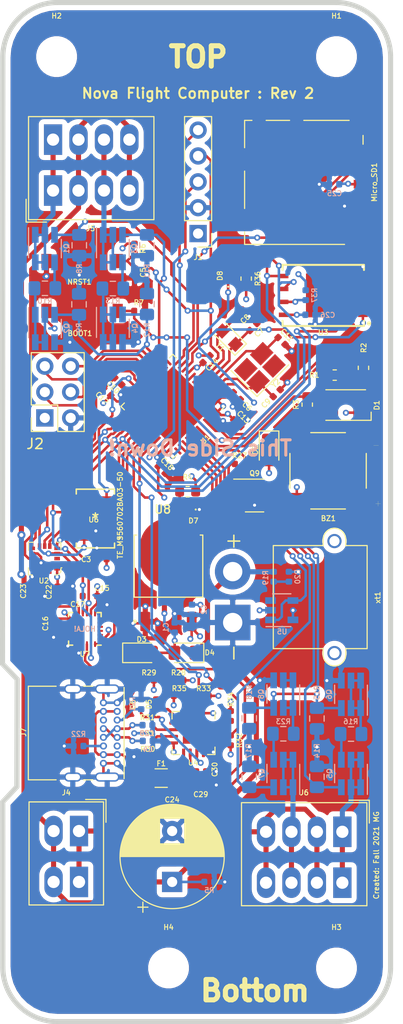
<source format=kicad_pcb>
(kicad_pcb (version 20171130) (host pcbnew "(5.1.10)-1")
  (layers (0 F.Cu signal) (1 3.3V signal) (2 GND signal) (31 B.Cu signal) (34 B.Paste user) (35 F.Paste user) (36 B.SilkS user) (37 F.SilkS user) (38 B.Mask user) (39 F.Mask user) (44 Edge.Cuts user))
  (net 0 "")
  (net 1 GND)
  (net 2 +3V3)
  (net 3 "Net-(BZ1-Pad2)")
  (net 4 "Net-(C1-Pad2)")
  (net 5 /USB-C/_N)
  (net 6 "Net-(C24-Pad1)")
  (net 7 /USB-C/_P)
  (net 8 VBUS)
  (net 9 "Net-(D1-Pad4)")
  (net 10 "Net-(D1-Pad3)")
  (net 11 "Net-(D1-Pad2)")
  (net 12 +BATT)
  (net 13 "Net-(D5-Pad2)")
  (net 14 "Net-(D5-Pad1)")
  (net 15 "Net-(D6-Pad2)")
  (net 16 "Net-(D6-Pad1)")
  (net 17 "Net-(F1-Pad2)")
  (net 18 /SWCLK)
  (net 19 /NRST)
  (net 20 /SWDIO)
  (net 21 "/Pyro Channels/PYRO1")
  (net 22 "/Pyro Channels/PYRO2")
  (net 23 "/Pyro Channels/PYRO3")
  (net 24 "/Pyro Channels/PYRO4")
  (net 25 "Net-(J7-PadB5)")
  (net 26 "Net-(J7-PadA5)")
  (net 27 /MISO)
  (net 28 /SCLK)
  (net 29 /MOSI)
  (net 30 "Net-(R19-Pad2)")
  (net 31 /USB-C/D-)
  (net 32 /USB-C/D+)
  (net 33 /TXD)
  (net 34 /RXD)
  (net 35 "Net-(R34-Pad2)")
  (net 36 "Net-(R35-Pad2)")
  (net 37 /BOOT0)
  (net 38 /VCAP)
  (net 39 /CLOCKOUT)
  (net 40 /CLOCKIN)
  (net 41 /32CLOCKOUT)
  (net 42 /32CLOCKIN)
  (net 43 /PC13)
  (net 44 "Net-(R37-Pad2)")
  (net 45 /VMonitor)
  (net 46 /BAROMETER_CS)
  (net 47 "Net-(C17-Pad1)")
  (net 48 "Net-(D7-Pad2)")
  (net 49 "Net-(D8-Pad2)")
  (net 50 /FIRE1)
  (net 51 "Net-(Q2-Pad1)")
  (net 52 /FIRE2)
  (net 53 "Net-(Q4-Pad1)")
  (net 54 /FIRE3)
  (net 55 "Net-(Q6-Pad1)")
  (net 56 /FIRE4)
  (net 57 "Net-(Q8-Pad1)")
  (net 58 "Net-(Q1-Pad4)")
  (net 59 "Net-(Q3-Pad4)")
  (net 60 "Net-(Q5-Pad4)")
  (net 61 "Net-(Q7-Pad4)")
  (net 62 "Net-(Q9-Pad3)")
  (net 63 /SD_CS)
  (net 64 /LED_GREEN)
  (net 65 /LED_RED)
  (net 66 /LED_BLUE)
  (net 67 /BUZZER)
  (net 68 /ACCELEROMETER_CS)
  (net 69 /FL_CS)
  (net 70 /IMU_CS)
  (net 71 /IMU_INT)
  (net 72 /FSYNC)
  (net 73 /ARM1)
  (net 74 /ARM2)
  (net 75 /GPIO2)
  (net 76 /GPIO3)
  (net 77 /GPIO4)
  (net 78 /GPIO5)
  (net 79 /INT2)
  (net 80 /INT1)
  (module Connector_PinSocket_2.54mm:PinSocket_2x03_P2.54mm_Vertical (layer F.Cu) (at 144.84 84.48 180)
    (fp_text reference J2 (at 0.95 -2.55) (layer F.SilkS))
    (fp_text value Conn_02x04_Counter_Clockwise)
    (pad 6 thru_hole oval (at -2.54 5.08 180) (size 1.7 1.7) (drill 1) (layers *.Cu *.Mask) (net 78 /GPIO5))
    (pad 5 thru_hole oval (at 0 5.08 180) (size 1.7 1.7) (drill 1) (layers *.Cu *.Mask) (net 77 /GPIO4))
    (pad 4 thru_hole oval (at -2.54 2.54 180) (size 1.7 1.7) (drill 1) (layers *.Cu *.Mask) (net 76 /GPIO3))
    (pad 3 thru_hole oval (at 0 2.54 180) (size 1.7 1.7) (drill 1) (layers *.Cu *.Mask) (net 75 /GPIO2))
    (pad 2 thru_hole oval (at -2.54 0 180) (size 1.7 1.7) (drill 1) (layers *.Cu *.Mask) (net 1 GND))
    (pad 1 thru_hole rect (at 0 0 180) (size 1.7 1.7) (drill 1) (layers *.Cu *.Mask) (net 2 +3V3))
  )
  (module Power:DPAK228P968X238-4N (layer F.Cu) (at 156.99 99.88)
    (fp_text reference U8 (at -0.560805 -6.417165) (layer F.SilkS) (effects (font (size 0.801142 0.801142))))
    (fp_text value NCP1117-3.3_TO252)
    (pad 3 smd roundrect (at 0 -2.12) (size 5.63 6.84) (layers F.Cu F.Mask) (roundrect_rratio 0.5) (net 4 "Net-(C1-Pad2)"))
    (pad 1 smd roundrect (at -2.28 4.59) (size 0.96 1.9) (layers F.Cu F.Paste F.Mask) (roundrect_rratio 0.12) (net 1 GND))
    (pad 2 smd roundrect (at 2.28 4.59) (size 0.96 1.9) (layers F.Cu F.Paste F.Mask) (roundrect_rratio 0.12) (net 2 +3V3))
  )
  (module Connector_AMASS:AMASS_XT30PW-M_1x02_P2.50mm_Horizontal (layer F.Cu) (at 163.3 104.575 270)
    (fp_text reference xt1 (at -2.455 -14.25 90) (layer F.SilkS) (effects (font (size 0.5 0.5) (thickness 0.1))))
    (fp_text value Conn_01x02)
    (fp_text user + (at -8 0 90) (layer F.SilkS) (effects (font (size 1.5 1.5))))
    (fp_text user - (at 3 0 90) (layer F.SilkS) (effects (font (size 1.5 1.5))))
    (pad 2 thru_hole circle (at -5 0 270) (size 3.5 3.5) (drill 1.9) (layers *.Cu *.Mask) (net 12 +BATT))
    (pad 1 thru_hole rect (at 0 0 270) (size 3.5 3.5) (drill 1.9) (layers *.Cu *.Mask) (net 1 GND))
    (pad "" thru_hole circle (at -8 -10 270) (size 1.4 1.4) (drill 1) (layers *.Cu *.Mask))
    (pad "" thru_hole circle (at 3 -10 270) (size 1.4 1.4) (drill 1) (layers *.Cu *.Mask))
  )
  (module Package_DFN_QFN:QFN-48-1EP_7x7mm_P0.5mm_EP5.6x5.6mm (layer F.Cu) (at 157.425 83.35 225)
    (fp_text reference U1 (at 0.017678 -4.543161 45) (layer F.SilkS) (effects (font (size 0.5 0.5) (thickness 0.1))))
    (fp_text value STM32F411CEUx)
    (pad 49 smd rect (at 0 0 225) (size 5.6 5.6) (layers F.Cu F.Mask) (net 1 GND))
    (pad 48 smd roundrect (at -2.75 -3.4375 225) (size 0.25 0.875) (layers F.Cu F.Paste F.Mask) (net 2 +3V3))
    (pad 47 smd roundrect (at -2.25 -3.4375 225) (size 0.25 0.875) (layers F.Cu F.Paste F.Mask) (net 1 GND))
    (pad 46 smd roundrect (at -1.75 -3.4375 225) (size 0.25 0.875) (layers F.Cu F.Paste F.Mask) (net 65 /LED_RED))
    (pad 45 smd roundrect (at -1.25 -3.4375 225) (size 0.25 0.875) (layers F.Cu F.Paste F.Mask) (net 64 /LED_GREEN))
    (pad 44 smd roundrect (at -0.75 -3.4375 225) (size 0.25 0.875) (layers F.Cu F.Paste F.Mask) (net 37 /BOOT0))
    (pad 43 smd roundrect (at -0.25 -3.4375 225) (size 0.25 0.875) (layers F.Cu F.Paste F.Mask) (net 66 /LED_BLUE))
    (pad 42 smd roundrect (at 0.25 -3.4375 225) (size 0.25 0.875) (layers F.Cu F.Paste F.Mask) (net 67 /BUZZER))
    (pad 41 smd roundrect (at 0.75 -3.4375 225) (size 0.25 0.875) (layers F.Cu F.Paste F.Mask) (net 74 /ARM2))
    (pad 40 smd roundrect (at 1.25 -3.4375 225) (size 0.25 0.875) (layers F.Cu F.Paste F.Mask) (net 54 /FIRE3))
    (pad 39 smd roundrect (at 1.75 -3.4375 225) (size 0.25 0.875) (layers F.Cu F.Paste F.Mask) (net 56 /FIRE4))
    (pad 38 smd roundrect (at 2.25 -3.4375 225) (size 0.25 0.875) (layers F.Cu F.Paste F.Mask) (net 45 /VMonitor))
    (pad 37 smd roundrect (at 2.75 -3.4375 225) (size 0.25 0.875) (layers F.Cu F.Paste F.Mask) (net 18 /SWCLK))
    (pad 36 smd roundrect (at 3.4375 -2.75 225) (size 0.875 0.25) (layers F.Cu F.Paste F.Mask) (net 2 +3V3))
    (pad 35 smd roundrect (at 3.4375 -2.25 225) (size 0.875 0.25) (layers F.Cu F.Paste F.Mask) (net 1 GND))
    (pad 34 smd roundrect (at 3.4375 -1.75 225) (size 0.875 0.25) (layers F.Cu F.Paste F.Mask) (net 20 /SWDIO))
    (pad 33 smd roundrect (at 3.4375 -1.25 225) (size 0.875 0.25) (layers F.Cu F.Paste F.Mask) (net 34 /RXD))
    (pad 32 smd roundrect (at 3.4375 -0.75 225) (size 0.875 0.25) (layers F.Cu F.Paste F.Mask) (net 33 /TXD))
    (pad 31 smd roundrect (at 3.4375 -0.25 225) (size 0.875 0.25) (layers F.Cu F.Paste F.Mask) (net 72 /FSYNC))
    (pad 30 smd roundrect (at 3.4375 0.25 225) (size 0.875 0.25) (layers F.Cu F.Paste F.Mask) (net 71 /IMU_INT))
    (pad 29 smd roundrect (at 3.4375 0.75 225) (size 0.875 0.25) (layers F.Cu F.Paste F.Mask) (net 70 /IMU_CS))
    (pad 28 smd roundrect (at 3.4375 1.25 225) (size 0.875 0.25) (layers F.Cu F.Paste F.Mask) (net 29 /MOSI))
    (pad 27 smd roundrect (at 3.4375 1.75 225) (size 0.875 0.25) (layers F.Cu F.Paste F.Mask) (net 27 /MISO))
    (pad 26 smd roundrect (at 3.4375 2.25 225) (size 0.875 0.25) (layers F.Cu F.Paste F.Mask) (net 28 /SCLK))
    (pad 25 smd roundrect (at 3.4375 2.75 225) (size 0.875 0.25) (layers F.Cu F.Paste F.Mask) (net 46 /BAROMETER_CS))
    (pad 24 smd roundrect (at 2.75 3.4375 225) (size 0.25 0.875) (layers F.Cu F.Paste F.Mask) (net 2 +3V3))
    (pad 23 smd roundrect (at 2.25 3.4375 225) (size 0.25 0.875) (layers F.Cu F.Paste F.Mask) (net 1 GND))
    (pad 22 smd roundrect (at 1.75 3.4375 225) (size 0.25 0.875) (layers F.Cu F.Paste F.Mask) (net 38 /VCAP))
    (pad 21 smd roundrect (at 1.25 3.4375 225) (size 0.25 0.875) (layers F.Cu F.Paste F.Mask) (net 68 /ACCELEROMETER_CS))
    (pad 20 smd roundrect (at 0.75 3.4375 225) (size 0.25 0.875) (layers F.Cu F.Paste F.Mask) (net 79 /INT2))
    (pad 19 smd roundrect (at 0.25 3.4375 225) (size 0.25 0.875) (layers F.Cu F.Paste F.Mask) (net 80 /INT1))
    (pad 18 smd roundrect (at -0.25 3.4375 225) (size 0.25 0.875) (layers F.Cu F.Paste F.Mask) (net 75 /GPIO2))
    (pad 17 smd roundrect (at -0.75 3.4375 225) (size 0.25 0.875) (layers F.Cu F.Paste F.Mask) (net 76 /GPIO3))
    (pad 16 smd roundrect (at -1.25 3.4375 225) (size 0.25 0.875) (layers F.Cu F.Paste F.Mask) (net 77 /GPIO4))
    (pad 15 smd roundrect (at -1.75 3.4375 225) (size 0.25 0.875) (layers F.Cu F.Paste F.Mask) (net 78 /GPIO5))
    (pad 14 smd roundrect (at -2.25 3.4375 225) (size 0.25 0.875) (layers F.Cu F.Paste F.Mask) (net 73 /ARM1))
    (pad 13 smd roundrect (at -2.75 3.4375 225) (size 0.25 0.875) (layers F.Cu F.Paste F.Mask) (net 52 /FIRE2))
    (pad 12 smd roundrect (at -3.4375 2.75 225) (size 0.875 0.25) (layers F.Cu F.Paste F.Mask) (net 50 /FIRE1))
    (pad 11 smd roundrect (at -3.4375 2.25 225) (size 0.875 0.25) (layers F.Cu F.Paste F.Mask) (net 63 /SD_CS))
    (pad 10 smd roundrect (at -3.4375 1.75 225) (size 0.875 0.25) (layers F.Cu F.Paste F.Mask) (net 69 /FL_CS))
    (pad 9 smd roundrect (at -3.4375 1.25 225) (size 0.875 0.25) (layers F.Cu F.Paste F.Mask) (net 2 +3V3))
    (pad 8 smd roundrect (at -3.4375 0.75 225) (size 0.875 0.25) (layers F.Cu F.Paste F.Mask) (net 1 GND))
    (pad 7 smd roundrect (at -3.4375 0.25 225) (size 0.875 0.25) (layers F.Cu F.Paste F.Mask) (net 19 /NRST))
    (pad 6 smd roundrect (at -3.4375 -0.25 225) (size 0.875 0.25) (layers F.Cu F.Paste F.Mask) (net 39 /CLOCKOUT))
    (pad 5 smd roundrect (at -3.4375 -0.75 225) (size 0.875 0.25) (layers F.Cu F.Paste F.Mask) (net 40 /CLOCKIN))
    (pad 4 smd roundrect (at -3.4375 -1.25 225) (size 0.875 0.25) (layers F.Cu F.Paste F.Mask) (net 41 /32CLOCKOUT))
    (pad 3 smd roundrect (at -3.4375 -1.75 225) (size 0.875 0.25) (layers F.Cu F.Paste F.Mask) (net 42 /32CLOCKIN))
    (pad 2 smd roundrect (at -3.4375 -2.25 225) (size 0.875 0.25) (layers F.Cu F.Paste F.Mask) (net 43 /PC13))
    (pad 1 smd roundrect (at -3.4375 -2.75 225) (size 0.875 0.25) (layers F.Cu F.Paste F.Mask) (net 2 +3V3))
  )
  (module Package_TO_SOT_SMD:SOT-23-6_Handsoldering (layer F.Cu) (at 165.45 92.1)
    (fp_text reference Q9 (at 0 -2.175) (layer F.SilkS) (effects (font (size 0.5 0.5) (thickness 0.1))))
    (fp_text value Q_NMOS_DGS)
    (pad 5 smd rect (at 1.35 0) (size 1.56 0.65) (layers F.Cu F.Paste F.Mask) (net 3 "Net-(BZ1-Pad2)"))
    (pad 6 smd rect (at 1.35 -0.95) (size 1.56 0.65) (layers F.Cu F.Paste F.Mask) (net 3 "Net-(BZ1-Pad2)"))
    (pad 4 smd rect (at 1.35 0.95) (size 1.56 0.65) (layers F.Cu F.Paste F.Mask) (net 1 GND))
    (pad 3 smd rect (at -1.35 0.95) (size 1.56 0.65) (layers F.Cu F.Paste F.Mask) (net 62 "Net-(Q9-Pad3)"))
    (pad 2 smd rect (at -1.35 0) (size 1.56 0.65) (layers F.Cu F.Paste F.Mask) (net 3 "Net-(BZ1-Pad2)"))
    (pad 1 smd rect (at -1.35 -0.95) (size 1.56 0.65) (layers F.Cu F.Paste F.Mask) (net 3 "Net-(BZ1-Pad2)"))
  )
  (module Crystal:Crystal_SMD_EuroQuartz_X22-4Pin_2.5x2.0mm_HandSoldering (layer F.Cu) (at 165.975 79.55 45)
    (fp_text reference Y2 (at 0.017678 2.174353 45) (layer F.SilkS) (effects (font (size 0.5 0.5) (thickness 0.1))))
    (fp_text value 25MHz)
    (pad 4 smd rect (at -1.1 -0.85 45) (size 1.8 1.5) (layers F.Cu F.Paste F.Mask))
    (pad 3 smd rect (at 1.1 -0.85 45) (size 1.8 1.5) (layers F.Cu F.Paste F.Mask) (net 41 /32CLOCKOUT))
    (pad 2 smd rect (at 1.1 0.85 45) (size 1.8 1.5) (layers F.Cu F.Paste F.Mask))
    (pad 1 smd rect (at -1.1 0.85 45) (size 1.8 1.5) (layers F.Cu F.Paste F.Mask) (net 42 /32CLOCKIN))
  )
  (module Crystal:Crystal_SMD_2012-2Pin_2.0x1.2mm_HandSoldering (layer F.Cu) (at 162.925 76.6 135)
    (fp_text reference Y1 (at -0.053033 -1.255115 135) (layer F.SilkS) (effects (font (size 0.5 0.5) (thickness 0.1))))
    (fp_text value 32.768kHz)
    (pad 2 smd rect (at 0.925 0 135) (size 1.05 1.1) (layers F.Cu F.Paste F.Mask) (net 39 /CLOCKOUT))
    (pad 1 smd rect (at -0.925 0 135) (size 1.05 1.1) (layers F.Cu F.Paste F.Mask) (net 40 /CLOCKIN))
  )
  (module Sensor_Motion:InvenSense_QFN-24_3x3mm_P0.4mm (layer F.Cu) (at 148.775 105.195 180)
    (fp_text reference U7 (at 0 -2.485) (layer F.SilkS) (effects (font (size 0.5 0.5) (thickness 0.1))))
    (fp_text value MPU-9250)
    (pad 24 smd roundrect (at -1 -1.5 270) (size 0.55 0.2) (layers F.Cu F.Paste F.Mask) (net 29 /MOSI))
    (pad 23 smd roundrect (at -0.6 -1.5 270) (size 0.55 0.2) (layers F.Cu F.Paste F.Mask) (net 28 /SCLK))
    (pad 22 smd roundrect (at -0.2 -1.5 270) (size 0.55 0.2) (layers F.Cu F.Paste F.Mask) (net 70 /IMU_CS))
    (pad 21 smd roundrect (at 0.2 -1.5 270) (size 0.55 0.2) (layers F.Cu F.Paste F.Mask))
    (pad 20 smd roundrect (at 0.6 -1.5 270) (size 0.55 0.2) (layers F.Cu F.Paste F.Mask) (net 1 GND))
    (pad 19 smd roundrect (at 1 -1.5 270) (size 0.55 0.2) (layers F.Cu F.Paste F.Mask))
    (pad 18 smd roundrect (at 1.5 -1 180) (size 0.55 0.2) (layers F.Cu F.Paste F.Mask) (net 1 GND))
    (pad 17 smd roundrect (at 1.5 -0.6 180) (size 0.55 0.2) (layers F.Cu F.Paste F.Mask))
    (pad 16 smd roundrect (at 1.5 -0.2 180) (size 0.55 0.2) (layers F.Cu F.Paste F.Mask))
    (pad 15 smd roundrect (at 1.5 0.2 180) (size 0.55 0.2) (layers F.Cu F.Paste F.Mask))
    (pad 14 smd roundrect (at 1.5 0.6 180) (size 0.55 0.2) (layers F.Cu F.Paste F.Mask))
    (pad 13 smd roundrect (at 1.5 1 180) (size 0.55 0.2) (layers F.Cu F.Paste F.Mask) (net 2 +3V3))
    (pad 12 smd roundrect (at 1 1.5 270) (size 0.55 0.2) (layers F.Cu F.Paste F.Mask) (net 71 /IMU_INT))
    (pad 11 smd roundrect (at 0.6 1.5 270) (size 0.55 0.2) (layers F.Cu F.Paste F.Mask) (net 72 /FSYNC))
    (pad 10 smd roundrect (at 0.2 1.5 270) (size 0.55 0.2) (layers F.Cu F.Paste F.Mask) (net 47 "Net-(C17-Pad1)"))
    (pad 9 smd roundrect (at -0.2 1.5 270) (size 0.55 0.2) (layers F.Cu F.Paste F.Mask) (net 27 /MISO))
    (pad 8 smd roundrect (at -0.6 1.5 270) (size 0.55 0.2) (layers F.Cu F.Paste F.Mask) (net 2 +3V3))
    (pad 7 smd roundrect (at -1 1.5 270) (size 0.55 0.2) (layers F.Cu F.Paste F.Mask))
    (pad 6 smd roundrect (at -1.5 1 180) (size 0.55 0.2) (layers F.Cu F.Paste F.Mask))
    (pad 5 smd roundrect (at -1.5 0.6 180) (size 0.55 0.2) (layers F.Cu F.Paste F.Mask))
    (pad 4 smd roundrect (at -1.5 0.2 180) (size 0.55 0.2) (layers F.Cu F.Paste F.Mask))
    (pad 3 smd roundrect (at -1.5 -0.2 180) (size 0.55 0.2) (layers F.Cu F.Paste F.Mask))
    (pad 2 smd roundrect (at -1.5 -0.6 180) (size 0.55 0.2) (layers F.Cu F.Paste F.Mask))
    (pad 1 smd roundrect (at -1.5 -1 180) (size 0.55 0.2) (layers F.Cu F.Paste F.Mask) (net 2 +3V3))
  )
  (module Barometer:MS560702BA03-50 (layer F.Cu) (at 149.8099 94.3609 180)
    (fp_text reference U6 (at 0.1699 -0.1191) (layer F.SilkS) (effects (font (size 0.5 0.5) (thickness 0.1))))
    (fp_text value TE_MS560702BA03-50 (at -2.4301 0.3309 90) (layer F.SilkS) (effects (font (size 0.5 0.5) (thickness 0.1))))
    (fp_text user * (at 0 0) (layer F.SilkS))
    (pad 8 smd rect (at 1.1 -1.875 180) (size 1.0922 0.6096) (layers F.Cu F.Paste F.Mask) (net 28 /SCLK))
    (pad 7 smd rect (at 1.1 -0.625 180) (size 1.0922 0.6096) (layers F.Cu F.Paste F.Mask) (net 29 /MOSI))
    (pad 6 smd rect (at 1.1 0.625 180) (size 1.0922 0.6096) (layers F.Cu F.Paste F.Mask) (net 27 /MISO))
    (pad 5 smd rect (at 1.1 1.875 180) (size 1.0922 0.6096) (layers F.Cu F.Paste F.Mask) (net 46 /BAROMETER_CS))
    (pad 4 smd rect (at -1.1 1.875 180) (size 1.0922 0.6096) (layers F.Cu F.Paste F.Mask) (net 46 /BAROMETER_CS))
    (pad 3 smd rect (at -1.1 0.625 180) (size 1.0922 0.6096) (layers F.Cu F.Paste F.Mask) (net 1 GND))
    (pad 2 smd rect (at -1.1 -0.625 180) (size 1.0922 0.6096) (layers F.Cu F.Paste F.Mask) (net 1 GND))
    (pad 1 smd rect (at -1.1 -1.875 180) (size 1.0922 0.6096) (layers F.Cu F.Paste F.Mask) (net 2 +3V3))
  )
  (module Package_TO_SOT_SMD:SOT-23-5 (layer B.Cu) (at 168.12 103.365)
    (fp_text reference U5 (at 0.03 2.11 180) (layer B.SilkS) (effects (font (size 0.5 0.5) (thickness 0.1)) (justify mirror)))
    (fp_text value OP179GRT)
    (pad 5 smd rect (at 1.1 0.95) (size 1.06 0.65) (layers B.Cu B.Paste B.Mask) (net 1 GND))
    (pad 4 smd rect (at 1.1 -0.95) (size 1.06 0.65) (layers B.Cu B.Paste B.Mask) (net 45 /VMonitor))
    (pad 3 smd rect (at -1.1 -0.95) (size 1.06 0.65) (layers B.Cu B.Paste B.Mask) (net 30 "Net-(R19-Pad2)"))
    (pad 2 smd rect (at -1.1 0) (size 1.06 0.65) (layers B.Cu B.Paste B.Mask) (net 2 +3V3))
    (pad 1 smd rect (at -1.1 0.95) (size 1.06 0.65) (layers B.Cu B.Paste B.Mask) (net 45 /VMonitor))
  )
  (module Package_DFN_QFN:QFN-16-1EP_4x4mm_P0.65mm_EP2.1x2.1mm (layer F.Cu) (at 159.45 115.425 270)
    (fp_text reference U4 (at 2.925 0.025) (layer F.SilkS) (effects (font (size 0.5 0.5) (thickness 0.1))))
    (fp_text value FT230XQ)
    (pad 17 smd rect (at 0 0 270) (size 2.1 2.1) (layers F.Cu F.Mask) (net 1 GND))
    (pad 16 smd roundrect (at -0.975 -1.95 270) (size 0.3 0.85) (layers F.Cu F.Paste F.Mask) (net 35 "Net-(R34-Pad2)"))
    (pad 15 smd roundrect (at -0.325 -1.95 270) (size 0.3 0.85) (layers F.Cu F.Paste F.Mask) (net 33 /TXD))
    (pad 14 smd roundrect (at 0.325 -1.95 270) (size 0.3 0.85) (layers F.Cu F.Paste F.Mask))
    (pad 13 smd roundrect (at 0.975 -1.95 270) (size 0.3 0.85) (layers F.Cu F.Paste F.Mask) (net 1 GND))
    (pad 12 smd roundrect (at 1.95 -0.975 270) (size 0.85 0.3) (layers F.Cu F.Paste F.Mask))
    (pad 11 smd roundrect (at 1.95 -0.325 270) (size 0.85 0.3) (layers F.Cu F.Paste F.Mask) (net 16 "Net-(D6-Pad1)"))
    (pad 10 smd roundrect (at 1.95 0.325 270) (size 0.85 0.3) (layers F.Cu F.Paste F.Mask) (net 8 VBUS))
    (pad 9 smd roundrect (at 1.95 0.975 270) (size 0.85 0.3) (layers F.Cu F.Paste F.Mask))
    (pad 8 smd roundrect (at 0.975 1.95 270) (size 0.3 0.85) (layers F.Cu F.Paste F.Mask) (net 2 +3V3))
    (pad 7 smd roundrect (at 0.325 1.95 270) (size 0.3 0.85) (layers F.Cu F.Paste F.Mask) (net 31 /USB-C/D-))
    (pad 6 smd roundrect (at -0.325 1.95 270) (size 0.3 0.85) (layers F.Cu F.Paste F.Mask) (net 32 /USB-C/D+))
    (pad 5 smd roundrect (at -0.975 1.95 270) (size 0.3 0.85) (layers F.Cu F.Paste F.Mask) (net 14 "Net-(D5-Pad1)"))
    (pad 4 smd roundrect (at -1.95 0.975 270) (size 0.85 0.3) (layers F.Cu F.Paste F.Mask) (net 36 "Net-(R35-Pad2)"))
    (pad 3 smd roundrect (at -1.95 0.325 270) (size 0.85 0.3) (layers F.Cu F.Paste F.Mask) (net 1 GND))
    (pad 2 smd roundrect (at -1.95 -0.325 270) (size 0.85 0.3) (layers F.Cu F.Paste F.Mask) (net 34 /RXD))
    (pad 1 smd roundrect (at -1.95 -0.975 270) (size 0.85 0.3) (layers F.Cu F.Paste F.Mask) (net 2 +3V3))
  )
  (module FHSD:SON127P800X600X80-9N (layer F.Cu) (at 172.2 72.45 180)
    (fp_text reference U3 (at 0 -3.625) (layer F.SilkS) (effects (font (size 0.5 0.5) (thickness 0.1))))
    (fp_text value WB_W25N512GVPIT)
    (pad 9 smd rect (at 0 0 180) (size 3.4 4.3) (layers F.Cu F.Mask))
    (pad 8 smd rect (at 3.895 -1.905 180) (size 0.94 0.44) (layers F.Cu F.Paste F.Mask) (net 2 +3V3))
    (pad 5 smd rect (at 3.895 1.905 180) (size 0.94 0.44) (layers F.Cu F.Paste F.Mask) (net 29 /MOSI))
    (pad 6 smd rect (at 3.895 0.635 180) (size 0.94 0.44) (layers F.Cu F.Paste F.Mask) (net 28 /SCLK))
    (pad 7 smd rect (at 3.895 -0.635 180) (size 0.94 0.44) (layers F.Cu F.Paste F.Mask) (net 44 "Net-(R37-Pad2)"))
    (pad 1 smd rect (at -3.895 -1.905 180) (size 0.94 0.44) (layers F.Cu F.Paste F.Mask) (net 69 /FL_CS))
    (pad 4 smd rect (at -3.895 1.905 180) (size 0.94 0.44) (layers F.Cu F.Paste F.Mask) (net 1 GND))
    (pad 3 smd rect (at -3.895 0.635 180) (size 0.94 0.44) (layers F.Cu F.Paste F.Mask) (net 1 GND))
    (pad 2 smd rect (at -3.895 -0.635 180) (size 0.94 0.44) (layers F.Cu F.Paste F.Mask) (net 27 /MISO))
  )
  (module Accelerometer_Breakout:TFLGA-16_3x3mm (layer F.Cu) (at 144.825 98.295 180)
    (fp_text reference U2 (at 0.075 -2.18) (layer F.SilkS) (effects (font (size 0.5 0.5) (thickness 0.1))))
    (fp_text value ST_H3LIS331DL)
    (pad 8 smd rect (at 0.5 1.225 180) (size 0.35 0.55) (layers F.Cu F.Paste F.Mask) (net 68 /ACCELEROMETER_CS))
    (pad 7 smd rect (at 0 1.225 180) (size 0.35 0.55) (layers F.Cu F.Paste F.Mask) (net 27 /MISO))
    (pad 6 smd rect (at -0.5 1.225 180) (size 0.35 0.55) (layers F.Cu F.Paste F.Mask) (net 29 /MOSI))
    (pad 13 smd rect (at 1.225 -1 180) (size 0.55 0.35) (layers F.Cu F.Paste F.Mask) (net 1 GND))
    (pad 12 smd rect (at 1.225 -0.5 180) (size 0.55 0.35) (layers F.Cu F.Paste F.Mask) (net 1 GND))
    (pad 9 smd rect (at 1.225 1 180) (size 0.55 0.35) (layers F.Cu F.Paste F.Mask) (net 79 /INT2))
    (pad 10 smd rect (at 1.225 0.5 180) (size 0.55 0.35) (layers F.Cu F.Paste F.Mask) (net 1 GND))
    (pad 11 smd rect (at 1.225 0 180) (size 0.55 0.35) (layers F.Cu F.Paste F.Mask) (net 80 /INT1))
    (pad 14 smd rect (at 0.5 -1.225 180) (size 0.35 0.55) (layers F.Cu F.Paste F.Mask) (net 2 +3V3))
    (pad 16 smd rect (at -0.5 -1.225 180) (size 0.35 0.55) (layers F.Cu F.Paste F.Mask) (net 1 GND))
    (pad 15 smd rect (at 0 -1.225 180) (size 0.35 0.55) (layers F.Cu F.Paste F.Mask) (net 2 +3V3))
    (pad 5 smd rect (at -1.225 1 180) (size 0.55 0.35) (layers F.Cu F.Paste F.Mask) (net 1 GND))
    (pad 4 smd rect (at -1.225 0.5 180) (size 0.55 0.35) (layers F.Cu F.Paste F.Mask) (net 28 /SCLK))
    (pad 1 smd rect (at -1.225 -1 180) (size 0.55 0.35) (layers F.Cu F.Paste F.Mask) (net 2 +3V3))
    (pad 2 smd rect (at -1.225 -0.5 180) (size 0.55 0.35) (layers F.Cu F.Paste F.Mask))
    (pad 3 smd rect (at -1.225 0 180) (size 0.55 0.35) (layers F.Cu F.Paste F.Mask))
  )
  (module "NOVA MCU (STM):KSR223GLFG" (layer F.Cu) (at 145 69.075)
    (fp_text reference NRST1 (at 3.24 2.055) (layer F.SilkS) (effects (font (size 0.5 0.5) (thickness 0.1))))
    (fp_text value SW_Push)
    (pad 2 smd rect (at 7 0) (size 1 1.4) (layers F.Cu F.Paste F.Mask) (net 19 /NRST))
    (pad 1 smd rect (at 0 0) (size 1 1.4) (layers F.Cu F.Paste F.Mask) (net 1 GND))
  )
  (module "NOVA MCU (STM):KSR223GLFG" (layer F.Cu) (at 152 73.975 180)
    (fp_text reference BOOT1 (at 3.71 -2.205) (layer F.SilkS) (effects (font (size 0.5 0.5) (thickness 0.1))))
    (fp_text value SW_Push)
    (pad 2 smd rect (at 7 0 180) (size 1 1.4) (layers F.Cu F.Paste F.Mask) (net 2 +3V3))
    (pad 1 smd rect (at 0 0 180) (size 1 1.4) (layers F.Cu F.Paste F.Mask) (net 37 /BOOT0))
  )
  (module Resistor_SMD:R_0402_1005Metric (layer B.Cu) (at 170.475 72.425 270)
    (fp_text reference R37 (at 0.005 -0.865 270) (layer B.SilkS) (effects (font (size 0.5 0.5) (thickness 0.1)) (justify mirror)))
    (fp_text value 10k)
    (pad 2 smd roundrect (at 0.485 0 270) (size 0.59 0.64) (layers B.Cu B.Paste B.Mask) (net 44 "Net-(R37-Pad2)"))
    (pad 1 smd roundrect (at -0.485 0 270) (size 0.59 0.64) (layers B.Cu B.Paste B.Mask) (net 2 +3V3))
  )
  (module Resistor_SMD:R_0603_1608Metric (layer F.Cu) (at 164.625 70.8 270)
    (fp_text reference R36 (at 0 -1.145 90) (layer F.SilkS) (effects (font (size 0.5 0.5) (thickness 0.1))))
    (fp_text value 1k)
    (pad 2 smd roundrect (at 0.7875 0 270) (size 0.875 0.95) (layers F.Cu F.Paste F.Mask) (net 2 +3V3))
    (pad 1 smd roundrect (at -0.7875 0 270) (size 0.875 0.95) (layers F.Cu F.Paste F.Mask) (net 49 "Net-(D8-Pad2)"))
  )
  (module Resistor_SMD:R_0402_1005Metric (layer F.Cu) (at 158 111.775)
    (fp_text reference R35 (at 0.05 -0.725) (layer F.SilkS) (effects (font (size 0.5 0.5) (thickness 0.1))))
    (fp_text value 27)
    (pad 2 smd roundrect (at 0.485 0) (size 0.59 0.64) (layers F.Cu F.Paste F.Mask) (net 36 "Net-(R35-Pad2)"))
    (pad 1 smd roundrect (at -0.485 0) (size 0.59 0.64) (layers F.Cu F.Paste F.Mask) (net 2 +3V3))
  )
  (module Resistor_SMD:R_0402_1005Metric (layer F.Cu) (at 163.1 113.75 270)
    (fp_text reference R34 (at -1.625 -0.025 90) (layer F.SilkS) (effects (font (size 0.5 0.5) (thickness 0.1))))
    (fp_text value 27)
    (pad 2 smd roundrect (at 0.485 0 270) (size 0.59 0.64) (layers F.Cu F.Paste F.Mask) (net 35 "Net-(R34-Pad2)"))
    (pad 1 smd roundrect (at -0.485 0 270) (size 0.59 0.64) (layers F.Cu F.Paste F.Mask) (net 2 +3V3))
  )
  (module Resistor_SMD:R_0402_1005Metric (layer F.Cu) (at 160.45 111.775 180)
    (fp_text reference R33 (at 0 0.725) (layer F.SilkS) (effects (font (size 0.5 0.5) (thickness 0.1))))
    (fp_text value 27)
    (pad 2 smd roundrect (at 0.485 0 180) (size 0.59 0.64) (layers F.Cu F.Paste F.Mask) (net 34 /RXD))
    (pad 1 smd roundrect (at -0.485 0 180) (size 0.59 0.64) (layers F.Cu F.Paste F.Mask) (net 2 +3V3))
  )
  (module Resistor_SMD:R_0402_1005Metric (layer F.Cu) (at 163.1 116.15 90)
    (fp_text reference R32 (at -0.005 0.84 90) (layer F.SilkS) (effects (font (size 0.5 0.5) (thickness 0.1))))
    (fp_text value 27)
    (pad 2 smd roundrect (at 0.485 0 90) (size 0.59 0.64) (layers F.Cu F.Paste F.Mask) (net 33 /TXD))
    (pad 1 smd roundrect (at -0.485 0 90) (size 0.59 0.64) (layers F.Cu F.Paste F.Mask) (net 2 +3V3))
  )
  (module Resistor_SMD:R_0402_1005Metric (layer F.Cu) (at 154.925 114.65)
    (fp_text reference R31 (at 0 -0.75) (layer F.SilkS) (effects (font (size 0.5 0.5) (thickness 0.1))))
    (fp_text value 27)
    (pad 2 smd roundrect (at 0.485 0) (size 0.59 0.64) (layers F.Cu F.Paste F.Mask) (net 32 /USB-C/D+))
    (pad 1 smd roundrect (at -0.485 0) (size 0.59 0.64) (layers F.Cu F.Paste F.Mask) (net 7 /USB-C/_P))
  )
  (module Resistor_SMD:R_0402_1005Metric (layer F.Cu) (at 154.95 116.2 180)
    (fp_text reference R30 (at 0 -0.8) (layer F.SilkS) (effects (font (size 0.5 0.5) (thickness 0.1))))
    (fp_text value 27)
    (pad 2 smd roundrect (at 0.485 0 180) (size 0.59 0.64) (layers F.Cu F.Paste F.Mask) (net 5 /USB-C/_N))
    (pad 1 smd roundrect (at -0.485 0 180) (size 0.59 0.64) (layers F.Cu F.Paste F.Mask) (net 31 /USB-C/D-))
  )
  (module Resistor_SMD:R_0402_1005Metric (layer F.Cu) (at 155.075 110.25 180)
    (fp_text reference R29 (at 0 0.75) (layer F.SilkS) (effects (font (size 0.5 0.5) (thickness 0.1))))
    (fp_text value 270)
    (pad 2 smd roundrect (at 0.485 0 180) (size 0.59 0.64) (layers F.Cu F.Paste F.Mask) (net 15 "Net-(D6-Pad2)"))
    (pad 1 smd roundrect (at -0.485 0 180) (size 0.59 0.64) (layers F.Cu F.Paste F.Mask) (net 2 +3V3))
  )
  (module Resistor_SMD:R_0402_1005Metric (layer F.Cu) (at 157.975 110.25)
    (fp_text reference R28 (at 0 -0.75) (layer F.SilkS) (effects (font (size 0.5 0.5) (thickness 0.1))))
    (fp_text value 270)
    (pad 2 smd roundrect (at 0.485 0) (size 0.59 0.64) (layers F.Cu F.Paste F.Mask) (net 2 +3V3))
    (pad 1 smd roundrect (at -0.485 0) (size 0.59 0.64) (layers F.Cu F.Paste F.Mask) (net 13 "Net-(D5-Pad2)"))
  )
  (module Resistor_SMD:R_0402_1005Metric (layer F.Cu) (at 164 89)
    (fp_text reference R27 (at -0.025 -0.825) (layer F.SilkS) (effects (font (size 0.5 0.5) (thickness 0.1))))
    (fp_text value 180)
    (pad 2 smd roundrect (at 0.485 0) (size 0.59 0.64) (layers F.Cu F.Paste F.Mask) (net 67 /BUZZER))
    (pad 1 smd roundrect (at -0.485 0) (size 0.59 0.64) (layers F.Cu F.Paste F.Mask) (net 62 "Net-(Q9-Pad3)"))
  )
  (module Resistor_SMD:R_0805_2012Metric_Pad1.15x1.40mm_HandSolder (layer B.Cu) (at 168.275 115.5)
    (fp_text reference R23 (at 0 -1.2) (layer B.SilkS) (effects (font (size 0.5 0.5) (thickness 0.1)) (justify mirror)))
    (fp_text value 3.3)
    (pad 2 smd roundrect (at 1.025 0) (size 1.15 1.4) (layers B.Cu B.Paste B.Mask) (roundrect_rratio 0.2173904347826087) (net 57 "Net-(Q8-Pad1)"))
    (pad 1 smd roundrect (at -1.025 0) (size 1.15 1.4) (layers B.Cu B.Paste B.Mask) (roundrect_rratio 0.2173904347826087) (net 61 "Net-(Q7-Pad4)"))
  )
  (module Resistor_SMD:R_0402_1005Metric (layer B.Cu) (at 148.15 116.7 180)
    (fp_text reference R22 (at 0 1.17) (layer B.SilkS) (effects (font (size 0.5 0.5) (thickness 0.1)) (justify mirror)))
    (fp_text value 5k)
    (pad 2 smd roundrect (at 0.485 0 180) (size 0.59 0.64) (layers B.Cu B.Paste B.Mask) (net 1 GND))
    (pad 1 smd roundrect (at -0.485 0 180) (size 0.59 0.64) (layers B.Cu B.Paste B.Mask) (net 25 "Net-(J7-PadB5)"))
  )
  (module Resistor_SMD:R_0402_1005Metric (layer B.Cu) (at 154.3 112.6 270)
    (fp_text reference R21 (at 0 0.85 270) (layer B.SilkS) (effects (font (size 0.5 0.5) (thickness 0.1)) (justify mirror)))
    (fp_text value 5k)
    (pad 2 smd roundrect (at 0.485 0 270) (size 0.59 0.64) (layers B.Cu B.Paste B.Mask) (net 26 "Net-(J7-PadA5)"))
    (pad 1 smd roundrect (at -0.485 0 270) (size 0.59 0.64) (layers B.Cu B.Paste B.Mask) (net 1 GND))
  )
  (module Resistor_SMD:R_0402_1005Metric (layer B.Cu) (at 168.825 100.075 90)
    (fp_text reference R20 (at 0 0.85 90) (layer B.SilkS) (effects (font (size 0.5 0.5) (thickness 0.1)) (justify mirror)))
    (fp_text value 47k)
    (pad 2 smd roundrect (at 0.485 0 90) (size 0.59 0.64) (layers B.Cu B.Paste B.Mask) (net 1 GND))
    (pad 1 smd roundrect (at -0.485 0 90) (size 0.59 0.64) (layers B.Cu B.Paste B.Mask) (net 30 "Net-(R19-Pad2)"))
  )
  (module Resistor_SMD:R_0402_1005Metric (layer B.Cu) (at 167.325 100.075 270)
    (fp_text reference R19 (at 0.1 0.8 90) (layer B.SilkS) (effects (font (size 0.5 0.5) (thickness 0.1)) (justify mirror)))
    (fp_text value 95.5k)
    (pad 2 smd roundrect (at 0.485 0 270) (size 0.59 0.64) (layers B.Cu B.Paste B.Mask) (net 30 "Net-(R19-Pad2)"))
    (pad 1 smd roundrect (at -0.485 0 270) (size 0.59 0.64) (layers B.Cu B.Paste B.Mask) (net 12 +BATT))
  )
  (module Resistor_SMD:R_0805_2012Metric_Pad1.15x1.40mm_HandSolder (layer B.Cu) (at 164.925 113.975 270)
    (fp_text reference R18 (at -2.55 0 270) (layer B.SilkS) (effects (font (size 0.5 0.5) (thickness 0.1)) (justify mirror)))
    (fp_text value 10k)
    (pad 2 smd roundrect (at 1.025 0 270) (size 1.15 1.4) (layers B.Cu B.Paste B.Mask) (roundrect_rratio 0.2173904347826087) (net 1 GND))
    (pad 1 smd roundrect (at -1.025 0 270) (size 1.15 1.4) (layers B.Cu B.Paste B.Mask) (roundrect_rratio 0.2173904347826087) (net 74 /ARM2))
  )
  (module Resistor_SMD:R_0805_2012Metric_Pad1.15x1.40mm_HandSolder (layer B.Cu) (at 164.925 119.725 90)
    (fp_text reference R17 (at 2.55 -0.05 270) (layer B.SilkS) (effects (font (size 0.5 0.5) (thickness 0.1)) (justify mirror)))
    (fp_text value 10k)
    (pad 2 smd roundrect (at 1.025 0 90) (size 1.15 1.4) (layers B.Cu B.Paste B.Mask) (roundrect_rratio 0.2173904347826087) (net 1 GND))
    (pad 1 smd roundrect (at -1.025 0 90) (size 1.15 1.4) (layers B.Cu B.Paste B.Mask) (roundrect_rratio 0.2173904347826087) (net 56 /FIRE4))
  )
  (module Resistor_SMD:R_0805_2012Metric_Pad1.15x1.40mm_HandSolder (layer B.Cu) (at 174.925 115.525)
    (fp_text reference R16 (at -0.025 -1.225) (layer B.SilkS) (effects (font (size 0.5 0.5) (thickness 0.1)) (justify mirror)))
    (fp_text value 3.3)
    (pad 2 smd roundrect (at 1.025 0) (size 1.15 1.4) (layers B.Cu B.Paste B.Mask) (roundrect_rratio 0.2173904347826087) (net 55 "Net-(Q6-Pad1)"))
    (pad 1 smd roundrect (at -1.025 0) (size 1.15 1.4) (layers B.Cu B.Paste B.Mask) (roundrect_rratio 0.2173904347826087) (net 60 "Net-(Q5-Pad4)"))
  )
  (module Resistor_SMD:R_0805_2012Metric_Pad1.15x1.40mm_HandSolder (layer B.Cu) (at 171.575 114 270)
    (fp_text reference R15 (at -2.55 0 270) (layer B.SilkS) (effects (font (size 0.5 0.5) (thickness 0.1)) (justify mirror)))
    (fp_text value 10k)
    (pad 2 smd roundrect (at 1.025 0 270) (size 1.15 1.4) (layers B.Cu B.Paste B.Mask) (roundrect_rratio 0.2173904347826087) (net 1 GND))
    (pad 1 smd roundrect (at -1.025 0 270) (size 1.15 1.4) (layers B.Cu B.Paste B.Mask) (roundrect_rratio 0.2173904347826087) (net 74 /ARM2))
  )
  (module Resistor_SMD:R_0805_2012Metric_Pad1.15x1.40mm_HandSolder (layer B.Cu) (at 171.575 119.725 90)
    (fp_text reference R14 (at 2.55 0 270) (layer B.SilkS) (effects (font (size 0.5 0.5) (thickness 0.1)) (justify mirror)))
    (fp_text value 10k)
    (pad 2 smd roundrect (at 1.025 0 90) (size 1.15 1.4) (layers B.Cu B.Paste B.Mask) (roundrect_rratio 0.2173904347826087) (net 1 GND))
    (pad 1 smd roundrect (at -1.025 0 90) (size 1.15 1.4) (layers B.Cu B.Paste B.Mask) (roundrect_rratio 0.2173904347826087) (net 54 /FIRE3))
  )
  (module Resistor_SMD:R_0805_2012Metric_Pad1.15x1.40mm_HandSolder (layer B.Cu) (at 151.525 71.775 180)
    (fp_text reference R13 (at 0 -1.2) (layer B.SilkS) (effects (font (size 0.5 0.5) (thickness 0.1)) (justify mirror)))
    (fp_text value 3.3)
    (pad 2 smd roundrect (at 1.025 0 180) (size 1.15 1.4) (layers B.Cu B.Paste B.Mask) (roundrect_rratio 0.2173904347826087) (net 53 "Net-(Q4-Pad1)"))
    (pad 1 smd roundrect (at -1.025 0 180) (size 1.15 1.4) (layers B.Cu B.Paste B.Mask) (roundrect_rratio 0.2173904347826087) (net 59 "Net-(Q3-Pad4)"))
  )
  (module Resistor_SMD:R_0805_2012Metric_Pad1.15x1.40mm_HandSolder (layer B.Cu) (at 154.875 73.3 90)
    (fp_text reference R12 (at -2.55 0 270) (layer B.SilkS) (effects (font (size 0.5 0.5) (thickness 0.1)) (justify mirror)))
    (fp_text value 10k)
    (pad 2 smd roundrect (at 1.025 0 90) (size 1.15 1.4) (layers B.Cu B.Paste B.Mask) (roundrect_rratio 0.2173904347826087) (net 1 GND))
    (pad 1 smd roundrect (at -1.025 0 90) (size 1.15 1.4) (layers B.Cu B.Paste B.Mask) (roundrect_rratio 0.2173904347826087) (net 73 /ARM1))
  )
  (module Resistor_SMD:R_0805_2012Metric_Pad1.15x1.40mm_HandSolder (layer B.Cu) (at 154.875 67.525 270)
    (fp_text reference R11 (at 2.55 0 270) (layer B.SilkS) (effects (font (size 0.5 0.5) (thickness 0.1)) (justify mirror)))
    (fp_text value 10k)
    (pad 2 smd roundrect (at 1.025 0 270) (size 1.15 1.4) (layers B.Cu B.Paste B.Mask) (roundrect_rratio 0.2173904347826087) (net 1 GND))
    (pad 1 smd roundrect (at -1.025 0 270) (size 1.15 1.4) (layers B.Cu B.Paste B.Mask) (roundrect_rratio 0.2173904347826087) (net 52 /FIRE2))
  )
  (module Resistor_SMD:R_0805_2012Metric_Pad1.15x1.40mm_HandSolder (layer B.Cu) (at 144.85 71.75 180)
    (fp_text reference R10 (at 0 -1.25) (layer B.SilkS) (effects (font (size 0.5 0.5) (thickness 0.1)) (justify mirror)))
    (fp_text value 3.3)
    (pad 2 smd roundrect (at 1.025 0 180) (size 1.15 1.4) (layers B.Cu B.Paste B.Mask) (roundrect_rratio 0.2173904347826087) (net 51 "Net-(Q2-Pad1)"))
    (pad 1 smd roundrect (at -1.025 0 180) (size 1.15 1.4) (layers B.Cu B.Paste B.Mask) (roundrect_rratio 0.2173904347826087) (net 58 "Net-(Q1-Pad4)"))
  )
  (module Resistor_SMD:R_0805_2012Metric_Pad1.15x1.40mm_HandSolder (layer B.Cu) (at 148.2 73.325 90)
    (fp_text reference R9 (at -2.3 0 270) (layer B.SilkS) (effects (font (size 0.5 0.5) (thickness 0.1)) (justify mirror)))
    (fp_text value 10k)
    (pad 2 smd roundrect (at 1.025 0 90) (size 1.15 1.4) (layers B.Cu B.Paste B.Mask) (roundrect_rratio 0.2173904347826087) (net 1 GND))
    (pad 1 smd roundrect (at -1.025 0 90) (size 1.15 1.4) (layers B.Cu B.Paste B.Mask) (roundrect_rratio 0.2173904347826087) (net 73 /ARM1))
  )
  (module Resistor_SMD:R_0805_2012Metric_Pad1.15x1.40mm_HandSolder (layer B.Cu) (at 148.225 67.525 270)
    (fp_text reference R8 (at 2.3 0 270) (layer B.SilkS) (effects (font (size 0.5 0.5) (thickness 0.1)) (justify mirror)))
    (fp_text value 10k)
    (pad 2 smd roundrect (at 1.025 0 270) (size 1.15 1.4) (layers B.Cu B.Paste B.Mask) (roundrect_rratio 0.2173904347826087) (net 1 GND))
    (pad 1 smd roundrect (at -1.025 0 270) (size 1.15 1.4) (layers B.Cu B.Paste B.Mask) (roundrect_rratio 0.2173904347826087) (net 50 /FIRE1))
  )
  (module Resistor_SMD:R_0402_1005Metric (layer F.Cu) (at 154.11 73.975)
    (fp_text reference R7 (at -0.035 -0.825) (layer F.SilkS) (effects (font (size 0.5 0.5) (thickness 0.1))))
    (fp_text value 10k)
    (pad 2 smd roundrect (at 0.485 0) (size 0.59 0.64) (layers F.Cu F.Paste F.Mask) (net 1 GND))
    (pad 1 smd roundrect (at -0.485 0) (size 0.59 0.64) (layers F.Cu F.Paste F.Mask) (net 37 /BOOT0))
  )
  (module Resistor_SMD:R_0402_1005Metric (layer F.Cu) (at 153.65 67.85 270)
    (fp_text reference R6 (at 0 -0.825 90) (layer F.SilkS) (effects (font (size 0.5 0.5) (thickness 0.1))))
    (fp_text value 10k)
    (pad 2 smd roundrect (at 0.485 0 270) (size 0.59 0.64) (layers F.Cu F.Paste F.Mask) (net 19 /NRST))
    (pad 1 smd roundrect (at -0.485 0 270) (size 0.59 0.64) (layers F.Cu F.Paste F.Mask) (net 2 +3V3))
  )
  (module Resistor_SMD:R_0402_1005Metric (layer B.Cu) (at 161 130.05)
    (fp_text reference R5 (at 0 0.825 180) (layer B.SilkS) (effects (font (size 0.5 0.5) (thickness 0.1)) (justify mirror)))
    (fp_text value 10k)
    (pad 2 smd roundrect (at 0.485 0) (size 0.59 0.64) (layers B.Cu B.Paste B.Mask) (net 1 GND))
    (pad 1 smd roundrect (at -0.485 0) (size 0.59 0.64) (layers B.Cu B.Paste B.Mask) (net 6 "Net-(C24-Pad1)"))
  )
  (module Resistor_SMD:R_0603_1608Metric (layer F.Cu) (at 158.875 91.725)
    (fp_text reference R4 (at 0 -1.43) (layer F.SilkS) (effects (font (size 0.5 0.5) (thickness 0.1))))
    (fp_text value 5.1k)
    (pad 2 smd roundrect (at 0.7875 0) (size 0.875 0.95) (layers F.Cu F.Paste F.Mask) (net 2 +3V3))
    (pad 1 smd roundrect (at -0.7875 0) (size 0.875 0.95) (layers F.Cu F.Paste F.Mask) (net 48 "Net-(D7-Pad2)"))
  )
  (module Resistor_SMD:R_0603_1608Metric (layer F.Cu) (at 170.625 83.175 90)
    (fp_text reference R3 (at 0 -1.1 270) (layer F.SilkS) (effects (font (size 0.5 0.5) (thickness 0.1))))
    (fp_text value 330)
    (pad 2 smd roundrect (at 0.7875 0 90) (size 0.875 0.95) (layers F.Cu F.Paste F.Mask) (net 66 /LED_BLUE))
    (pad 1 smd roundrect (at -0.7875 0 90) (size 0.875 0.95) (layers F.Cu F.Paste F.Mask) (net 11 "Net-(D1-Pad2)"))
  )
  (module Resistor_SMD:R_0603_1608Metric (layer F.Cu) (at 176.15 79.5625 90)
    (fp_text reference R2 (at 1.9625 0.025 90) (layer F.SilkS) (effects (font (size 0.5 0.5) (thickness 0.1))))
    (fp_text value 330)
    (pad 2 smd roundrect (at 0.7875 0 90) (size 0.875 0.95) (layers F.Cu F.Paste F.Mask) (net 65 /LED_RED))
    (pad 1 smd roundrect (at -0.7875 0 90) (size 0.875 0.95) (layers F.Cu F.Paste F.Mask) (net 9 "Net-(D1-Pad4)"))
  )
  (module Resistor_SMD:R_0603_1608Metric (layer F.Cu) (at 173.325 80.275)
    (fp_text reference R1 (at -2 0) (layer F.SilkS) (effects (font (size 0.5 0.5) (thickness 0.1))))
    (fp_text value 330)
    (pad 2 smd roundrect (at 0.7875 0) (size 0.875 0.95) (layers F.Cu F.Paste F.Mask) (net 64 /LED_GREEN))
    (pad 1 smd roundrect (at -0.7875 0) (size 0.875 0.95) (layers F.Cu F.Paste F.Mask) (net 10 "Net-(D1-Pad3)"))
  )
  (module Package_TO_SOT_SMD:SOT-23-6_Handsoldering (layer B.Cu) (at 168.275 111.6 90)
    (fp_text reference Q8 (at 0 -2.175 270) (layer B.SilkS) (effects (font (size 0.5 0.5) (thickness 0.1)) (justify mirror)))
    (fp_text value Q_NMOS_DGS)
    (pad 5 smd rect (at 1.35 0 90) (size 1.56 0.65) (layers B.Cu B.Paste B.Mask) (net 57 "Net-(Q8-Pad1)"))
    (pad 6 smd rect (at 1.35 0.95 90) (size 1.56 0.65) (layers B.Cu B.Paste B.Mask) (net 57 "Net-(Q8-Pad1)"))
    (pad 4 smd rect (at 1.35 -0.95 90) (size 1.56 0.65) (layers B.Cu B.Paste B.Mask) (net 1 GND))
    (pad 3 smd rect (at -1.35 -0.95 90) (size 1.56 0.65) (layers B.Cu B.Paste B.Mask) (net 74 /ARM2))
    (pad 2 smd rect (at -1.35 0 90) (size 1.56 0.65) (layers B.Cu B.Paste B.Mask) (net 57 "Net-(Q8-Pad1)"))
    (pad 1 smd rect (at -1.35 0.95 90) (size 1.56 0.65) (layers B.Cu B.Paste B.Mask) (net 57 "Net-(Q8-Pad1)"))
  )
  (module Package_TO_SOT_SMD:SOT-23-6_Handsoldering (layer B.Cu) (at 168.275 119.4 90)
    (fp_text reference Q7 (at 0 -2.125 270) (layer B.SilkS) (effects (font (size 0.5 0.5) (thickness 0.1)) (justify mirror)))
    (fp_text value Q_NMOS_DGS)
    (pad 5 smd rect (at 1.35 0 90) (size 1.56 0.65) (layers B.Cu B.Paste B.Mask) (net 24 "/Pyro Channels/PYRO4"))
    (pad 6 smd rect (at 1.35 0.95 90) (size 1.56 0.65) (layers B.Cu B.Paste B.Mask) (net 24 "/Pyro Channels/PYRO4"))
    (pad 4 smd rect (at 1.35 -0.95 90) (size 1.56 0.65) (layers B.Cu B.Paste B.Mask) (net 61 "Net-(Q7-Pad4)"))
    (pad 3 smd rect (at -1.35 -0.95 90) (size 1.56 0.65) (layers B.Cu B.Paste B.Mask) (net 56 /FIRE4))
    (pad 2 smd rect (at -1.35 0 90) (size 1.56 0.65) (layers B.Cu B.Paste B.Mask) (net 24 "/Pyro Channels/PYRO4"))
    (pad 1 smd rect (at -1.35 0.95 90) (size 1.56 0.65) (layers B.Cu B.Paste B.Mask) (net 24 "/Pyro Channels/PYRO4"))
  )
  (module Package_TO_SOT_SMD:SOT-23-6_Handsoldering (layer B.Cu) (at 174.925 111.625 90)
    (fp_text reference Q6 (at 0 -2.15 270) (layer B.SilkS) (effects (font (size 0.5 0.5) (thickness 0.1)) (justify mirror)))
    (fp_text value Q_NMOS_DGS)
    (pad 5 smd rect (at 1.35 0 90) (size 1.56 0.65) (layers B.Cu B.Paste B.Mask) (net 55 "Net-(Q6-Pad1)"))
    (pad 6 smd rect (at 1.35 0.95 90) (size 1.56 0.65) (layers B.Cu B.Paste B.Mask) (net 55 "Net-(Q6-Pad1)"))
    (pad 4 smd rect (at 1.35 -0.95 90) (size 1.56 0.65) (layers B.Cu B.Paste B.Mask) (net 1 GND))
    (pad 3 smd rect (at -1.35 -0.95 90) (size 1.56 0.65) (layers B.Cu B.Paste B.Mask) (net 74 /ARM2))
    (pad 2 smd rect (at -1.35 0 90) (size 1.56 0.65) (layers B.Cu B.Paste B.Mask) (net 55 "Net-(Q6-Pad1)"))
    (pad 1 smd rect (at -1.35 0.95 90) (size 1.56 0.65) (layers B.Cu B.Paste B.Mask) (net 55 "Net-(Q6-Pad1)"))
  )
  (module Package_TO_SOT_SMD:SOT-23-6_Handsoldering (layer B.Cu) (at 174.925 119.4 90)
    (fp_text reference Q5 (at 0 -2.1 270) (layer B.SilkS) (effects (font (size 0.5 0.5) (thickness 0.1)) (justify mirror)))
    (fp_text value Q_NMOS_DGS)
    (pad 5 smd rect (at 1.35 0 90) (size 1.56 0.65) (layers B.Cu B.Paste B.Mask) (net 23 "/Pyro Channels/PYRO3"))
    (pad 6 smd rect (at 1.35 0.95 90) (size 1.56 0.65) (layers B.Cu B.Paste B.Mask) (net 23 "/Pyro Channels/PYRO3"))
    (pad 4 smd rect (at 1.35 -0.95 90) (size 1.56 0.65) (layers B.Cu B.Paste B.Mask) (net 60 "Net-(Q5-Pad4)"))
    (pad 3 smd rect (at -1.35 -0.95 90) (size 1.56 0.65) (layers B.Cu B.Paste B.Mask) (net 54 /FIRE3))
    (pad 2 smd rect (at -1.35 0 90) (size 1.56 0.65) (layers B.Cu B.Paste B.Mask) (net 23 "/Pyro Channels/PYRO3"))
    (pad 1 smd rect (at -1.35 0.95 90) (size 1.56 0.65) (layers B.Cu B.Paste B.Mask) (net 23 "/Pyro Channels/PYRO3"))
  )
  (module Package_TO_SOT_SMD:SOT-23-6_Handsoldering (layer B.Cu) (at 151.525 75.675 270)
    (fp_text reference Q4 (at 0 -2.175 270) (layer B.SilkS) (effects (font (size 0.5 0.5) (thickness 0.1)) (justify mirror)))
    (fp_text value Q_NMOS_DGS)
    (pad 5 smd rect (at 1.35 0 270) (size 1.56 0.65) (layers B.Cu B.Paste B.Mask) (net 53 "Net-(Q4-Pad1)"))
    (pad 6 smd rect (at 1.35 0.95 270) (size 1.56 0.65) (layers B.Cu B.Paste B.Mask) (net 53 "Net-(Q4-Pad1)"))
    (pad 4 smd rect (at 1.35 -0.95 270) (size 1.56 0.65) (layers B.Cu B.Paste B.Mask) (net 1 GND))
    (pad 3 smd rect (at -1.35 -0.95 270) (size 1.56 0.65) (layers B.Cu B.Paste B.Mask) (net 73 /ARM1))
    (pad 2 smd rect (at -1.35 0 270) (size 1.56 0.65) (layers B.Cu B.Paste B.Mask) (net 53 "Net-(Q4-Pad1)"))
    (pad 1 smd rect (at -1.35 0.95 270) (size 1.56 0.65) (layers B.Cu B.Paste B.Mask) (net 53 "Net-(Q4-Pad1)"))
  )
  (module Package_TO_SOT_SMD:SOT-23-6_Handsoldering (layer B.Cu) (at 151.525 67.85 270)
    (fp_text reference Q3 (at 0 -2.125 270) (layer B.SilkS) (effects (font (size 0.5 0.5) (thickness 0.1)) (justify mirror)))
    (fp_text value Q_NMOS_DGS)
    (pad 5 smd rect (at 1.35 0 270) (size 1.56 0.65) (layers B.Cu B.Paste B.Mask) (net 22 "/Pyro Channels/PYRO2"))
    (pad 6 smd rect (at 1.35 0.95 270) (size 1.56 0.65) (layers B.Cu B.Paste B.Mask) (net 22 "/Pyro Channels/PYRO2"))
    (pad 4 smd rect (at 1.35 -0.95 270) (size 1.56 0.65) (layers B.Cu B.Paste B.Mask) (net 59 "Net-(Q3-Pad4)"))
    (pad 3 smd rect (at -1.35 -0.95 270) (size 1.56 0.65) (layers B.Cu B.Paste B.Mask) (net 52 /FIRE2))
    (pad 2 smd rect (at -1.35 0 270) (size 1.56 0.65) (layers B.Cu B.Paste B.Mask) (net 22 "/Pyro Channels/PYRO2"))
    (pad 1 smd rect (at -1.35 0.95 270) (size 1.56 0.65) (layers B.Cu B.Paste B.Mask) (net 22 "/Pyro Channels/PYRO2"))
  )
  (module Package_TO_SOT_SMD:SOT-23-6_Handsoldering (layer B.Cu) (at 144.85 75.7 270)
    (fp_text reference Q2 (at -0.025 -2.15 270) (layer B.SilkS) (effects (font (size 0.5 0.5) (thickness 0.1)) (justify mirror)))
    (fp_text value Q_NMOS_DGS)
    (pad 5 smd rect (at 1.35 0 270) (size 1.56 0.65) (layers B.Cu B.Paste B.Mask) (net 51 "Net-(Q2-Pad1)"))
    (pad 6 smd rect (at 1.35 0.95 270) (size 1.56 0.65) (layers B.Cu B.Paste B.Mask) (net 51 "Net-(Q2-Pad1)"))
    (pad 4 smd rect (at 1.35 -0.95 270) (size 1.56 0.65) (layers B.Cu B.Paste B.Mask) (net 1 GND))
    (pad 3 smd rect (at -1.35 -0.95 270) (size 1.56 0.65) (layers B.Cu B.Paste B.Mask) (net 73 /ARM1))
    (pad 2 smd rect (at -1.35 0 270) (size 1.56 0.65) (layers B.Cu B.Paste B.Mask) (net 51 "Net-(Q2-Pad1)"))
    (pad 1 smd rect (at -1.35 0.95 270) (size 1.56 0.65) (layers B.Cu B.Paste B.Mask) (net 51 "Net-(Q2-Pad1)"))
  )
  (module Package_TO_SOT_SMD:SOT-23-6_Handsoldering (layer B.Cu) (at 144.85 67.85 270)
    (fp_text reference Q1 (at 0 -2.125 270) (layer B.SilkS) (effects (font (size 0.5 0.5) (thickness 0.1)) (justify mirror)))
    (fp_text value Q_NMOS_DGS)
    (pad 5 smd rect (at 1.35 0 270) (size 1.56 0.65) (layers B.Cu B.Paste B.Mask) (net 21 "/Pyro Channels/PYRO1"))
    (pad 6 smd rect (at 1.35 0.95 270) (size 1.56 0.65) (layers B.Cu B.Paste B.Mask) (net 21 "/Pyro Channels/PYRO1"))
    (pad 4 smd rect (at 1.35 -0.95 270) (size 1.56 0.65) (layers B.Cu B.Paste B.Mask) (net 58 "Net-(Q1-Pad4)"))
    (pad 3 smd rect (at -1.35 -0.95 270) (size 1.56 0.65) (layers B.Cu B.Paste B.Mask) (net 50 /FIRE1))
    (pad 2 smd rect (at -1.35 0 270) (size 1.56 0.65) (layers B.Cu B.Paste B.Mask) (net 21 "/Pyro Channels/PYRO1"))
    (pad 1 smd rect (at -1.35 0.95 270) (size 1.56 0.65) (layers B.Cu B.Paste B.Mask) (net 21 "/Pyro Channels/PYRO1"))
  )
  (module Connector_Card:microSD_HC_Molex_104031-0811 (layer F.Cu) (at 170.29 61.33 270)
    (fp_text reference Micro_SD1 (at 0.01 -6.925 90) (layer F.SilkS) (effects (font (size 0.5 0.5) (thickness 0.1))))
    (fp_text value WE_693072010801)
    (pad 1 smd rect (at -3.105 -5.45 270) (size 0.85 1.1) (layers F.Cu F.Paste F.Mask))
    (pad 8 smd rect (at 4.545 -5.45 270) (size 0.75 1.1) (layers F.Cu F.Paste F.Mask))
    (pad 2 smd rect (at -2.005 -5.45 270) (size 0.85 1.1) (layers F.Cu F.Paste F.Mask) (net 63 /SD_CS))
    (pad 3 smd rect (at -0.905 -5.45 270) (size 0.85 1.1) (layers F.Cu F.Paste F.Mask) (net 29 /MOSI))
    (pad 4 smd rect (at 0.195 -5.45 270) (size 0.85 1.1) (layers F.Cu F.Paste F.Mask) (net 2 +3V3))
    (pad 5 smd rect (at 1.295 -5.45 270) (size 0.85 1.1) (layers F.Cu F.Paste F.Mask) (net 28 /SCLK))
    (pad 6 smd rect (at 2.395 -5.45 270) (size 0.85 1.1) (layers F.Cu F.Paste F.Mask) (net 1 GND))
    (pad 7 smd rect (at 3.495 -5.45 270) (size 0.85 1.1) (layers F.Cu F.Paste F.Mask) (net 27 /MISO))
    (pad 11 smd rect (at 5.755 -5.1 270) (size 1.17 1.8) (layers F.Cu F.Paste F.Mask))
    (pad 11 smd rect (at -5.565 -5.325 270) (size 1.55 1.35) (layers F.Cu F.Paste F.Mask))
    (pad 10 smd rect (at -5.74 4.4 270) (size 1.2 1) (layers F.Cu F.Paste F.Mask))
    (pad 9 smd rect (at -5.74 0.7 270) (size 1.2 1) (layers F.Cu F.Paste F.Mask) (net 1 GND))
    (pad 11 smd rect (at -2.24 5.375 270) (size 1.9 1.35) (layers F.Cu F.Paste F.Mask))
    (pad 11 smd rect (at 3.73 5.375 270) (size 1.9 1.35) (layers F.Cu F.Paste F.Mask))
  )
  (module Connector_USB:USB_C_Receptacle_GCT_USB4085 (layer F.Cu) (at 151.95 112.45 270)
    (fp_text reference J7 (at 2.9 9.2 270) (layer F.SilkS) (effects (font (size 0.5 0.5) (thickness 0.1))))
    (fp_text value USB_C_Receptacle_USB2.0)
    (pad S1 thru_hole oval (at 7.3 4.36 270) (size 0.9 1.7) (drill oval 0.6 1.4) (layers *.Cu *.Mask) (net 1 GND))
    (pad S1 thru_hole oval (at -1.35 4.36 270) (size 0.9 1.7) (drill oval 0.6 1.4) (layers *.Cu *.Mask) (net 1 GND))
    (pad S1 thru_hole oval (at 7.3 0.98 270) (size 0.9 2.4) (drill oval 0.6 2.1) (layers *.Cu *.Mask) (net 1 GND))
    (pad S1 thru_hole oval (at -1.35 0.98 270) (size 0.9 2.4) (drill oval 0.6 2.1) (layers *.Cu *.Mask) (net 1 GND))
    (pad B6 thru_hole circle (at 3.4 1.35 270) (size 0.7 0.7) (drill 0.4) (layers *.Cu *.Mask) (net 7 /USB-C/_P))
    (pad B1 thru_hole circle (at 5.95 1.35 270) (size 0.7 0.7) (drill 0.4) (layers *.Cu *.Mask) (net 1 GND))
    (pad B4 thru_hole circle (at 5.1 1.35 270) (size 0.7 0.7) (drill 0.4) (layers *.Cu *.Mask) (net 17 "Net-(F1-Pad2)"))
    (pad B5 thru_hole circle (at 4.25 1.35 270) (size 0.7 0.7) (drill 0.4) (layers *.Cu *.Mask) (net 25 "Net-(J7-PadB5)"))
    (pad B12 thru_hole circle (at 0 1.35 270) (size 0.7 0.7) (drill 0.4) (layers *.Cu *.Mask) (net 1 GND))
    (pad B8 thru_hole circle (at 1.7 1.35 270) (size 0.7 0.7) (drill 0.4) (layers *.Cu *.Mask))
    (pad B7 thru_hole circle (at 2.55 1.35 270) (size 0.7 0.7) (drill 0.4) (layers *.Cu *.Mask) (net 5 /USB-C/_N))
    (pad B9 thru_hole circle (at 0.85 1.35 270) (size 0.7 0.7) (drill 0.4) (layers *.Cu *.Mask) (net 17 "Net-(F1-Pad2)"))
    (pad A12 thru_hole circle (at 5.95 0 270) (size 0.7 0.7) (drill 0.4) (layers *.Cu *.Mask) (net 1 GND))
    (pad A9 thru_hole circle (at 5.1 0 270) (size 0.7 0.7) (drill 0.4) (layers *.Cu *.Mask) (net 17 "Net-(F1-Pad2)"))
    (pad A8 thru_hole circle (at 4.25 0 270) (size 0.7 0.7) (drill 0.4) (layers *.Cu *.Mask))
    (pad A7 thru_hole circle (at 3.4 0 270) (size 0.7 0.7) (drill 0.4) (layers *.Cu *.Mask) (net 5 /USB-C/_N))
    (pad A6 thru_hole circle (at 2.55 0 270) (size 0.7 0.7) (drill 0.4) (layers *.Cu *.Mask) (net 7 /USB-C/_P))
    (pad A5 thru_hole circle (at 1.7 0 270) (size 0.7 0.7) (drill 0.4) (layers *.Cu *.Mask) (net 26 "Net-(J7-PadA5)"))
    (pad A4 thru_hole circle (at 0.85 0 270) (size 0.7 0.7) (drill 0.4) (layers *.Cu *.Mask) (net 17 "Net-(F1-Pad2)"))
    (pad A1 thru_hole circle (at 0 0 270) (size 0.7 0.7) (drill 0.4) (layers *.Cu *.Mask) (net 1 GND))
  )
  (module TerminalBlock_Phoenix:TerminalBlock_Phoenix_PTSM-0,5-4-2.5-H-THR_1x04_P2.50mm_Horizontal (layer F.Cu) (at 174.075 125.125 180)
    (fp_text reference J6 (at 3.735 3.845) (layer F.SilkS) (effects (font (size 0.5 0.5) (thickness 0.1))))
    (fp_text value Conn_01x04_Female)
    (pad 4 thru_hole oval (at 7.5 -5 180) (size 1.8 3) (drill 1.2) (layers *.Cu *.Mask) (net 6 "Net-(C24-Pad1)"))
    (pad 4 thru_hole oval (at 7.5 0 180) (size 1.8 3) (drill 1.2) (layers *.Cu *.Mask) (net 6 "Net-(C24-Pad1)"))
    (pad 3 thru_hole oval (at 5 -5 180) (size 1.8 3) (drill 1.2) (layers *.Cu *.Mask) (net 24 "/Pyro Channels/PYRO4"))
    (pad 3 thru_hole oval (at 5 0 180) (size 1.8 3) (drill 1.2) (layers *.Cu *.Mask) (net 24 "/Pyro Channels/PYRO4"))
    (pad 2 thru_hole oval (at 2.5 -5 180) (size 1.8 3) (drill 1.2) (layers *.Cu *.Mask) (net 6 "Net-(C24-Pad1)"))
    (pad 2 thru_hole oval (at 2.5 0 180) (size 1.8 3) (drill 1.2) (layers *.Cu *.Mask) (net 6 "Net-(C24-Pad1)"))
    (pad 1 thru_hole rect (at 0 -5 180) (size 1.8 3) (drill 1.2) (layers *.Cu *.Mask) (net 23 "/Pyro Channels/PYRO3"))
    (pad 1 thru_hole rect (at 0 0 180) (size 1.8 3) (drill 1.2) (layers *.Cu *.Mask) (net 23 "/Pyro Channels/PYRO3"))
  )
  (module TerminalBlock_Phoenix:TerminalBlock_Phoenix_PTSM-0,5-4-2.5-H-THR_1x04_P2.50mm_Horizontal (layer F.Cu) (at 145.65 62.15)
    (fp_text reference J5 (at 3.69 3.73) (layer F.SilkS) (effects (font (size 0.5 0.5) (thickness 0.1))))
    (fp_text value Conn_01x04_Female)
    (pad 4 thru_hole oval (at 7.5 -5) (size 1.8 3) (drill 1.2) (layers *.Cu *.Mask) (net 6 "Net-(C24-Pad1)"))
    (pad 4 thru_hole oval (at 7.5 0) (size 1.8 3) (drill 1.2) (layers *.Cu *.Mask) (net 6 "Net-(C24-Pad1)"))
    (pad 3 thru_hole oval (at 5 -5) (size 1.8 3) (drill 1.2) (layers *.Cu *.Mask) (net 22 "/Pyro Channels/PYRO2"))
    (pad 3 thru_hole oval (at 5 0) (size 1.8 3) (drill 1.2) (layers *.Cu *.Mask) (net 22 "/Pyro Channels/PYRO2"))
    (pad 2 thru_hole oval (at 2.5 -5) (size 1.8 3) (drill 1.2) (layers *.Cu *.Mask) (net 6 "Net-(C24-Pad1)"))
    (pad 2 thru_hole oval (at 2.5 0) (size 1.8 3) (drill 1.2) (layers *.Cu *.Mask) (net 6 "Net-(C24-Pad1)"))
    (pad 1 thru_hole rect (at 0 -5) (size 1.8 3) (drill 1.2) (layers *.Cu *.Mask) (net 21 "/Pyro Channels/PYRO1"))
    (pad 1 thru_hole rect (at 0 0) (size 1.8 3) (drill 1.2) (layers *.Cu *.Mask) (net 21 "/Pyro Channels/PYRO1"))
  )
  (module TerminalBlock_Phoenix:TerminalBlock_Phoenix_PTSM-0,5-2-2.5-H-THR_1x02_P2.50mm_Horizontal (layer F.Cu) (at 148.2 125.05 180)
    (fp_text reference J4 (at 1.25 3.77) (layer F.SilkS) (effects (font (size 0.5 0.5) (thickness 0.1))))
    (fp_text value Conn_01x02_Female)
    (pad 2 thru_hole oval (at 2.5 -5 180) (size 1.8 3) (drill 1.2) (layers *.Cu *.Mask) (net 6 "Net-(C24-Pad1)"))
    (pad 2 thru_hole oval (at 2.5 0 180) (size 1.8 3) (drill 1.2) (layers *.Cu *.Mask) (net 6 "Net-(C24-Pad1)"))
    (pad 1 thru_hole rect (at 0 -5 180) (size 1.8 3) (drill 1.2) (layers *.Cu *.Mask) (net 12 +BATT))
    (pad 1 thru_hole rect (at 0 0 180) (size 1.8 3) (drill 1.2) (layers *.Cu *.Mask) (net 12 +BATT))
  )
  (module Connector_PinHeader_2.54mm:PinHeader_1x05_P2.54mm_Vertical (layer F.Cu) (at 159.9 66.375 180)
    (fp_text reference J1 (at 0 -2.33) (layer F.SilkS) (effects (font (size 0.5 0.5) (thickness 0.1))))
    (fp_text value Conn_01x05_Male_Programmer)
    (pad 5 thru_hole oval (at 0 10.16 180) (size 1.7 1.7) (drill 1) (layers *.Cu *.Mask) (net 18 /SWCLK))
    (pad 4 thru_hole oval (at 0 7.62 180) (size 1.7 1.7) (drill 1) (layers *.Cu *.Mask) (net 19 /NRST))
    (pad 3 thru_hole oval (at 0 5.08 180) (size 1.7 1.7) (drill 1) (layers *.Cu *.Mask) (net 20 /SWDIO))
    (pad 2 thru_hole oval (at 0 2.54 180) (size 1.7 1.7) (drill 1) (layers *.Cu *.Mask) (net 1 GND))
    (pad 1 thru_hole rect (at 0 0 180) (size 1.7 1.7) (drill 1) (layers *.Cu *.Mask) (net 2 +3V3))
  )
  (module MountingHole:MountingHole_3mm (layer F.Cu) (at 157 138.5)
    (fp_text reference H4 (at 0 -4) (layer F.SilkS) (effects (font (size 0.5 0.5) (thickness 0.1))))
    (fp_text value MountingHole)
    (pad 1 np_thru_hole circle (at 0 0) (size 3 3) (drill 3) (layers *.Cu *.Mask))
  )
  (module MountingHole:MountingHole_3mm (layer F.Cu) (at 173.5 138.5)
    (fp_text reference H3 (at 0 -4) (layer F.SilkS) (effects (font (size 0.5 0.5) (thickness 0.1))))
    (fp_text value MountingHole)
    (pad 1 np_thru_hole circle (at 0 0) (size 3 3) (drill 3) (layers *.Cu *.Mask))
  )
  (module MountingHole:MountingHole_3mm (layer F.Cu) (at 146 49)
    (fp_text reference H2 (at 0 -4) (layer F.SilkS) (effects (font (size 0.5 0.5) (thickness 0.1))))
    (fp_text value MountingHole)
    (pad 1 np_thru_hole circle (at 0 0) (size 3 3) (drill 3) (layers *.Cu *.Mask))
  )
  (module MountingHole:MountingHole_3mm (layer F.Cu) (at 173.5 49)
    (fp_text reference H1 (at 0 -4) (layer F.SilkS) (effects (font (size 0.5 0.5) (thickness 0.1))))
    (fp_text value MountingHole)
    (pad 1 np_thru_hole circle (at 0 0) (size 3 3) (drill 3) (layers *.Cu *.Mask))
  )
  (module Fuse:Fuse_1206_3216Metric_Pad1.42x1.75mm_HandSolder (layer F.Cu) (at 156.275 119.85 180)
    (fp_text reference F1 (at 0 1.425) (layer F.SilkS) (effects (font (size 0.5 0.5) (thickness 0.1))))
    (fp_text value 500mA)
    (pad 2 smd roundrect (at 1.4875 0 180) (size 1.425 1.75) (layers F.Cu F.Paste F.Mask) (roundrect_rratio 0.1754385964912281) (net 17 "Net-(F1-Pad2)"))
    (pad 1 smd roundrect (at -1.4875 0 180) (size 1.425 1.75) (layers F.Cu F.Paste F.Mask) (roundrect_rratio 0.1754385964912281) (net 8 VBUS))
  )
  (module LED_SMD:LED_0402_1005Metric (layer F.Cu) (at 162.85 70.51 90)
    (fp_text reference D8 (at -0.01 -0.8 90) (layer F.SilkS) (effects (font (size 0.5 0.5) (thickness 0.1))))
    (fp_text value LED)
    (pad 2 smd roundrect (at 0.485 0 90) (size 0.59 0.64) (layers F.Cu F.Paste F.Mask) (net 49 "Net-(D8-Pad2)"))
    (pad 1 smd roundrect (at -0.485 0 90) (size 0.59 0.64) (layers F.Cu F.Paste F.Mask) (net 43 /PC13))
  )
  (module LED_SMD:LED_0402_1005Metric (layer F.Cu) (at 158.575 93.475 180)
    (fp_text reference D7 (at -0.865 -1.105) (layer F.SilkS) (effects (font (size 0.5 0.5) (thickness 0.1))))
    (fp_text value LED)
    (pad 2 smd roundrect (at 0.485 0 180) (size 0.59 0.64) (layers F.Cu F.Paste F.Mask) (net 48 "Net-(D7-Pad2)"))
    (pad 1 smd roundrect (at -0.485 0 180) (size 0.59 0.64) (layers F.Cu F.Paste F.Mask) (net 1 GND))
  )
  (module LED_SMD:LED_0402_1005Metric (layer F.Cu) (at 154.3 112.6 90)
    (fp_text reference D6 (at -0.025 -0.8 90) (layer F.SilkS) (effects (font (size 0.5 0.5) (thickness 0.1))))
    (fp_text value LED)
    (pad 2 smd roundrect (at 0.485 0 90) (size 0.59 0.64) (layers F.Cu F.Paste F.Mask) (net 15 "Net-(D6-Pad2)"))
    (pad 1 smd roundrect (at -0.485 0 90) (size 0.59 0.64) (layers F.Cu F.Paste F.Mask) (net 16 "Net-(D6-Pad1)"))
  )
  (module LED_SMD:LED_0402_1005Metric (layer F.Cu) (at 155.8 112.6 90)
    (fp_text reference D5 (at 0 -0.725 90) (layer F.SilkS) (effects (font (size 0.5 0.5) (thickness 0.1))))
    (fp_text value LED)
    (pad 2 smd roundrect (at 0.485 0 90) (size 0.59 0.64) (layers F.Cu F.Paste F.Mask) (net 13 "Net-(D5-Pad2)"))
    (pad 1 smd roundrect (at -0.485 0 90) (size 0.59 0.64) (layers F.Cu F.Paste F.Mask) (net 14 "Net-(D5-Pad1)"))
  )
  (module Diode_SMD:D_0805_2012Metric_Pad1.15x1.40mm_HandSolder (layer F.Cu) (at 158.6 107.55 180)
    (fp_text reference D4 (at -2.44 0.02) (layer F.SilkS) (effects (font (size 0.5 0.5) (thickness 0.1))))
    (fp_text value DIODE)
    (pad 2 smd roundrect (at 1.025 0 180) (size 1.15 1.4) (layers F.Cu F.Paste F.Mask) (roundrect_rratio 0.2173904347826087) (net 4 "Net-(C1-Pad2)"))
    (pad 1 smd roundrect (at -1.025 0 180) (size 1.15 1.4) (layers F.Cu F.Paste F.Mask) (roundrect_rratio 0.2173904347826087) (net 12 +BATT))
  )
  (module Diode_SMD:D_0805_2012Metric_Pad1.15x1.40mm_HandSolder (layer F.Cu) (at 154.35 107.55)
    (fp_text reference D3 (at 0 -1.32) (layer F.SilkS) (effects (font (size 0.5 0.5) (thickness 0.1))))
    (fp_text value DIODE)
    (pad 2 smd roundrect (at 1.025 0) (size 1.15 1.4) (layers F.Cu F.Paste F.Mask) (roundrect_rratio 0.2173904347826087) (net 4 "Net-(C1-Pad2)"))
    (pad 1 smd roundrect (at -1.025 0) (size 1.15 1.4) (layers F.Cu F.Paste F.Mask) (roundrect_rratio 0.2173904347826087) (net 8 VBUS))
  )
  (module Diode_SMD:D_0805_2012Metric_Pad1.15x1.40mm_HandSolder (layer F.Cu) (at 166.875 87.625 270)
    (fp_text reference D2 (at -0.025 1.35 90) (layer F.SilkS) (effects (font (size 0.5 0.5) (thickness 0.1))))
    (fp_text value DIODE)
    (pad 2 smd roundrect (at 1.025 0 270) (size 1.15 1.4) (layers F.Cu F.Paste F.Mask) (roundrect_rratio 0.2173904347826087) (net 2 +3V3))
    (pad 1 smd roundrect (at -1.025 0 270) (size 1.15 1.4) (layers F.Cu F.Paste F.Mask) (roundrect_rratio 0.2173904347826087) (net 3 "Net-(BZ1-Pad2)"))
  )
  (module LED_SMD:LED_Avago_PLCC4_3.2x2.8mm_CW (layer F.Cu) (at 174.404956 83.215 180)
    (fp_text reference D1 (at -3.055044 -0.025 90) (layer F.SilkS) (effects (font (size 0.5 0.5) (thickness 0.1))))
    (fp_text value ASMB-MTB0-0A3A2)
    (pad 4 smd rect (at -1.5 0.75 180) (size 1.5 1.1) (layers F.Cu F.Paste F.Mask) (net 9 "Net-(D1-Pad4)"))
    (pad 3 smd rect (at 1.5 0.75 180) (size 1.5 1.1) (layers F.Cu F.Paste F.Mask) (net 10 "Net-(D1-Pad3)"))
    (pad 2 smd rect (at 1.5 -0.75 180) (size 1.5 1.1) (layers F.Cu F.Paste F.Mask) (net 11 "Net-(D1-Pad2)"))
    (pad 1 smd rect (at -1.5 -0.75 180) (size 1.5 1.1) (layers F.Cu F.Paste F.Mask) (net 2 +3V3))
  )
  (module Capacitor_SMD:C_0402_1005Metric (layer F.Cu) (at 154.95 117.75)
    (fp_text reference C31 (at -0.05 -2.3) (layer F.SilkS) (effects (font (size 0.5 0.5) (thickness 0.1))))
    (fp_text value 10nF)
    (pad 2 smd roundrect (at 0.485 0) (size 0.59 0.64) (layers F.Cu F.Paste F.Mask) (net 2 +3V3))
    (pad 1 smd roundrect (at -0.485 0) (size 0.59 0.64) (layers F.Cu F.Paste F.Mask) (net 1 GND))
  )
  (module Capacitor_SMD:C_0402_1005Metric (layer F.Cu) (at 160.2 119.2 180)
    (fp_text reference C30 (at -1.34 0.195 90) (layer F.SilkS) (effects (font (size 0.5 0.5) (thickness 0.1))))
    (fp_text value 4.7uF)
    (pad 2 smd roundrect (at 0.485 0 180) (size 0.59 0.64) (layers F.Cu F.Paste F.Mask) (net 8 VBUS))
    (pad 1 smd roundrect (at -0.485 0 180) (size 0.59 0.64) (layers F.Cu F.Paste F.Mask) (net 1 GND))
  )
  (module Capacitor_SMD:C_0402_1005Metric (layer F.Cu) (at 160.2 120.525 180)
    (fp_text reference C29 (at 0.035 -0.93) (layer F.SilkS) (effects (font (size 0.5 0.5) (thickness 0.1))))
    (fp_text value 100nF)
    (pad 2 smd roundrect (at 0.485 0 180) (size 0.59 0.64) (layers F.Cu F.Paste F.Mask) (net 8 VBUS))
    (pad 1 smd roundrect (at -0.485 0 180) (size 0.59 0.64) (layers F.Cu F.Paste F.Mask) (net 1 GND))
  )
  (module Capacitor_SMD:C_0402_1005Metric (layer B.Cu) (at 154.925 114.65)
    (fp_text reference C28 (at -0.05 0.8 180) (layer B.SilkS) (effects (font (size 0.5 0.5) (thickness 0.1)) (justify mirror)))
    (fp_text value 27pF)
    (pad 2 smd roundrect (at 0.485 0) (size 0.59 0.64) (layers B.Cu B.Paste B.Mask) (net 1 GND))
    (pad 1 smd roundrect (at -0.485 0) (size 0.59 0.64) (layers B.Cu B.Paste B.Mask) (net 7 /USB-C/_P))
  )
  (module Capacitor_SMD:C_0402_1005Metric (layer B.Cu) (at 170.925 74.35 180)
    (fp_text reference C26 (at -1.715 -0.03 180) (layer B.SilkS) (effects (font (size 0.5 0.5) (thickness 0.1)) (justify mirror)))
    (fp_text value 0.1uF)
    (pad 2 smd roundrect (at 0.485 0 180) (size 0.59 0.64) (layers B.Cu B.Paste B.Mask) (net 2 +3V3))
    (pad 1 smd roundrect (at -0.485 0 180) (size 0.59 0.64) (layers B.Cu B.Paste B.Mask) (net 1 GND))
  )
  (module Capacitor_SMD:C_0402_1005Metric (layer B.Cu) (at 173.28 61.535)
    (fp_text reference C25 (at 0.025 0.9 180) (layer B.SilkS) (effects (font (size 0.5 0.5) (thickness 0.1)) (justify mirror)))
    (fp_text value 100nF)
    (pad 2 smd roundrect (at 0.485 0) (size 0.59 0.64) (layers B.Cu B.Paste B.Mask) (net 2 +3V3))
    (pad 1 smd roundrect (at -0.485 0) (size 0.59 0.64) (layers B.Cu B.Paste B.Mask) (net 1 GND))
  )
  (module PyroChannel:CP_Radial_D10.0mm_P5.00mm (layer F.Cu) (at 157.35 130.05 90)
    (fp_text reference C24 (at 8.075 0) (layer F.SilkS) (effects (font (size 0.5 0.5) (thickness 0.1))))
    (fp_text value 1mF)
    (pad 2 thru_hole circle (at 5 0 90) (size 2 2) (drill 1) (layers *.Cu *.Mask) (net 1 GND))
    (pad 1 thru_hole rect (at 0 0 90) (size 2 2) (drill 1) (layers *.Cu *.Mask) (net 6 "Net-(C24-Pad1)"))
  )
  (module Capacitor_SMD:C_0402_1005Metric (layer F.Cu) (at 143.55 101.525 90)
    (fp_text reference C23 (at 0.025 -0.825 90) (layer F.SilkS) (effects (font (size 0.5 0.5) (thickness 0.1))))
    (fp_text value 100nF)
    (pad 2 smd roundrect (at 0.485 0 90) (size 0.59 0.64) (layers F.Cu F.Paste F.Mask) (net 2 +3V3))
    (pad 1 smd roundrect (at -0.485 0 90) (size 0.59 0.64) (layers F.Cu F.Paste F.Mask) (net 1 GND))
  )
  (module Capacitor_SMD:C_0402_1005Metric (layer F.Cu) (at 146.1 101.525 270)
    (fp_text reference C22 (at 0.055 0.86 90) (layer F.SilkS) (effects (font (size 0.5 0.5) (thickness 0.1))))
    (fp_text value 10uF)
    (pad 2 smd roundrect (at 0.485 0 270) (size 0.59 0.64) (layers F.Cu F.Paste F.Mask) (net 1 GND))
    (pad 1 smd roundrect (at -0.485 0 270) (size 0.59 0.64) (layers F.Cu F.Paste F.Mask) (net 2 +3V3))
  )
  (module Capacitor_SMD:C_0402_1005Metric (layer F.Cu) (at 156.325 89.575 315)
    (fp_text reference C18 (at -0.035355 -0.777817 135) (layer F.SilkS) (effects (font (size 0.5 0.5) (thickness 0.1))))
    (fp_text value 100nF)
    (pad 2 smd roundrect (at 0.485 0 315) (size 0.59 0.64) (layers F.Cu F.Paste F.Mask) (net 1 GND))
    (pad 1 smd roundrect (at -0.485 0 315) (size 0.59 0.64) (layers F.Cu F.Paste F.Mask) (net 2 +3V3))
  )
  (module Capacitor_SMD:C_0402_1005Metric (layer F.Cu) (at 148.075 101.975 180)
    (fp_text reference C17 (at 0 -0.8) (layer F.SilkS) (effects (font (size 0.5 0.5) (thickness 0.1))))
    (fp_text value 100nF)
    (pad 2 smd roundrect (at 0.485 0 180) (size 0.59 0.64) (layers F.Cu F.Paste F.Mask) (net 1 GND))
    (pad 1 smd roundrect (at -0.485 0 180) (size 0.59 0.64) (layers F.Cu F.Paste F.Mask) (net 47 "Net-(C17-Pad1)"))
  )
  (module Capacitor_SMD:C_0402_1005Metric (layer F.Cu) (at 145.7 104.675 270)
    (fp_text reference C16 (at 0 0.8 90) (layer F.SilkS) (effects (font (size 0.5 0.5) (thickness 0.1))))
    (fp_text value 100nF)
    (pad 2 smd roundrect (at 0.485 0 270) (size 0.59 0.64) (layers F.Cu F.Paste F.Mask) (net 1 GND))
    (pad 1 smd roundrect (at -0.485 0 270) (size 0.59 0.64) (layers F.Cu F.Paste F.Mask) (net 2 +3V3))
  )
  (module Capacitor_SMD:C_0402_1005Metric (layer F.Cu) (at 150.475 101.975)
    (fp_text reference C15 (at 0 -0.775) (layer F.SilkS) (effects (font (size 0.5 0.5) (thickness 0.1))))
    (fp_text value 10nF)
    (pad 2 smd roundrect (at 0.485 0) (size 0.59 0.64) (layers F.Cu F.Paste F.Mask) (net 1 GND))
    (pad 1 smd roundrect (at -0.485 0) (size 0.59 0.64) (layers F.Cu F.Paste F.Mask) (net 2 +3V3))
  )
  (module Capacitor_SMD:C_0402_1005Metric (layer F.Cu) (at 160.725 78.7 45)
    (fp_text reference C14 (at 0 0.777817 45) (layer F.SilkS) (effects (font (size 0.5 0.5) (thickness 0.1))))
    (fp_text value 100nF)
    (pad 2 smd roundrect (at 0.485 0 45) (size 0.59 0.64) (layers F.Cu F.Paste F.Mask) (net 1 GND))
    (pad 1 smd roundrect (at -0.485 0 45) (size 0.59 0.64) (layers F.Cu F.Paste F.Mask) (net 2 +3V3))
  )
  (module Capacitor_SMD:C_0402_1005Metric (layer F.Cu) (at 163.75 85 315)
    (fp_text reference C13 (at 0 -0.848528 135) (layer F.SilkS) (effects (font (size 0.5 0.5) (thickness 0.1))))
    (fp_text value 100nF)
    (pad 2 smd roundrect (at 0.485 0 315) (size 0.59 0.64) (layers F.Cu F.Paste F.Mask) (net 1 GND))
    (pad 1 smd roundrect (at -0.485 0 315) (size 0.59 0.64) (layers F.Cu F.Paste F.Mask) (net 2 +3V3))
  )
  (module Capacitor_SMD:C_0402_1005Metric (layer F.Cu) (at 150.975 81.925 135)
    (fp_text reference C12 (at -0.053033 -0.795495 135) (layer F.SilkS) (effects (font (size 0.5 0.5) (thickness 0.1))))
    (fp_text value 100nF)
    (pad 2 smd roundrect (at 0.485 0 135) (size 0.59 0.64) (layers F.Cu F.Paste F.Mask) (net 1 GND))
    (pad 1 smd roundrect (at -0.485 0 135) (size 0.59 0.64) (layers F.Cu F.Paste F.Mask) (net 2 +3V3))
  )
  (module Capacitor_SMD:C_0402_1005Metric (layer F.Cu) (at 168.1 76.925 315)
    (fp_text reference C11 (at -0.035355 -0.777817 135) (layer F.SilkS) (effects (font (size 0.5 0.5) (thickness 0.1))))
    (fp_text value 8pF)
    (pad 2 smd roundrect (at 0.485 0 315) (size 0.59 0.64) (layers F.Cu F.Paste F.Mask) (net 1 GND))
    (pad 1 smd roundrect (at -0.485 0 315) (size 0.59 0.64) (layers F.Cu F.Paste F.Mask) (net 41 /32CLOCKOUT))
  )
  (module Capacitor_SMD:C_0402_1005Metric (layer F.Cu) (at 152.057053 80.882053 135)
    (fp_text reference C10 (at -0.060736 -0.777817 135) (layer F.SilkS) (effects (font (size 0.5 0.5) (thickness 0.1))))
    (fp_text value 2.2uF)
    (pad 2 smd roundrect (at 0.485 0 135) (size 0.59 0.64) (layers F.Cu F.Paste F.Mask) (net 1 GND))
    (pad 1 smd roundrect (at -0.485 0 135) (size 0.59 0.64) (layers F.Cu F.Paste F.Mask) (net 38 /VCAP))
  )
  (module Capacitor_SMD:C_0402_1005Metric (layer F.Cu) (at 167.625 82.05 45)
    (fp_text reference C9 (at -1.449569 -0.035355 45) (layer F.SilkS) (effects (font (size 0.5 0.5) (thickness 0.1))))
    (fp_text value 8pF)
    (pad 2 smd roundrect (at 0.485 0 45) (size 0.59 0.64) (layers F.Cu F.Paste F.Mask) (net 1 GND))
    (pad 1 smd roundrect (at -0.485 0 45) (size 0.59 0.64) (layers F.Cu F.Paste F.Mask) (net 42 /32CLOCKIN))
  )
  (module Capacitor_SMD:C_0402_1005Metric (layer F.Cu) (at 163.95 74.225 45)
    (fp_text reference C8 (at 0.017678 0.795495 45) (layer F.SilkS) (effects (font (size 0.5 0.5) (thickness 0.1))))
    (fp_text value 1.5pF)
    (pad 2 smd roundrect (at 0.485 0 45) (size 0.59 0.64) (layers F.Cu F.Paste F.Mask) (net 1 GND))
    (pad 1 smd roundrect (at -0.485 0 45) (size 0.59 0.64) (layers F.Cu F.Paste F.Mask) (net 39 /CLOCKOUT))
  )
  (module Capacitor_SMD:C_0402_1005Metric (layer F.Cu) (at 165.325 75.55 45)
    (fp_text reference C7 (at 0.035355 0.777817 45) (layer F.SilkS) (effects (font (size 0.5 0.5) (thickness 0.1))))
    (fp_text value 1.5pF)
    (pad 2 smd roundrect (at 0.485 0 45) (size 0.59 0.64) (layers F.Cu F.Paste F.Mask) (net 1 GND))
    (pad 1 smd roundrect (at -0.485 0 45) (size 0.59 0.64) (layers F.Cu F.Paste F.Mask) (net 40 /CLOCKIN))
  )
  (module Capacitor_SMD:C_0402_1005Metric (layer F.Cu) (at 163.7 82.325 315)
    (fp_text reference C6 (at 1.431891 0.017678 135) (layer F.SilkS) (effects (font (size 0.5 0.5) (thickness 0.1))))
    (fp_text value 100nF)
    (pad 2 smd roundrect (at 0.485 0 315) (size 0.59 0.64) (layers F.Cu F.Paste F.Mask) (net 1 GND))
    (pad 1 smd roundrect (at -0.485 0 315) (size 0.59 0.64) (layers F.Cu F.Paste F.Mask) (net 2 +3V3))
  )
  (module Capacitor_SMD:C_0402_1005Metric (layer F.Cu) (at 153.65 70.26 90)
    (fp_text reference C5 (at 0.06 0.85 90) (layer F.SilkS) (effects (font (size 0.5 0.5) (thickness 0.1))))
    (fp_text value 100nF)
    (pad 2 smd roundrect (at 0.485 0 90) (size 0.59 0.64) (layers F.Cu F.Paste F.Mask) (net 19 /NRST))
    (pad 1 smd roundrect (at -0.485 0 90) (size 0.59 0.64) (layers F.Cu F.Paste F.Mask) (net 1 GND))
  )
  (module Capacitor_SMD:C_0402_1005Metric (layer B.Cu) (at 154.95 116.2)
    (fp_text reference C4 (at 0.025 0.825 180) (layer B.SilkS) (effects (font (size 0.5 0.5) (thickness 0.1)) (justify mirror)))
    (fp_text value 27pF)
    (pad 2 smd roundrect (at 0.485 0) (size 0.59 0.64) (layers B.Cu B.Paste B.Mask) (net 1 GND))
    (pad 1 smd roundrect (at -0.485 0) (size 0.59 0.64) (layers B.Cu B.Paste B.Mask) (net 5 /USB-C/_N))
  )
  (module Capacitor_SMD:C_0402_1005Metric (layer F.Cu) (at 150.425 98.35 180)
    (fp_text reference C3 (at 1.525 -0.025) (layer F.SilkS) (effects (font (size 0.5 0.5) (thickness 0.1))))
    (fp_text value 100nF)
    (pad 2 smd roundrect (at 0.485 0 180) (size 0.59 0.64) (layers F.Cu F.Paste F.Mask) (net 1 GND))
    (pad 1 smd roundrect (at -0.485 0 180) (size 0.59 0.64) (layers F.Cu F.Paste F.Mask) (net 2 +3V3))
  )
  (module Capacitor_SMD:C_0402_1005Metric (layer B.Cu) (at 159.3 103.3 90)
    (fp_text reference C2 (at 0 1.17 90) (layer B.SilkS) (effects (font (size 0.5 0.5) (thickness 0.1)) (justify mirror)))
    (fp_text value 10uF)
    (pad 2 smd roundrect (at 0.485 0 90) (size 0.59 0.64) (layers B.Cu B.Paste B.Mask) (net 2 +3V3))
    (pad 1 smd roundrect (at -0.485 0 90) (size 0.59 0.64) (layers B.Cu B.Paste B.Mask) (net 1 GND))
  )
  (module Capacitor_SMD:C_0402_1005Metric (layer B.Cu) (at 157.6 105.065 270)
    (fp_text reference C1 (at 0 0.86 270) (layer B.SilkS) (effects (font (size 0.5 0.5) (thickness 0.1)) (justify mirror)))
    (fp_text value 10uF)
    (pad 2 smd roundrect (at 0.485 0 270) (size 0.59 0.64) (layers B.Cu B.Paste B.Mask) (net 4 "Net-(C1-Pad2)"))
    (pad 1 smd roundrect (at -0.485 0 270) (size 0.59 0.64) (layers B.Cu B.Paste B.Mask) (net 1 GND))
  )
  (module Transducer:XDCR_CMT-7525-80-SMT-TR (layer F.Cu) (at 172.675 89.675 180)
    (fp_text reference BZ1 (at -0.025 -4.675) (layer F.SilkS) (effects (font (size 0.5 0.5) (thickness 0.1))))
    (fp_text value Buzzer)
    (fp_text user + (at -4.915 -3.175) (layer F.SilkS) (effects (font (size 0.64 0.64) (thickness 0.015))))
    (fp_text user - (at -4.715 2.54) (layer F.SilkS) (effects (font (size 0.64 0.64) (thickness 0.015))))
    (pad N smd rect (at -3.075 3.075 180) (size 1.8 1.8) (layers F.Cu F.Paste F.Mask))
    (pad 2 smd rect (at 3.075 3.075 180) (size 1.8 1.8) (layers F.Cu F.Paste F.Mask) (net 3 "Net-(BZ1-Pad2)"))
    (pad 1 smd rect (at 3.075 -3.075 180) (size 1.8 1.8) (layers F.Cu F.Paste F.Mask) (net 2 +3V3))
    (pad P smd rect (at -3.075 -3.075 180) (size 1.8 1.8) (layers F.Cu F.Paste F.Mask))
  )
  (gr_text "Created: Fall 2021 MG" (at 177.415 127.43 90) (layer F.SilkS) (effects (font (size 0.5 0.5) (thickness 0.1))))
  (gr_text "Nova Flight Computer : Rev 2" (at 159.89 52.605) (layer F.SilkS) (effects (font (size 1 1) (thickness 0.2))))
  (gr_text "This Side Down!" (at 160.09 87.455) (layer B.SilkS) (effects (font (size 1.5 1.5) (thickness 0.3)) (justify mirror)))
  (gr_text HOLA! (at 148.765 105.205) (layer B.SilkS) (effects (font (size 0.5 0.5) (thickness 0.1)) (justify mirror)))
  (gr_line (start 140.686 108.642) (end 140.716 49.022) (layer Edge.Cuts) (width 0.5))
  (gr_line (start 142.09 120.71) (end 140.71 122.18) (layer Edge.Cuts) (width 0.5))
  (gr_line (start 142.12 110.14) (end 140.686 108.642) (layer Edge.Cuts) (width 0.5))
  (gr_line (start 142.12 110.14) (end 142.09 120.71) (layer Edge.Cuts) (width 0.5))
  (gr_text Bottom (at 165.49 140.73) (layer F.SilkS) (effects (font (size 2 2) (thickness 0.5))))
  (gr_text TOP (at 159.91 49.03) (layer F.SilkS) (effects (font (size 2 2) (thickness 0.5))))
  (gr_line (start 140.716 138.43) (end 140.71 122.18) (layer Edge.Cuts) (width 0.5))
  (gr_line (start 146.05 143.764) (end 173.482 143.764) (layer Edge.Cuts) (width 0.5))
  (gr_arc (start 146.05 138.43) (end 140.716 138.43) (angle -90) (layer Edge.Cuts) (width 0.5))
  (gr_line (start 173.482 43.688) (end 146.05 43.688) (layer Edge.Cuts) (width 0.5))
  (gr_line (start 178.816 138.43) (end 178.816 49.022) (layer Edge.Cuts) (width 0.5))
  (gr_arc (start 173.482 138.43) (end 173.482 143.764) (angle -90) (layer Edge.Cuts) (width 0.5))
  (gr_arc (start 146.05 49.022) (end 146.05 43.688) (angle -90) (layer Edge.Cuts) (width 0.5))
  (gr_arc (start 173.482 49.022) (end 178.816 49.022) (angle -90) (layer Edge.Cuts) (width 0.5))
  (segment (start 159.125 115.1) (end 159.45 115.425) (width 0.25) (layer F.Cu) (net 1))
  (segment (start 159.125 113.475) (end 159.125 115.1) (width 0.25) (layer F.Cu) (net 1))
  (segment (start 160.425 116.4) (end 159.45 115.425) (width 0.25) (layer F.Cu) (net 1))
  (segment (start 161.4 116.4) (end 160.425 116.4) (width 0.25) (layer F.Cu) (net 1))
  (via (at 146.75 116.7) (size 0.6) (drill 0.3) (layers F.Cu B.Cu) (net 1))
  (segment (start 147.665 116.7) (end 146.75 116.7) (width 0.25) (layer B.Cu) (net 1))
  (via (at 153.325 112.125) (size 0.6) (drill 0.3) (layers F.Cu B.Cu) (net 1))
  (segment (start 154.3 112.115) (end 153.335 112.115) (width 0.25) (layer B.Cu) (net 1))
  (segment (start 153.335 112.115) (end 153.325 112.125) (width 0.25) (layer B.Cu) (net 1))
  (via (at 165.45 93.05) (size 0.6) (drill 0.3) (layers F.Cu B.Cu) (net 1))
  (segment (start 166.8 93.05) (end 165.45 93.05) (width 0.25) (layer F.Cu) (net 1))
  (via (at 169.75 99.6) (size 0.6) (drill 0.3) (layers F.Cu B.Cu) (net 1))
  (segment (start 168.825 99.59) (end 169.74 99.59) (width 0.25) (layer B.Cu) (net 1))
  (segment (start 169.74 99.59) (end 169.75 99.6) (width 0.25) (layer B.Cu) (net 1))
  (via (at 171.805 61.535) (size 0.6) (drill 0.3) (layers F.Cu B.Cu) (net 1))
  (segment (start 172.795 61.535) (end 171.805 61.535) (width 0.25) (layer B.Cu) (net 1))
  (segment (start 154.243019 83.35) (end 157.425 83.35) (width 0.25) (layer F.Cu) (net 1))
  (segment (start 153.40333 82.510311) (end 154.243019 83.35) (width 0.25) (layer F.Cu) (net 1))
  (segment (start 160.606981 83.35) (end 157.425 83.35) (width 0.25) (layer F.Cu) (net 1))
  (segment (start 161.44667 84.189689) (end 160.606981 83.35) (width 0.25) (layer F.Cu) (net 1))
  (segment (start 157.425 82.289339) (end 157.425 83.35) (width 0.25) (layer F.Cu) (net 1))
  (segment (start 159.325349 80.38899) (end 157.425 82.289339) (width 0.25) (layer F.Cu) (net 1))
  (segment (start 157.425 86.531981) (end 156.585311 87.37167) (width 0.25) (layer F.Cu) (net 1))
  (segment (start 157.425 83.35) (end 157.425 86.531981) (width 0.25) (layer F.Cu) (net 1))
  (via (at 152.3 82.2) (size 0.6) (drill 0.3) (layers F.Cu B.Cu) (net 1))
  (segment (start 153.40333 82.510311) (end 153.093019 82.2) (width 0.25) (layer F.Cu) (net 1))
  (segment (start 153.093019 82.2) (end 152.3 82.2) (width 0.25) (layer F.Cu) (net 1))
  (segment (start 156.585311 87.37167) (end 156.57833 87.37167) (width 0.25) (layer F.Cu) (net 1))
  (via (at 155.875 88.35) (size 0.6) (drill 0.3) (layers F.Cu B.Cu) (net 1))
  (segment (start 156.57833 87.37167) (end 155.875 88.075) (width 0.25) (layer F.Cu) (net 1))
  (segment (start 155.875 88.075) (end 155.875 88.35) (width 0.25) (layer F.Cu) (net 1))
  (segment (start 161.44667 84.189689) (end 162.031981 84.775) (width 0.25) (layer F.Cu) (net 1))
  (via (at 162.356026 84.775) (size 0.6) (drill 0.3) (layers F.Cu B.Cu) (net 1))
  (segment (start 162.031981 84.775) (end 162.356026 84.775) (width 0.25) (layer F.Cu) (net 1))
  (via (at 151.175 81.075) (size 0.6) (drill 0.3) (layers F.Cu B.Cu) (net 1))
  (segment (start 151.714106 80.539106) (end 151.710894 80.539106) (width 0.25) (layer F.Cu) (net 1))
  (segment (start 151.710894 80.539106) (end 151.175 81.075) (width 0.25) (layer F.Cu) (net 1))
  (segment (start 150.667947 81.582053) (end 151.175 81.075) (width 0.25) (layer F.Cu) (net 1))
  (segment (start 150.632053 81.582053) (end 150.667947 81.582053) (width 0.25) (layer F.Cu) (net 1))
  (via (at 169.1 77.925) (size 0.6) (drill 0.3) (layers F.Cu B.Cu) (net 1))
  (segment (start 168.442947 77.267947) (end 169.1 77.925) (width 0.25) (layer F.Cu) (net 1))
  (via (at 168.675 81) (size 0.6) (drill 0.3) (layers F.Cu B.Cu) (net 1))
  (segment (start 167.967947 81.707053) (end 168.675 81) (width 0.25) (layer F.Cu) (net 1))
  (via (at 164.925 74.5) (size 0.6) (drill 0.3) (layers F.Cu B.Cu) (net 1))
  (segment (start 164.292947 73.882053) (end 164.307053 73.882053) (width 0.25) (layer F.Cu) (net 1))
  (segment (start 164.307053 73.882053) (end 164.925 74.5) (width 0.25) (layer F.Cu) (net 1))
  (segment (start 165.632053 75.207053) (end 164.925 74.5) (width 0.25) (layer F.Cu) (net 1))
  (segment (start 165.667947 75.207053) (end 165.632053 75.207053) (width 0.25) (layer F.Cu) (net 1))
  (via (at 171.575 116.8) (size 0.6) (drill 0.3) (layers F.Cu B.Cu) (net 1))
  (segment (start 171.575 115.025) (end 171.575 116.8) (width 0.25) (layer B.Cu) (net 1))
  (via (at 164.925 116.775) (size 0.6) (drill 0.3) (layers F.Cu B.Cu) (net 1))
  (segment (start 164.925 115) (end 164.925 116.775) (width 0.25) (layer B.Cu) (net 1))
  (segment (start 171.575 118.7) (end 171.575 116.8) (width 0.25) (layer B.Cu) (net 1))
  (segment (start 164.925 118.7) (end 164.925 116.775) (width 0.25) (layer B.Cu) (net 1))
  (via (at 148.225 70.45) (size 0.6) (drill 0.3) (layers F.Cu B.Cu) (net 1))
  (segment (start 148.225 68.55) (end 148.225 70.45) (width 0.25) (layer B.Cu) (net 1))
  (segment (start 148.2 70.475) (end 148.225 70.45) (width 0.25) (layer B.Cu) (net 1))
  (segment (start 148.2 72.3) (end 148.2 70.475) (width 0.25) (layer B.Cu) (net 1))
  (via (at 154.875 70.425) (size 0.6) (drill 0.3) (layers F.Cu B.Cu) (net 1))
  (segment (start 154.875 68.55) (end 154.875 70.425) (width 0.25) (layer B.Cu) (net 1))
  (segment (start 154.875 72.275) (end 154.875 70.425) (width 0.25) (layer B.Cu) (net 1))
  (via (at 172.55 110.275) (size 0.6) (drill 0.3) (layers F.Cu B.Cu) (net 1))
  (segment (start 173.975 110.275) (end 172.55 110.275) (width 0.25) (layer B.Cu) (net 1))
  (via (at 165.975 110.25) (size 0.6) (drill 0.3) (layers F.Cu B.Cu) (net 1))
  (segment (start 167.325 110.25) (end 165.975 110.25) (width 0.25) (layer B.Cu) (net 1))
  (via (at 147.3 77.05) (size 0.6) (drill 0.3) (layers F.Cu B.Cu) (net 1))
  (segment (start 145.8 77.05) (end 147.3 77.05) (width 0.25) (layer B.Cu) (net 1))
  (via (at 154 77.025) (size 0.6) (drill 0.3) (layers F.Cu B.Cu) (net 1))
  (segment (start 152.475 77.025) (end 154 77.025) (width 0.25) (layer B.Cu) (net 1))
  (via (at 162.525 130.05) (size 0.6) (drill 0.3) (layers F.Cu B.Cu) (net 1))
  (segment (start 161.485 130.05) (end 162.525 130.05) (width 0.25) (layer B.Cu) (net 1))
  (segment (start 155.41 116.175) (end 155.435 116.2) (width 0.25) (layer B.Cu) (net 1))
  (via (at 169.225 103.375) (size 0.6) (drill 0.3) (layers F.Cu B.Cu) (net 1))
  (segment (start 169.22 104.315) (end 169.22 103.38) (width 0.25) (layer B.Cu) (net 1))
  (segment (start 169.22 103.38) (end 169.225 103.375) (width 0.25) (layer B.Cu) (net 1))
  (segment (start 176.095 70.545) (end 176.095 71.815) (width 0.25) (layer F.Cu) (net 1))
  (segment (start 176.095 70.545) (end 176.095 69.63) (width 0.25) (layer F.Cu) (net 1))
  (segment (start 176.095 69.63) (end 176.1 69.625) (width 0.25) (layer F.Cu) (net 1))
  (segment (start 171.41 74.35) (end 171.41 75.285) (width 0.25) (layer B.Cu) (net 1))
  (segment (start 171.41 75.285) (end 171.425 75.3) (width 0.25) (layer B.Cu) (net 1))
  (segment (start 164.092947 85.342947) (end 164.092947 85.332053) (width 0.25) (layer F.Cu) (net 1))
  (segment (start 164.092947 85.332053) (end 164.775 84.65) (width 0.25) (layer F.Cu) (net 1))
  (segment (start 164.042947 82.667947) (end 164.007053 82.667947) (width 0.25) (layer F.Cu) (net 1))
  (segment (start 164.007053 82.667947) (end 163.3 83.375) (width 0.25) (layer F.Cu) (net 1))
  (via (at 164.775 84.65) (size 0.6) (drill 0.3) (layers F.Cu B.Cu) (net 1))
  (via (at 163.3 83.375) (size 0.6) (drill 0.3) (layers F.Cu B.Cu) (net 1))
  (via (at 176.095 69.63) (size 0.6) (drill 0.3) (layers F.Cu B.Cu) (net 1))
  (via (at 171.41 75.285) (size 0.6) (drill 0.3) (layers F.Cu B.Cu) (net 1))
  (via (at 153.6 117.75) (size 0.6) (drill 0.3) (layers F.Cu B.Cu) (net 1))
  (segment (start 154.465 117.75) (end 153.6 117.75) (width 0.25) (layer F.Cu) (net 1))
  (segment (start 155.41 115.44) (end 153.635 115.44) (width 0.25) (layer B.Cu) (net 1))
  (segment (start 155.41 115.44) (end 155.41 116.175) (width 0.25) (layer B.Cu) (net 1))
  (via (at 153.625 115.45) (size 0.6) (drill 0.3) (layers F.Cu B.Cu) (net 1))
  (segment (start 153.635 115.44) (end 153.625 115.45) (width 0.25) (layer B.Cu) (net 1))
  (segment (start 155.41 114.65) (end 155.41 115.44) (width 0.25) (layer B.Cu) (net 1))
  (segment (start 154.555 70.745) (end 154.875 70.425) (width 0.25) (layer F.Cu) (net 1))
  (segment (start 153.65 70.745) (end 154.555 70.745) (width 0.25) (layer F.Cu) (net 1))
  (via (at 145 70.575) (size 0.6) (drill 0.3) (layers F.Cu B.Cu) (net 1))
  (segment (start 145 69.075) (end 145 70.575) (width 0.25) (layer F.Cu) (net 1))
  (segment (start 154.875 73.695) (end 154.595 73.975) (width 0.25) (layer F.Cu) (net 1))
  (segment (start 154.875 70.425) (end 154.875 73.695) (width 0.25) (layer F.Cu) (net 1))
  (segment (start 143.6 98.795) (end 143.6 99.295) (width 0.25) (layer F.Cu) (net 1))
  (segment (start 150.9099 94.9859) (end 150.9099 93.7359) (width 0.25) (layer F.Cu) (net 1))
  (via (at 149.95 97.25) (size 0.6) (drill 0.3) (layers F.Cu B.Cu) (net 1))
  (segment (start 149.94 98.35) (end 149.94 97.26) (width 0.25) (layer F.Cu) (net 1))
  (segment (start 149.94 97.26) (end 149.95 97.25) (width 0.25) (layer F.Cu) (net 1))
  (via (at 149.85 95.575) (size 0.6) (drill 0.3) (layers F.Cu B.Cu) (net 1))
  (segment (start 150.9099 94.9859) (end 150.4391 94.9859) (width 0.25) (layer F.Cu) (net 1))
  (segment (start 150.4391 94.9859) (end 149.85 95.575) (width 0.25) (layer F.Cu) (net 1))
  (segment (start 144.125 97.795) (end 143.6 97.795) (width 0.25) (layer F.Cu) (net 1))
  (segment (start 145.325 99.52) (end 145.325 98.995) (width 0.25) (layer F.Cu) (net 1))
  (segment (start 143.55 102.01) (end 144.815 102.01) (width 0.25) (layer F.Cu) (net 1))
  (via (at 144.825 102) (size 0.6) (drill 0.3) (layers F.Cu B.Cu) (net 1))
  (segment (start 144.815 102.01) (end 144.825 102) (width 0.25) (layer F.Cu) (net 1))
  (segment (start 144.835 102.01) (end 144.825 102) (width 0.25) (layer F.Cu) (net 1))
  (segment (start 146.1 102.01) (end 144.835 102.01) (width 0.25) (layer F.Cu) (net 1))
  (via (at 148.175 107.575) (size 0.6) (drill 0.3) (layers F.Cu B.Cu) (net 1))
  (segment (start 148.175 106.695) (end 148.175 107.575) (width 0.25) (layer F.Cu) (net 1))
  (via (at 147.1 106.875) (size 0.6) (drill 0.3) (layers F.Cu B.Cu) (net 1))
  (segment (start 147.275 106.195) (end 147.275 106.7) (width 0.25) (layer F.Cu) (net 1))
  (segment (start 147.275 106.7) (end 147.1 106.875) (width 0.25) (layer F.Cu) (net 1))
  (via (at 145.7 106.025) (size 0.6) (drill 0.3) (layers F.Cu B.Cu) (net 1))
  (segment (start 145.7 105.16) (end 145.7 106.025) (width 0.25) (layer F.Cu) (net 1))
  (via (at 150.95 102.825) (size 0.6) (drill 0.3) (layers F.Cu B.Cu) (net 1))
  (segment (start 150.96 101.975) (end 150.96 102.815) (width 0.25) (layer F.Cu) (net 1))
  (segment (start 150.96 102.815) (end 150.95 102.825) (width 0.25) (layer F.Cu) (net 1))
  (via (at 160.025 93.475) (size 0.6) (drill 0.3) (layers F.Cu B.Cu) (net 1))
  (segment (start 159.06 93.475) (end 160.025 93.475) (width 0.25) (layer F.Cu) (net 1))
  (via (at 154.725 102.975) (size 0.6) (drill 0.3) (layers F.Cu B.Cu) (net 1))
  (segment (start 154.72 102.98) (end 154.725 102.975) (width 0.25) (layer F.Cu) (net 1))
  (via (at 155.925 104.65) (size 0.6) (drill 0.3) (layers F.Cu B.Cu) (net 1))
  (via (at 153.5 104.65) (size 0.6) (drill 0.3) (layers F.Cu B.Cu) (net 1))
  (via (at 157.6 103.7) (size 0.6) (drill 0.3) (layers F.Cu B.Cu) (net 1))
  (segment (start 157.6 104.58) (end 157.6 103.7) (width 0.25) (layer B.Cu) (net 1))
  (via (at 147.575 101) (size 0.6) (drill 0.3) (layers F.Cu B.Cu) (net 1))
  (segment (start 147.59 101.975) (end 147.59 101.015) (width 0.25) (layer F.Cu) (net 1))
  (segment (start 147.59 101.015) (end 147.575 101) (width 0.25) (layer F.Cu) (net 1))
  (via (at 143.6 100.075) (size 0.6) (drill 0.3) (layers F.Cu B.Cu) (net 1))
  (segment (start 143.6 99.295) (end 143.6 100.075) (width 0.25) (layer F.Cu) (net 1))
  (segment (start 159.215 103.7) (end 159.3 103.785) (width 0.25) (layer B.Cu) (net 1))
  (segment (start 157.6 103.7) (end 159.215 103.7) (width 0.25) (layer B.Cu) (net 1))
  (via (at 161.69 119.2) (size 0.6) (drill 0.3) (layers F.Cu B.Cu) (net 1))
  (segment (start 160.685 119.2) (end 161.69 119.2) (width 0.25) (layer F.Cu) (net 1))
  (via (at 161.69 120.53) (size 0.6) (drill 0.3) (layers F.Cu B.Cu) (net 1))
  (segment (start 161.685 120.525) (end 161.69 120.53) (width 0.25) (layer F.Cu) (net 1))
  (segment (start 160.685 120.525) (end 161.685 120.525) (width 0.25) (layer F.Cu) (net 1))
  (via (at 159.953198 78.341372) (size 0.6) (drill 0.3) (layers F.Cu B.Cu) (net 1))
  (segment (start 159.968879 78.357053) (end 159.953198 78.341372) (width 0.25) (layer F.Cu) (net 1))
  (segment (start 161.067947 78.357053) (end 159.968879 78.357053) (width 0.25) (layer F.Cu) (net 1))
  (via (at 157.48 89.45) (size 0.6) (drill 0.3) (layers F.Cu B.Cu) (net 1))
  (segment (start 157.012053 89.917947) (end 157.48 89.45) (width 0.25) (layer F.Cu) (net 1))
  (segment (start 156.667947 89.917947) (end 157.012053 89.917947) (width 0.25) (layer F.Cu) (net 1))
  (via (at 146.32 96.48) (size 0.6) (drill 0.3) (layers F.Cu B.Cu) (net 1))
  (segment (start 146.05 96.75) (end 146.32 96.48) (width 0.25) (layer F.Cu) (net 1))
  (segment (start 146.05 97.295) (end 146.05 96.75) (width 0.25) (layer F.Cu) (net 1))
  (via (at 161.4 117.3) (size 0.6) (drill 0.3) (layers F.Cu B.Cu) (net 1))
  (segment (start 161.4 116.4) (end 161.4 117.3) (width 0.25) (layer F.Cu) (net 1))
  (segment (start 151.95 118.4) (end 150.6 118.4) (width 0.25) (layer F.Cu) (net 1))
  (segment (start 150.6 119.38) (end 150.97 119.75) (width 0.25) (layer F.Cu) (net 1))
  (segment (start 150.6 118.4) (end 150.6 119.38) (width 0.25) (layer F.Cu) (net 1))
  (segment (start 150.97 119.75) (end 147.59 119.75) (width 0.25) (layer F.Cu) (net 1))
  (segment (start 147.59 111.1) (end 150.97 111.1) (width 0.25) (layer F.Cu) (net 1))
  (segment (start 150.6 111.47) (end 150.97 111.1) (width 0.25) (layer F.Cu) (net 1))
  (segment (start 150.6 112.45) (end 150.6 111.47) (width 0.25) (layer F.Cu) (net 1))
  (segment (start 151.95 112.45) (end 150.6 112.45) (width 0.25) (layer B.Cu) (net 1))
  (via (at 144.47 98.71) (size 0.6) (drill 0.3) (layers F.Cu B.Cu) (net 1))
  (segment (start 144.47 98.14) (end 144.47 98.71) (width 0.25) (layer F.Cu) (net 1))
  (segment (start 144.125 97.795) (end 144.47 98.14) (width 0.25) (layer F.Cu) (net 1))
  (segment (start 145.04 98.71) (end 144.47 98.71) (width 0.25) (layer F.Cu) (net 1))
  (segment (start 145.325 98.995) (end 145.04 98.71) (width 0.25) (layer F.Cu) (net 1))
  (segment (start 169.59 59.32) (end 171.805 61.535) (width 0.25) (layer F.Cu) (net 1))
  (segment (start 169.59 55.59) (end 169.59 59.32) (width 0.25) (layer F.Cu) (net 1))
  (via (at 174.29 63.68) (size 0.6) (drill 0.3) (layers F.Cu B.Cu) (net 1))
  (segment (start 174.335 63.725) (end 174.29 63.68) (width 0.25) (layer F.Cu) (net 1))
  (segment (start 175.74 63.725) (end 174.335 63.725) (width 0.25) (layer F.Cu) (net 1))
  (segment (start 172.145 61.535) (end 171.805 61.535) (width 0.25) (layer B.Cu) (net 1))
  (segment (start 174.29 63.68) (end 172.145 61.535) (width 0.25) (layer B.Cu) (net 1))
  (segment (start 154.725 104.455) (end 154.71 104.47) (width 0.25) (layer F.Cu) (net 1))
  (segment (start 154.725 102.975) (end 154.725 104.455) (width 0.25) (layer F.Cu) (net 1))
  (segment (start 154.89 104.65) (end 154.71 104.47) (width 0.25) (layer F.Cu) (net 1))
  (segment (start 155.925 104.65) (end 154.89 104.65) (width 0.25) (layer F.Cu) (net 1))
  (segment (start 154.53 104.65) (end 154.71 104.47) (width 0.25) (layer F.Cu) (net 1))
  (segment (start 153.5 104.65) (end 154.53 104.65) (width 0.25) (layer F.Cu) (net 1))
  (segment (start 157.5 116.4) (end 156.75 116.4) (width 0.25) (layer F.Cu) (net 2))
  (segment (start 156.75 116.4) (end 156.35 116.8) (width 0.25) (layer F.Cu) (net 2))
  (segment (start 155.435 117.75) (end 156.15 117.75) (width 0.25) (layer F.Cu) (net 2))
  (segment (start 156.35 117.55) (end 156.35 116.8) (width 0.25) (layer F.Cu) (net 2))
  (segment (start 156.15 117.75) (end 156.35 117.55) (width 0.25) (layer F.Cu) (net 2))
  (via (at 157.5 112.7) (size 0.6) (drill 0.3) (layers F.Cu B.Cu) (net 2))
  (segment (start 157.515 111.775) (end 157.515 112.685) (width 0.25) (layer F.Cu) (net 2))
  (segment (start 157.515 112.685) (end 157.5 112.7) (width 0.25) (layer F.Cu) (net 2))
  (via (at 159.375 110.25) (size 0.6) (drill 0.3) (layers F.Cu B.Cu) (net 2))
  (segment (start 158.46 110.25) (end 159.375 110.25) (width 0.25) (layer F.Cu) (net 2))
  (via (at 155.55 111.2) (size 0.6) (drill 0.3) (layers F.Cu B.Cu) (net 2))
  (segment (start 155.56 110.25) (end 155.56 111.19) (width 0.25) (layer F.Cu) (net 2))
  (segment (start 155.56 111.19) (end 155.55 111.2) (width 0.25) (layer F.Cu) (net 2))
  (via (at 161.375 113.475) (size 0.6) (drill 0.3) (layers F.Cu B.Cu) (net 2))
  (segment (start 160.425 113.475) (end 161.375 113.475) (width 0.25) (layer F.Cu) (net 2))
  (via (at 161.9 111.775) (size 0.6) (drill 0.3) (layers F.Cu B.Cu) (net 2))
  (segment (start 160.935 111.775) (end 161.9 111.775) (width 0.25) (layer F.Cu) (net 2))
  (via (at 163.1 112.325) (size 0.6) (drill 0.3) (layers F.Cu B.Cu) (net 2))
  (segment (start 163.1 113.265) (end 163.1 112.325) (width 0.25) (layer F.Cu) (net 2))
  (via (at 163.1 117.525) (size 0.6) (drill 0.3) (layers F.Cu B.Cu) (net 2))
  (segment (start 163.1 116.635) (end 163.1 117.525) (width 0.25) (layer F.Cu) (net 2))
  (via (at 166.875 89.9) (size 0.6) (drill 0.3) (layers F.Cu B.Cu) (net 2))
  (segment (start 166.875 88.65) (end 166.875 89.9) (width 0.25) (layer F.Cu) (net 2))
  (via (at 169.6 91.275) (size 0.6) (drill 0.3) (layers F.Cu B.Cu) (net 2))
  (segment (start 169.6 92.75) (end 169.6 91.275) (width 0.25) (layer F.Cu) (net 2))
  (via (at 165.95 103.375) (size 0.6) (drill 0.3) (layers F.Cu B.Cu) (net 2))
  (segment (start 167.02 103.365) (end 165.96 103.365) (width 0.25) (layer B.Cu) (net 2))
  (segment (start 153.049777 82.863864) (end 153.049777 82.849777) (width 0.25) (layer F.Cu) (net 2))
  (segment (start 151.913864 82.863864) (end 151.317947 82.267947) (width 0.25) (layer F.Cu) (net 2))
  (segment (start 153.049777 82.863864) (end 151.913864 82.863864) (width 0.25) (layer F.Cu) (net 2))
  (segment (start 156.938864 87.725223) (end 156.938864 87.736136) (width 0.25) (layer F.Cu) (net 2))
  (segment (start 158.971796 80.035437) (end 159.582233 79.425) (width 0.25) (layer F.Cu) (net 2))
  (segment (start 160 79.425) (end 160.382053 79.042947) (width 0.25) (layer F.Cu) (net 2))
  (segment (start 159.582233 79.425) (end 160 79.425) (width 0.25) (layer F.Cu) (net 2))
  (segment (start 163.407053 84.657053) (end 162.95 84.2) (width 0.25) (layer F.Cu) (net 2))
  (segment (start 162.164087 84.2) (end 161.800223 83.836136) (width 0.25) (layer F.Cu) (net 2))
  (segment (start 162.95 84.2) (end 162.164087 84.2) (width 0.25) (layer F.Cu) (net 2))
  (segment (start 161.800223 82.863864) (end 161.800223 82.849777) (width 0.25) (layer F.Cu) (net 2))
  (segment (start 161.800223 82.849777) (end 162.175 82.475) (width 0.25) (layer F.Cu) (net 2))
  (segment (start 162.864106 82.475) (end 163.357053 81.982053) (width 0.25) (layer F.Cu) (net 2))
  (segment (start 162.175 82.475) (end 162.864106 82.475) (width 0.25) (layer F.Cu) (net 2))
  (segment (start 156.938864 87.736136) (end 156.45 88.225) (width 0.25) (layer F.Cu) (net 2))
  (segment (start 156.45 88.764106) (end 155.982053 89.232053) (width 0.25) (layer F.Cu) (net 2))
  (segment (start 156.45 88.225) (end 156.45 88.764106) (width 0.25) (layer F.Cu) (net 2))
  (via (at 174.425 83.975) (size 0.6) (drill 0.3) (layers F.Cu B.Cu) (net 2))
  (segment (start 175.904956 83.965) (end 174.435 83.965) (width 0.25) (layer F.Cu) (net 2))
  (segment (start 174.435 83.965) (end 174.425 83.975) (width 0.25) (layer F.Cu) (net 2))
  (via (at 169.6 74.35) (size 0.6) (drill 0.3) (layers F.Cu B.Cu) (net 2))
  (segment (start 168.305 74.355) (end 169.595 74.355) (width 0.25) (layer F.Cu) (net 2))
  (segment (start 169.595 74.355) (end 169.6 74.35) (width 0.25) (layer F.Cu) (net 2))
  (segment (start 169.6 74.35) (end 170.44 74.35) (width 0.25) (layer B.Cu) (net 2))
  (via (at 152.475 67.825) (size 0.6) (drill 0.3) (layers F.Cu B.Cu) (net 2))
  (segment (start 153.65 67.365) (end 152.935 67.365) (width 0.25) (layer F.Cu) (net 2))
  (segment (start 152.935 67.365) (end 152.475 67.825) (width 0.25) (layer F.Cu) (net 2))
  (via (at 164.625 72.825) (size 0.6) (drill 0.3) (layers F.Cu B.Cu) (net 2))
  (segment (start 164.625 71.5875) (end 164.625 72.825) (width 0.25) (layer F.Cu) (net 2))
  (segment (start 150.9099 98.3499) (end 150.91 98.35) (width 0.25) (layer F.Cu) (net 2))
  (segment (start 150.9099 96.2359) (end 150.9099 98.3499) (width 0.25) (layer F.Cu) (net 2))
  (segment (start 144.325 99.52) (end 144.825 99.52) (width 0.25) (layer F.Cu) (net 2))
  (segment (start 143.55 101.04) (end 143.885 101.04) (width 0.25) (layer F.Cu) (net 2))
  (segment (start 144.325 100.6) (end 144.325 99.52) (width 0.25) (layer F.Cu) (net 2))
  (segment (start 143.885 101.04) (end 144.325 100.6) (width 0.25) (layer F.Cu) (net 2))
  (segment (start 146.1 101.04) (end 145.415 101.04) (width 0.25) (layer F.Cu) (net 2))
  (segment (start 144.825 100.45) (end 144.825 99.52) (width 0.25) (layer F.Cu) (net 2))
  (segment (start 145.415 101.04) (end 144.825 100.45) (width 0.25) (layer F.Cu) (net 2))
  (via (at 146.05 100.1) (size 0.6) (drill 0.3) (layers F.Cu B.Cu) (net 2))
  (segment (start 146.05 99.295) (end 146.05 100.1) (width 0.25) (layer F.Cu) (net 2))
  (segment (start 146.1 100.15) (end 146.05 100.1) (width 0.25) (layer F.Cu) (net 2))
  (segment (start 146.1 101.04) (end 146.1 100.15) (width 0.25) (layer F.Cu) (net 2))
  (segment (start 145.705 104.195) (end 145.7 104.19) (width 0.25) (layer F.Cu) (net 2))
  (segment (start 147.275 104.195) (end 145.705 104.195) (width 0.25) (layer F.Cu) (net 2))
  (segment (start 149.99 102.686002) (end 149.99 101.975) (width 0.25) (layer F.Cu) (net 2))
  (segment (start 149.375 103.301002) (end 149.99 102.686002) (width 0.25) (layer F.Cu) (net 2))
  (segment (start 149.375 103.695) (end 149.375 103.301002) (width 0.25) (layer F.Cu) (net 2))
  (segment (start 145 74.896) (end 145.796 75.692) (width 0.25) (layer F.Cu) (net 2))
  (via (at 145.796 75.692) (size 0.6) (drill 0.3) (layers F.Cu B.Cu) (net 2))
  (segment (start 145 73.975) (end 145 74.896) (width 0.25) (layer F.Cu) (net 2))
  (segment (start 145.796 75.692) (end 145.288 75.692) (width 0.25) (layer B.Cu) (net 2))
  (segment (start 162.94 84.2) (end 162.814 84.074) (width 0.25) (layer F.Cu) (net 2))
  (segment (start 162.95 84.2) (end 162.94 84.2) (width 0.25) (layer F.Cu) (net 2))
  (via (at 162.814 84.074) (size 0.6) (drill 0.3) (layers F.Cu B.Cu) (net 2))
  (via (at 151.1 105.29) (size 0.6) (drill 0.3) (layers F.Cu B.Cu) (net 2))
  (segment (start 151.1 105.704634) (end 151.1 105.29) (width 0.25) (layer F.Cu) (net 2))
  (segment (start 150.609634 106.195) (end 151.1 105.704634) (width 0.25) (layer F.Cu) (net 2))
  (segment (start 150.275 106.195) (end 150.609634 106.195) (width 0.25) (layer F.Cu) (net 2))
  (via (at 150.91 99.21) (size 0.6) (drill 0.3) (layers F.Cu B.Cu) (net 2))
  (segment (start 150.91 98.35) (end 150.91 99.21) (width 0.25) (layer F.Cu) (net 2))
  (via (at 146.77 103.575) (size 0.6) (drill 0.3) (layers F.Cu B.Cu) (net 2))
  (segment (start 147.275 104.08) (end 146.77 103.575) (width 0.25) (layer F.Cu) (net 2))
  (segment (start 147.275 104.195) (end 147.275 104.08) (width 0.25) (layer F.Cu) (net 2))
  (via (at 149.99 101.01) (size 0.6) (drill 0.3) (layers F.Cu B.Cu) (net 2))
  (segment (start 149.99 101.975) (end 149.99 101.01) (width 0.25) (layer F.Cu) (net 2))
  (via (at 162.36 83.32) (size 0.6) (drill 0.3) (layers F.Cu B.Cu) (net 2))
  (segment (start 161.903864 82.863864) (end 162.36 83.32) (width 0.25) (layer F.Cu) (net 2))
  (segment (start 161.800223 82.863864) (end 161.903864 82.863864) (width 0.25) (layer F.Cu) (net 2))
  (segment (start 161.843864 83.836136) (end 162.36 83.32) (width 0.25) (layer F.Cu) (net 2))
  (segment (start 161.800223 83.836136) (end 161.843864 83.836136) (width 0.25) (layer F.Cu) (net 2))
  (via (at 159.79 79.53) (size 0.6) (drill 0.3) (layers F.Cu B.Cu) (net 2))
  (segment (start 159.895 79.425) (end 159.79 79.53) (width 0.25) (layer F.Cu) (net 2))
  (segment (start 160 79.425) (end 159.895 79.425) (width 0.25) (layer F.Cu) (net 2))
  (segment (start 157.515 111.455) (end 158.06 110.91) (width 0.25) (layer F.Cu) (net 2))
  (segment (start 157.515 111.775) (end 157.515 111.455) (width 0.25) (layer F.Cu) (net 2))
  (segment (start 158.06 110.91) (end 158.26 110.91) (width 0.25) (layer F.Cu) (net 2))
  (segment (start 158.46 110.71) (end 158.46 110.25) (width 0.25) (layer F.Cu) (net 2))
  (segment (start 158.26 110.91) (end 158.46 110.71) (width 0.25) (layer F.Cu) (net 2))
  (via (at 157.5 117.3) (size 0.6) (drill 0.3) (layers F.Cu B.Cu) (net 2))
  (segment (start 157.5 116.4) (end 157.5 117.3) (width 0.25) (layer F.Cu) (net 2))
  (via (at 150.58 83.02) (size 0.6) (drill 0.3) (layers F.Cu B.Cu) (net 2))
  (segment (start 151.317947 82.282053) (end 150.58 83.02) (width 0.25) (layer F.Cu) (net 2))
  (segment (start 151.317947 82.267947) (end 151.317947 82.282053) (width 0.25) (layer F.Cu) (net 2))
  (via (at 159.26 90.2) (size 0.6) (drill 0.3) (layers F.Cu B.Cu) (net 2))
  (segment (start 159.6625 90.6025) (end 159.26 90.2) (width 0.25) (layer F.Cu) (net 2))
  (segment (start 159.6625 91.725) (end 159.6625 90.6025) (width 0.25) (layer F.Cu) (net 2))
  (via (at 156.58 92.3) (size 0.6) (drill 0.3) (layers F.Cu B.Cu) (net 2))
  (segment (start 155.982053 91.702053) (end 156.58 92.3) (width 0.25) (layer F.Cu) (net 2))
  (segment (start 155.982053 89.232053) (end 155.982053 91.702053) (width 0.25) (layer F.Cu) (net 2))
  (segment (start 170.475 71.645) (end 170.47 71.64) (width 0.25) (layer B.Cu) (net 2))
  (segment (start 170.475 71.94) (end 170.475 71.645) (width 0.25) (layer B.Cu) (net 2))
  (segment (start 170.47 71.07) (end 169.76 70.36) (width 0.25) (layer B.Cu) (net 2))
  (via (at 169.76 70.36) (size 0.6) (drill 0.3) (layers F.Cu B.Cu) (net 2))
  (segment (start 170.47 71.64) (end 170.47 71.07) (width 0.25) (layer B.Cu) (net 2))
  (via (at 174.64 61.48) (size 0.6) (drill 0.3) (layers F.Cu B.Cu) (net 2))
  (segment (start 174.685 61.525) (end 174.64 61.48) (width 0.25) (layer F.Cu) (net 2))
  (segment (start 175.74 61.525) (end 174.685 61.525) (width 0.25) (layer F.Cu) (net 2))
  (segment (start 173.82 61.48) (end 173.765 61.535) (width 0.25) (layer B.Cu) (net 2))
  (segment (start 174.64 61.48) (end 173.82 61.48) (width 0.25) (layer B.Cu) (net 2))
  (via (at 160.125 102.83) (size 0.6) (drill 0.3) (layers F.Cu B.Cu) (net 2))
  (segment (start 160.11 102.815) (end 160.125 102.83) (width 0.25) (layer B.Cu) (net 2))
  (segment (start 159.3 102.815) (end 160.11 102.815) (width 0.25) (layer B.Cu) (net 2))
  (segment (start 160.125 103.615) (end 159.27 104.47) (width 0.25) (layer F.Cu) (net 2))
  (segment (start 160.125 102.83) (end 160.125 103.615) (width 0.25) (layer F.Cu) (net 2))
  (via (at 159.14 106.18) (size 0.6) (drill 0.3) (layers F.Cu B.Cu) (net 2))
  (segment (start 159.27 106.05) (end 159.14 106.18) (width 0.25) (layer F.Cu) (net 2))
  (segment (start 159.27 104.47) (end 159.27 106.05) (width 0.25) (layer F.Cu) (net 2))
  (via (at 160.09 105.93) (size 0.6) (drill 0.3) (layers F.Cu B.Cu) (net 2))
  (segment (start 159.27 105.11) (end 160.09 105.93) (width 0.25) (layer F.Cu) (net 2))
  (segment (start 159.27 104.47) (end 159.27 105.11) (width 0.25) (layer F.Cu) (net 2))
  (segment (start 166.875 86.6) (end 169.6 86.6) (width 0.25) (layer F.Cu) (net 3))
  (segment (start 166.8 92.1) (end 166.8 91.15) (width 0.25) (layer F.Cu) (net 3))
  (segment (start 169.6 86.6) (end 169.6 89.625) (width 0.25) (layer F.Cu) (net 3))
  (segment (start 168.075 91.15) (end 166.8 91.15) (width 0.25) (layer F.Cu) (net 3))
  (segment (start 169.6 89.625) (end 168.075 91.15) (width 0.25) (layer F.Cu) (net 3))
  (segment (start 164.1 92.1) (end 164.1 91.15) (width 0.25) (layer F.Cu) (net 3))
  (segment (start 164.1 91.15) (end 166.8 91.15) (width 0.25) (layer F.Cu) (net 3))
  (segment (start 166.8 92.1) (end 164.1 92.1) (width 0.25) (layer F.Cu) (net 3))
  (via (at 157.6 106.35) (size 0.6) (drill 0.3) (layers F.Cu B.Cu) (net 4))
  (segment (start 157.6 105.55) (end 157.6 106.35) (width 0.25) (layer B.Cu) (net 4))
  (segment (start 157.6 107.525) (end 157.575 107.55) (width 0.25) (layer F.Cu) (net 4))
  (segment (start 157.6 106.35) (end 157.6 107.525) (width 0.25) (layer F.Cu) (net 4))
  (segment (start 157.575 107.55) (end 155.375 107.55) (width 0.25) (layer F.Cu) (net 4))
  (segment (start 157.6 105.55) (end 157.31 105.55) (width 0.25) (layer B.Cu) (net 4))
  (via (at 156.59 103.68) (size 0.6) (drill 0.3) (layers F.Cu B.Cu) (net 4))
  (segment (start 156.59 104.83) (end 156.59 103.68) (width 0.25) (layer B.Cu) (net 4))
  (segment (start 157.31 105.55) (end 156.59 104.83) (width 0.25) (layer B.Cu) (net 4))
  (segment (start 156.59 98.16) (end 156.99 97.76) (width 0.5) (layer F.Cu) (net 4))
  (segment (start 156.59 103.68) (end 156.59 98.16) (width 0.5) (layer F.Cu) (net 4))
  (segment (start 150.6 115) (end 150.85 115) (width 0.25) (layer F.Cu) (net 5))
  (segment (start 151.7 115.85) (end 151.95 115.85) (width 0.25) (layer F.Cu) (net 5))
  (segment (start 150.85 115) (end 151.7 115.85) (width 0.25) (layer F.Cu) (net 5))
  (via (at 153.45 116.2) (size 0.6) (drill 0.3) (layers F.Cu B.Cu) (net 5))
  (segment (start 154.465 116.2) (end 153.45 116.2) (width 0.25) (layer F.Cu) (net 5))
  (segment (start 153.1 115.85) (end 151.95 115.85) (width 0.25) (layer F.Cu) (net 5))
  (segment (start 153.45 116.2) (end 153.1 115.85) (width 0.25) (layer F.Cu) (net 5))
  (segment (start 154.465 116.2) (end 153.45 116.2) (width 0.25) (layer B.Cu) (net 5))
  (segment (start 166.575 130.125) (end 166.575 130.875) (width 0.25) (layer B.Cu) (net 6))
  (segment (start 171.575 130.85) (end 171.575 130.125) (width 0.25) (layer B.Cu) (net 6))
  (segment (start 148.15 57.15) (end 148.15 56.225) (width 0.25) (layer B.Cu) (net 6))
  (segment (start 148.15 57.15) (end 148.15 56.175) (width 0.25) (layer B.Cu) (net 6))
  (segment (start 153.15 57.15) (end 153.15 56.2) (width 0.25) (layer B.Cu) (net 6))
  (segment (start 160.515 130.05) (end 157.35 130.05) (width 0.25) (layer B.Cu) (net 6))
  (segment (start 166.575 125.125) (end 166.575 124.4) (width 1) (layer F.Cu) (net 6))
  (segment (start 171.575 124.4) (end 171.575 125.125) (width 1) (layer F.Cu) (net 6))
  (segment (start 153.15 56.55) (end 153.15 57.15) (width 1) (layer F.Cu) (net 6))
  (segment (start 148.15 57.15) (end 148.15 56.5) (width 1) (layer F.Cu) (net 6))
  (segment (start 142.825 122.175) (end 145.7 125.05) (width 0.5) (layer F.Cu) (net 6))
  (segment (start 145.7 125.05) (end 145.7 130.05) (width 0.5) (layer F.Cu) (net 6))
  (segment (start 145.7 130.670002) (end 145.7 131.120002) (width 0.5) (layer F.Cu) (net 6))
  (segment (start 145.7 130.05) (end 145.7 130.670002) (width 0.5) (layer F.Cu) (net 6))
  (segment (start 145.7 130.05) (end 145.7 130.725) (width 0.5) (layer F.Cu) (net 6))
  (segment (start 145.7 130.725) (end 147.075 132.1) (width 0.5) (layer F.Cu) (net 6))
  (segment (start 147.075 132.1) (end 152.725 132.1) (width 0.5) (layer F.Cu) (net 6))
  (segment (start 154.775 130.05) (end 157.35 130.05) (width 0.5) (layer F.Cu) (net 6))
  (segment (start 152.725 132.1) (end 154.775 130.05) (width 0.5) (layer F.Cu) (net 6))
  (segment (start 166.575 130.125) (end 166.575 125.125) (width 0.5) (layer F.Cu) (net 6))
  (segment (start 171.575 130.125) (end 171.575 125.125) (width 0.5) (layer F.Cu) (net 6))
  (segment (start 171.575 125.125) (end 171.575 124.05) (width 0.5) (layer F.Cu) (net 6))
  (segment (start 171.575 124.05) (end 170.425 122.9) (width 0.5) (layer F.Cu) (net 6))
  (segment (start 170.425 122.9) (end 167.525 122.9) (width 0.5) (layer F.Cu) (net 6))
  (segment (start 166.575 123.85) (end 166.575 125.125) (width 0.5) (layer F.Cu) (net 6))
  (segment (start 167.525 122.9) (end 166.575 123.85) (width 0.5) (layer F.Cu) (net 6))
  (segment (start 162.275 125.125) (end 157.35 130.05) (width 0.5) (layer F.Cu) (net 6))
  (segment (start 166.575 125.125) (end 162.275 125.125) (width 0.5) (layer F.Cu) (net 6))
  (segment (start 148.15 57.15) (end 148.15 62.15) (width 0.5) (layer F.Cu) (net 6))
  (segment (start 148.15 57.15) (end 148.15 56.025) (width 0.5) (layer F.Cu) (net 6))
  (segment (start 152.025 54.85) (end 149.325 54.85) (width 0.5) (layer F.Cu) (net 6))
  (segment (start 148.15 56.025) (end 149.325 54.85) (width 0.5) (layer F.Cu) (net 6))
  (segment (start 153.15 57.15) (end 153.15 55.975) (width 0.5) (layer F.Cu) (net 6))
  (segment (start 153.15 55.975) (end 152.025 54.85) (width 0.5) (layer F.Cu) (net 6))
  (segment (start 153.15 62.15) (end 153.15 57.15) (width 0.5) (layer F.Cu) (net 6))
  (via (at 142.54 99.83) (size 0.8) (drill 0.4) (layers F.Cu B.Cu) (net 6))
  (segment (start 142.79854 122.14854) (end 142.825 122.175) (width 0.5) (layer F.Cu) (net 6))
  (segment (start 142.79854 100.088541) (end 142.79854 122.14854) (width 0.5) (layer F.Cu) (net 6))
  (segment (start 142.54 99.83) (end 142.79854 100.088541) (width 0.5) (layer F.Cu) (net 6))
  (via (at 142.54 95.98) (size 0.8) (drill 0.4) (layers F.Cu B.Cu) (net 6))
  (segment (start 142.54 99.83) (end 142.54 95.98) (width 0.5) (layer B.Cu) (net 6))
  (segment (start 148.15 63.875) (end 148.15 62.15) (width 0.5) (layer F.Cu) (net 6))
  (segment (start 142.54 69.485) (end 148.15 63.875) (width 0.5) (layer F.Cu) (net 6))
  (segment (start 142.54 95.98) (end 142.54 69.485) (width 0.5) (layer F.Cu) (net 6))
  (segment (start 150.6 115.85) (end 150.85 115.85) (width 0.25) (layer B.Cu) (net 7))
  (segment (start 151.7 115) (end 151.95 115) (width 0.25) (layer B.Cu) (net 7))
  (segment (start 150.85 115.85) (end 151.7 115) (width 0.25) (layer B.Cu) (net 7))
  (segment (start 154.44 114.65) (end 154.425 114.65) (width 0.25) (layer B.Cu) (net 7))
  (via (at 153.45 114.65) (size 0.6) (drill 0.3) (layers F.Cu B.Cu) (net 7))
  (segment (start 154.44 114.65) (end 153.45 114.65) (width 0.25) (layer F.Cu) (net 7))
  (segment (start 153.1 115) (end 151.95 115) (width 0.25) (layer F.Cu) (net 7))
  (segment (start 153.45 114.65) (end 153.1 115) (width 0.25) (layer F.Cu) (net 7))
  (segment (start 154.44 114.65) (end 153.45 114.65) (width 0.25) (layer B.Cu) (net 7))
  (segment (start 159.065 119.85) (end 159.715 119.2) (width 0.25) (layer F.Cu) (net 8))
  (segment (start 157.7625 119.85) (end 159.065 119.85) (width 0.25) (layer F.Cu) (net 8))
  (segment (start 159.125 118.61) (end 159.125 117.375) (width 0.25) (layer F.Cu) (net 8))
  (segment (start 159.715 119.2) (end 159.125 118.61) (width 0.25) (layer F.Cu) (net 8))
  (segment (start 159.715 120.5) (end 159.065 119.85) (width 0.25) (layer F.Cu) (net 8))
  (segment (start 159.715 120.525) (end 159.715 120.5) (width 0.25) (layer F.Cu) (net 8))
  (segment (start 159.065 119.85) (end 161.65 119.85) (width 0.25) (layer F.Cu) (net 8))
  (segment (start 153.325 107.55) (end 153.325 108.65) (width 0.25) (layer F.Cu) (net 8))
  (segment (start 153.325 108.65) (end 153.825 109.15) (width 0.25) (layer F.Cu) (net 8))
  (segment (start 153.825 109.15) (end 162.75 109.15) (width 0.25) (layer F.Cu) (net 8))
  (segment (start 162.75 109.15) (end 164.5 110.9) (width 0.25) (layer F.Cu) (net 8))
  (segment (start 164.5 115.65) (end 164.1 116.05) (width 0.25) (layer F.Cu) (net 8))
  (segment (start 164.5 110.9) (end 164.5 115.65) (width 0.25) (layer F.Cu) (net 8))
  (segment (start 164.1 116.05) (end 164.1 118.5) (width 0.25) (layer F.Cu) (net 8))
  (segment (start 162.75 119.85) (end 161.65 119.85) (width 0.25) (layer F.Cu) (net 8))
  (segment (start 164.1 118.5) (end 162.75 119.85) (width 0.25) (layer F.Cu) (net 8))
  (segment (start 175.907456 82.4625) (end 175.904956 82.465) (width 0.25) (layer F.Cu) (net 9))
  (segment (start 176.15 82.219956) (end 175.904956 82.465) (width 0.25) (layer F.Cu) (net 9))
  (segment (start 176.15 80.35) (end 176.15 82.219956) (width 0.25) (layer F.Cu) (net 9))
  (segment (start 172.9125 82.457456) (end 172.904956 82.465) (width 0.25) (layer F.Cu) (net 10))
  (segment (start 172.5375 82.097544) (end 172.904956 82.465) (width 0.25) (layer F.Cu) (net 10))
  (segment (start 172.5375 80.275) (end 172.5375 82.097544) (width 0.25) (layer F.Cu) (net 10))
  (segment (start 172.902456 83.9625) (end 172.904956 83.965) (width 0.25) (layer F.Cu) (net 11))
  (segment (start 170.625 83.9625) (end 172.902456 83.9625) (width 0.25) (layer F.Cu) (net 11))
  (segment (start 148.2 125.05) (end 148.2 130.05) (width 0.5) (layer F.Cu) (net 12))
  (segment (start 159.625 107.55) (end 160.825 106.35) (width 0.5) (layer F.Cu) (net 12))
  (segment (start 160.825 102.05) (end 163.3 99.575) (width 0.5) (layer F.Cu) (net 12))
  (segment (start 160.825 106.35) (end 160.825 102.05) (width 0.5) (layer F.Cu) (net 12))
  (segment (start 163.315 99.59) (end 163.3 99.575) (width 0.5) (layer B.Cu) (net 12))
  (segment (start 167.325 99.59) (end 163.315 99.59) (width 0.5) (layer B.Cu) (net 12))
  (segment (start 148.2 125.05) (end 152.775 125.05) (width 0.5) (layer F.Cu) (net 12))
  (segment (start 152.775 125.05) (end 155.575 122.25) (width 0.5) (layer F.Cu) (net 12))
  (segment (start 155.575 122.25) (end 162.725 122.25) (width 0.5) (layer F.Cu) (net 12))
  (segment (start 165.625001 119.349999) (end 165.625001 111.125001) (width 0.5) (layer F.Cu) (net 12))
  (segment (start 162.725 122.25) (end 165.625001 119.349999) (width 0.5) (layer F.Cu) (net 12))
  (segment (start 162.05 107.55) (end 159.625 107.55) (width 0.5) (layer F.Cu) (net 12))
  (segment (start 165.625001 111.125001) (end 162.05 107.55) (width 0.5) (layer F.Cu) (net 12))
  (segment (start 155.8 112.115) (end 156.235 112.115) (width 0.25) (layer F.Cu) (net 13))
  (segment (start 156.235 112.115) (end 156.8 111.55) (width 0.25) (layer F.Cu) (net 13))
  (segment (start 156.8 111.55) (end 156.8 110.525) (width 0.25) (layer F.Cu) (net 13))
  (segment (start 157.075 110.25) (end 157.49 110.25) (width 0.25) (layer F.Cu) (net 13))
  (segment (start 156.8 110.525) (end 157.075 110.25) (width 0.25) (layer F.Cu) (net 13))
  (segment (start 157.5 114.45) (end 157.5 113.65) (width 0.25) (layer F.Cu) (net 14))
  (segment (start 156.935 113.085) (end 155.8 113.085) (width 0.25) (layer F.Cu) (net 14))
  (segment (start 157.5 113.65) (end 156.935 113.085) (width 0.25) (layer F.Cu) (net 14))
  (segment (start 154.59 110.25) (end 154.59 111.035) (width 0.25) (layer F.Cu) (net 15))
  (segment (start 154.3 111.325) (end 154.3 112.115) (width 0.25) (layer F.Cu) (net 15))
  (segment (start 154.59 111.035) (end 154.3 111.325) (width 0.25) (layer F.Cu) (net 15))
  (via (at 160.15 118.35) (size 0.6) (drill 0.3) (layers F.Cu B.Cu) (net 16))
  (segment (start 159.775 117.375) (end 159.775 117.975) (width 0.25) (layer F.Cu) (net 16))
  (segment (start 159.775 117.975) (end 160.15 118.35) (width 0.25) (layer F.Cu) (net 16))
  (via (at 156.35 114.125) (size 0.6) (drill 0.3) (layers F.Cu B.Cu) (net 16))
  (segment (start 160.15 118.35) (end 156.35 114.55) (width 0.25) (layer B.Cu) (net 16))
  (segment (start 156.35 114.55) (end 156.35 114.125) (width 0.25) (layer B.Cu) (net 16))
  (segment (start 154.3 113.085) (end 154.3 113.5) (width 0.25) (layer F.Cu) (net 16))
  (segment (start 154.3 113.5) (end 154.65 113.85) (width 0.25) (layer F.Cu) (net 16))
  (segment (start 156.075 113.85) (end 156.35 114.125) (width 0.25) (layer F.Cu) (net 16))
  (segment (start 154.65 113.85) (end 156.075 113.85) (width 0.25) (layer F.Cu) (net 16))
  (segment (start 150.6 117.55) (end 151.95 117.55) (width 0.25) (layer F.Cu) (net 17))
  (segment (start 150.6 113.3) (end 151.95 113.3) (width 0.25) (layer F.Cu) (net 17))
  (segment (start 149.8 117.244974) (end 150.105026 117.55) (width 0.25) (layer F.Cu) (net 17))
  (segment (start 149.8 113.605026) (end 149.8 117.244974) (width 0.25) (layer F.Cu) (net 17))
  (segment (start 150.6 113.3) (end 150.105026 113.3) (width 0.25) (layer F.Cu) (net 17))
  (segment (start 150.105026 117.55) (end 150.6 117.55) (width 0.25) (layer F.Cu) (net 17))
  (segment (start 150.105026 113.3) (end 149.8 113.605026) (width 0.25) (layer F.Cu) (net 17))
  (segment (start 152.4875 117.55) (end 154.7875 119.85) (width 0.25) (layer F.Cu) (net 17))
  (segment (start 151.95 117.55) (end 152.4875 117.55) (width 0.25) (layer F.Cu) (net 17))
  (via (at 157.4 88.225) (size 0.6) (drill 0.3) (layers F.Cu B.Cu) (net 18))
  (segment (start 157.911136 87.725223) (end 157.899777 87.725223) (width 0.25) (layer F.Cu) (net 18))
  (segment (start 157.899777 87.725223) (end 157.4 88.225) (width 0.25) (layer F.Cu) (net 18))
  (via (at 158.1 69.494087) (size 0.6) (drill 0.3) (layers F.Cu B.Cu) (net 18))
  (segment (start 158.1 87.525) (end 157.4 88.225) (width 0.25) (layer B.Cu) (net 18))
  (segment (start 158.1 69.494087) (end 158.1 87.525) (width 0.25) (layer B.Cu) (net 18))
  (segment (start 158.074999 58.040001) (end 158.3325 57.7825) (width 0.25) (layer F.Cu) (net 18))
  (segment (start 158.074999 69.469086) (end 158.074999 58.040001) (width 0.25) (layer F.Cu) (net 18))
  (segment (start 158.1 69.494087) (end 158.074999 69.469086) (width 0.25) (layer F.Cu) (net 18))
  (segment (start 159.9 56.215) (end 158.3325 57.7825) (width 0.25) (layer F.Cu) (net 18))
  (segment (start 158.3325 57.7825) (end 158.24999 57.86501) (width 0.25) (layer F.Cu) (net 18))
  (segment (start 159.678903 80.742544) (end 159.682456 80.742544) (width 0.25) (layer F.Cu) (net 19))
  (segment (start 159.682456 80.742544) (end 161.875 78.55) (width 0.25) (layer F.Cu) (net 19))
  (segment (start 161.875 78.55) (end 161.875 78.125) (width 0.25) (layer F.Cu) (net 19))
  (segment (start 161.15 77.4) (end 161.2875 77.5375) (width 0.25) (layer F.Cu) (net 19))
  (segment (start 161.875 78.125) (end 161.2875 77.5375) (width 0.25) (layer F.Cu) (net 19))
  (segment (start 159.9 58.755) (end 160.705 58.755) (width 0.25) (layer F.Cu) (net 19))
  (segment (start 160.705 58.755) (end 161.15 59.2) (width 0.25) (layer F.Cu) (net 19))
  (segment (start 152 69.075) (end 152 68.85) (width 0.25) (layer F.Cu) (net 19))
  (segment (start 152.95 69.075) (end 153.65 69.775) (width 0.25) (layer F.Cu) (net 19))
  (segment (start 152 69.075) (end 152.95 69.075) (width 0.25) (layer F.Cu) (net 19))
  (segment (start 152.95 69.035) (end 153.65 68.335) (width 0.25) (layer F.Cu) (net 19))
  (segment (start 152.95 69.075) (end 152.95 69.035) (width 0.25) (layer F.Cu) (net 19))
  (via (at 155.75 70.2) (size 0.6) (drill 0.3) (layers F.Cu B.Cu) (net 19))
  (segment (start 153.65 69.775) (end 155.325 69.775) (width 0.25) (layer F.Cu) (net 19))
  (segment (start 155.325 69.775) (end 155.75 70.2) (width 0.25) (layer F.Cu) (net 19))
  (via (at 156.8 71.875) (size 0.6) (drill 0.3) (layers F.Cu B.Cu) (net 19))
  (segment (start 155.75 70.2) (end 155.75 70.825) (width 0.25) (layer B.Cu) (net 19))
  (segment (start 155.75 70.825) (end 156.8 71.875) (width 0.25) (layer B.Cu) (net 19))
  (via (at 158.875 73.95) (size 0.6) (drill 0.3) (layers F.Cu B.Cu) (net 19))
  (segment (start 156.8 71.875) (end 158.875 73.95) (width 0.25) (layer F.Cu) (net 19))
  (segment (start 158.875 73.95) (end 161.15 73.95) (width 0.25) (layer B.Cu) (net 19))
  (via (at 161.15 73.95) (size 0.6) (drill 0.3) (layers F.Cu B.Cu) (net 19))
  (segment (start 161.15 59.2) (end 161.15 73.95) (width 0.25) (layer F.Cu) (net 19))
  (segment (start 161.15 73.95) (end 161.15 77.4) (width 0.25) (layer F.Cu) (net 19))
  (segment (start 156.231757 87.018116) (end 156.231757 87.018243) (width 0.25) (layer F.Cu) (net 20))
  (via (at 155.124997 88.35) (size 0.6) (drill 0.3) (layers F.Cu B.Cu) (net 20))
  (segment (start 156.231757 87.018243) (end 155.124997 88.125003) (width 0.25) (layer F.Cu) (net 20))
  (segment (start 155.124997 88.125003) (end 155.124997 88.35) (width 0.25) (layer F.Cu) (net 20))
  (segment (start 159.9 61.295) (end 158.65 62.545) (width 0.25) (layer F.Cu) (net 20))
  (segment (start 158.65 62.545) (end 158.65 67.175) (width 0.25) (layer F.Cu) (net 20))
  (via (at 158.65 68.125) (size 0.6) (drill 0.3) (layers F.Cu B.Cu) (net 20))
  (segment (start 158.65 67.175) (end 158.65 68.125) (width 0.25) (layer F.Cu) (net 20))
  (segment (start 158.65 68.125) (end 157.525 69.25) (width 0.25) (layer B.Cu) (net 20))
  (segment (start 155.124997 88.125003) (end 155.124997 88.35) (width 0.25) (layer B.Cu) (net 20))
  (segment (start 157.525 85.725) (end 155.124997 88.125003) (width 0.25) (layer B.Cu) (net 20))
  (segment (start 157.525 69.25) (end 157.525 85.725) (width 0.25) (layer B.Cu) (net 20))
  (segment (start 143.9 66.5) (end 144.85 66.5) (width 0.25) (layer B.Cu) (net 21))
  (segment (start 144.85 66.5) (end 144.85 69.2) (width 0.25) (layer B.Cu) (net 21))
  (segment (start 144.85 69.2) (end 143.9 69.2) (width 0.25) (layer B.Cu) (net 21))
  (segment (start 143.9 66.5) (end 143.9 69.2) (width 0.25) (layer B.Cu) (net 21))
  (segment (start 145.65 57.15) (end 145.65 56.857955) (width 1) (layer F.Cu) (net 21))
  (segment (start 145.65 56.857955) (end 145.65 56.475) (width 1) (layer F.Cu) (net 21))
  (segment (start 145.65 62.15) (end 145.65 64.475) (width 0.5) (layer B.Cu) (net 21))
  (segment (start 144.85 65.275) (end 144.85 66.5) (width 0.5) (layer B.Cu) (net 21))
  (segment (start 145.65 64.475) (end 144.85 65.275) (width 0.5) (layer B.Cu) (net 21))
  (segment (start 145.65 57.15) (end 145.65 62.15) (width 0.5) (layer F.Cu) (net 21))
  (segment (start 150.575 66.5) (end 150.575 69.2) (width 0.25) (layer B.Cu) (net 22))
  (segment (start 150.575 69.2) (end 151.525 69.2) (width 0.25) (layer B.Cu) (net 22))
  (segment (start 151.525 69.2) (end 151.525 66.5) (width 0.25) (layer B.Cu) (net 22))
  (segment (start 151.525 66.5) (end 150.575 66.5) (width 0.25) (layer B.Cu) (net 22))
  (segment (start 150.65 66.425) (end 150.575 66.5) (width 0.5) (layer B.Cu) (net 22))
  (segment (start 150.65 62.15) (end 150.65 66.425) (width 0.5) (layer B.Cu) (net 22))
  (segment (start 150.65 57.15) (end 150.65 62.15) (width 0.5) (layer F.Cu) (net 22))
  (segment (start 174.925 120.75) (end 175.875 120.75) (width 0.25) (layer B.Cu) (net 23))
  (segment (start 175.875 118.05) (end 174.925 118.05) (width 0.25) (layer B.Cu) (net 23))
  (segment (start 174.925 118.05) (end 174.925 120.75) (width 0.25) (layer B.Cu) (net 23))
  (segment (start 175.875 120.75) (end 175.875 118.05) (width 0.25) (layer B.Cu) (net 23))
  (segment (start 174.075 125.125) (end 174.075 130.125) (width 0.5) (layer F.Cu) (net 23))
  (segment (start 174.075 125.125) (end 174.075 123.05) (width 0.5) (layer B.Cu) (net 23))
  (segment (start 174.925 122.2) (end 174.925 120.75) (width 0.5) (layer B.Cu) (net 23))
  (segment (start 174.075 123.05) (end 174.925 122.2) (width 0.5) (layer B.Cu) (net 23))
  (segment (start 169.225 120.75) (end 169.225 118.05) (width 0.25) (layer B.Cu) (net 24))
  (segment (start 169.225 118.05) (end 168.275 118.05) (width 0.25) (layer B.Cu) (net 24))
  (segment (start 168.275 118.05) (end 168.275 120.75) (width 0.25) (layer B.Cu) (net 24))
  (segment (start 168.275 120.75) (end 169.225 120.75) (width 0.25) (layer B.Cu) (net 24))
  (segment (start 169.075 125.125) (end 169.075 130.125) (width 0.5) (layer F.Cu) (net 24))
  (segment (start 169.225 124.975) (end 169.075 125.125) (width 0.5) (layer B.Cu) (net 24))
  (segment (start 169.225 120.75) (end 169.225 124.975) (width 0.5) (layer B.Cu) (net 24))
  (segment (start 150.6 116.7) (end 148.635 116.7) (width 0.25) (layer B.Cu) (net 25))
  (segment (start 153.509974 113.085) (end 154.3 113.085) (width 0.25) (layer B.Cu) (net 26))
  (segment (start 152.444974 114.15) (end 153.509974 113.085) (width 0.25) (layer B.Cu) (net 26))
  (segment (start 151.95 114.15) (end 152.444974 114.15) (width 0.25) (layer B.Cu) (net 26))
  (segment (start 176.095 73.085) (end 175.29 73.085) (width 0.25) (layer F.Cu) (net 27))
  (segment (start 175.29 73.085) (end 174.725 73.65) (width 0.25) (layer F.Cu) (net 27))
  (segment (start 174.725 73.65) (end 174.725 74.270002) (width 0.25) (layer F.Cu) (net 27))
  (segment (start 174.725 74.270002) (end 174.725 74.675) (width 0.25) (layer F.Cu) (net 27))
  (segment (start 174.725 74.675) (end 173.425 75.975) (width 0.25) (layer F.Cu) (net 27))
  (via (at 169.6 75.975) (size 0.6) (drill 0.3) (layers F.Cu B.Cu) (net 27))
  (segment (start 173.425 75.975) (end 169.6 75.975) (width 0.25) (layer F.Cu) (net 27))
  (segment (start 169.6 75.975) (end 170.05 76.425) (width 0.25) (layer B.Cu) (net 27))
  (segment (start 170.05 76.425) (end 170.1 76.475) (width 0.25) (layer B.Cu) (net 27))
  (segment (start 170.15 76.525) (end 170.05 76.425) (width 0.25) (layer B.Cu) (net 27))
  (segment (start 170.325 76.7) (end 170.15 76.525) (width 0.25) (layer B.Cu) (net 27))
  (segment (start 160.675 90.575) (end 170.325 80.925) (width 0.25) (layer B.Cu) (net 27))
  (segment (start 170.325 80.925) (end 170.325 76.7) (width 0.25) (layer B.Cu) (net 27))
  (via (at 149.15 102.675) (size 0.6) (drill 0.3) (layers F.Cu B.Cu) (net 27))
  (segment (start 148.975 103.695) (end 148.975 102.85) (width 0.25) (layer F.Cu) (net 27))
  (segment (start 148.975 102.85) (end 149.15 102.675) (width 0.25) (layer F.Cu) (net 27))
  (segment (start 149.15 102.675) (end 149.25 102.575) (width 0.25) (layer F.Cu) (net 27))
  (segment (start 149.25 102.575) (end 149.275 102.55) (width 0.25) (layer F.Cu) (net 27))
  (segment (start 160.675 90.575) (end 160.35 90.9) (width 0.25) (layer B.Cu) (net 27))
  (segment (start 160.35 90.9) (end 160.02499 91.22501) (width 0.25) (layer B.Cu) (net 27))
  (via (at 151.675 86.625) (size 0.6) (drill 0.3) (layers F.Cu B.Cu) (net 27))
  (segment (start 151.698998 86.625) (end 151.675 86.625) (width 0.25) (layer B.Cu) (net 27))
  (segment (start 160.02499 91.22501) (end 156.299008 91.22501) (width 0.25) (layer B.Cu) (net 27))
  (segment (start 156.299008 91.22501) (end 151.698998 86.625) (width 0.25) (layer B.Cu) (net 27))
  (segment (start 151.675 86.525) (end 151.675 86.625) (width 0.25) (layer F.Cu) (net 27))
  (segment (start 152.325001 85.974999) (end 152.225001 85.974999) (width 0.25) (layer F.Cu) (net 27))
  (segment (start 152.225001 85.974999) (end 151.675 86.525) (width 0.25) (layer F.Cu) (net 27))
  (segment (start 153.756884 84.543243) (end 153.756757 84.543243) (width 0.25) (layer F.Cu) (net 27))
  (segment (start 153.756757 84.543243) (end 152.325001 85.974999) (width 0.25) (layer F.Cu) (net 27))
  (segment (start 149.15 102.675) (end 149.15 99.642616) (width 0.25) (layer F.Cu) (net 27))
  (via (at 146.850249 97.342865) (size 0.6) (drill 0.3) (layers F.Cu B.Cu) (net 27))
  (segment (start 149.15 99.642616) (end 146.850249 97.342865) (width 0.25) (layer F.Cu) (net 27))
  (via (at 145.65 93.8) (size 0.6) (drill 0.3) (layers F.Cu B.Cu) (net 27))
  (segment (start 145.64999 93.80001) (end 145.65 93.8) (width 0.25) (layer F.Cu) (net 27))
  (segment (start 145.64999 95.709312) (end 145.64999 93.80001) (width 0.25) (layer F.Cu) (net 27))
  (segment (start 144.825 97.07) (end 144.825 96.534302) (width 0.25) (layer F.Cu) (net 27))
  (segment (start 144.825 96.534302) (end 145.64999 95.709312) (width 0.25) (layer F.Cu) (net 27))
  (segment (start 145.7141 93.7359) (end 145.65 93.8) (width 0.25) (layer F.Cu) (net 27))
  (segment (start 148.7099 93.7359) (end 145.7141 93.7359) (width 0.25) (layer F.Cu) (net 27))
  (segment (start 145.65 92.65) (end 151.675 86.625) (width 0.25) (layer F.Cu) (net 27))
  (segment (start 145.65 93.8) (end 145.65 92.65) (width 0.25) (layer F.Cu) (net 27))
  (segment (start 146.202865 97.342865) (end 146.850249 97.342865) (width 0.25) (layer B.Cu) (net 27))
  (segment (start 145.65 96.79) (end 146.202865 97.342865) (width 0.25) (layer B.Cu) (net 27))
  (segment (start 145.65 93.8) (end 145.65 96.79) (width 0.25) (layer B.Cu) (net 27))
  (segment (start 175.74 64.825) (end 176.685 64.825) (width 0.25) (layer F.Cu) (net 27))
  (segment (start 176.685 64.825) (end 177.14 65.28) (width 0.25) (layer F.Cu) (net 27))
  (segment (start 177.14 72.04) (end 176.095 73.085) (width 0.25) (layer F.Cu) (net 27))
  (segment (start 177.14 65.28) (end 177.14 72.04) (width 0.25) (layer F.Cu) (net 27))
  (segment (start 169.798997 75.399999) (end 169.876001 75.399999) (width 0.25) (layer B.Cu) (net 28))
  (segment (start 168 73.601002) (end 169.798997 75.399999) (width 0.25) (layer B.Cu) (net 28))
  (segment (start 169.876001 75.399999) (end 170.476002 76) (width 0.25) (layer B.Cu) (net 28))
  (segment (start 170.476002 76) (end 170.85 76.373998) (width 0.25) (layer B.Cu) (net 28))
  (segment (start 170.85 76.373998) (end 170.85 81.15) (width 0.25) (layer B.Cu) (net 28))
  (segment (start 170.85 81.15) (end 161.325 90.675) (width 0.25) (layer B.Cu) (net 28))
  (segment (start 161.325 90.675) (end 161.1 90.9) (width 0.25) (layer B.Cu) (net 28))
  (segment (start 153.40333 84.189689) (end 153.40333 84.19667) (width 0.25) (layer F.Cu) (net 28))
  (segment (start 153.40333 84.19667) (end 152.325 85.275) (width 0.25) (layer F.Cu) (net 28))
  (via (at 145.2 97.8) (size 0.6) (drill 0.3) (layers F.Cu B.Cu) (net 28))
  (segment (start 146.05 97.795) (end 145.205 97.795) (width 0.25) (layer F.Cu) (net 28))
  (segment (start 145.205 97.795) (end 145.2 97.8) (width 0.25) (layer F.Cu) (net 28))
  (segment (start 145.2 97.8) (end 144.75 97.8) (width 0.25) (layer B.Cu) (net 28))
  (segment (start 144.75 97.8) (end 144.325 97.375) (width 0.25) (layer B.Cu) (net 28))
  (segment (start 144.325 97.375) (end 144.25 97.3) (width 0.25) (layer B.Cu) (net 28))
  (via (at 145.07499 95.435564) (size 0.6) (drill 0.3) (layers F.Cu B.Cu) (net 28))
  (segment (start 144.325 97.375) (end 144.325 96.185554) (width 0.25) (layer B.Cu) (net 28))
  (segment (start 144.325 96.185554) (end 145.07499 95.435564) (width 0.25) (layer B.Cu) (net 28))
  (segment (start 149.375 106.695) (end 149.375 107.425) (width 0.25) (layer F.Cu) (net 28))
  (via (at 149.375 108.05) (size 0.6) (drill 0.3) (layers F.Cu B.Cu) (net 28))
  (segment (start 149.375 107.425) (end 149.375 108.05) (width 0.25) (layer F.Cu) (net 28))
  (segment (start 149.375 108.05) (end 149.375 104) (width 0.25) (layer B.Cu) (net 28))
  (via (at 148.575 100.925) (size 0.6) (drill 0.3) (layers F.Cu B.Cu) (net 28))
  (segment (start 148.574999 100.925001) (end 148.575 100.925) (width 0.25) (layer B.Cu) (net 28))
  (segment (start 149.375 104) (end 148.574999 103.199999) (width 0.25) (layer B.Cu) (net 28))
  (segment (start 148.574999 103.199999) (end 148.574999 100.925001) (width 0.25) (layer B.Cu) (net 28))
  (segment (start 161.1 90.9) (end 161.075 90.9) (width 0.25) (layer B.Cu) (net 28))
  (segment (start 161.075 90.9) (end 160.34998 91.62502) (width 0.25) (layer B.Cu) (net 28))
  (via (at 150.775 86.625) (size 0.6) (drill 0.3) (layers F.Cu B.Cu) (net 28))
  (segment (start 160.34998 91.62502) (end 155.77502 91.62502) (width 0.25) (layer B.Cu) (net 28))
  (segment (start 155.77502 91.62502) (end 150.775 86.625) (width 0.25) (layer B.Cu) (net 28))
  (segment (start 151.350001 86.049999) (end 150.775 86.625) (width 0.25) (layer F.Cu) (net 28))
  (segment (start 151.575001 86.049999) (end 151.350001 86.049999) (width 0.25) (layer F.Cu) (net 28))
  (segment (start 152.325 85.3) (end 151.575001 86.049999) (width 0.25) (layer F.Cu) (net 28))
  (segment (start 152.325 85.275) (end 152.325 85.3) (width 0.25) (layer F.Cu) (net 28))
  (segment (start 146.495002 97.795) (end 146.05 97.795) (width 0.25) (layer F.Cu) (net 28))
  (segment (start 148.575 99.874998) (end 146.495002 97.795) (width 0.25) (layer F.Cu) (net 28))
  (segment (start 148.575 100.925) (end 148.575 99.874998) (width 0.25) (layer F.Cu) (net 28))
  (via (at 148.7 97.2) (size 0.6) (drill 0.3) (layers F.Cu B.Cu) (net 28))
  (segment (start 148.7099 96.2359) (end 148.7099 97.1901) (width 0.25) (layer F.Cu) (net 28))
  (segment (start 148.7099 97.1901) (end 148.7 97.2) (width 0.25) (layer F.Cu) (net 28))
  (segment (start 145.317866 97.917866) (end 145.2 97.8) (width 0.25) (layer B.Cu) (net 28))
  (segment (start 147.982134 97.917866) (end 145.317866 97.917866) (width 0.25) (layer B.Cu) (net 28))
  (segment (start 148.7 97.2) (end 147.982134 97.917866) (width 0.25) (layer B.Cu) (net 28))
  (segment (start 145.07499 92.32501) (end 150.775 86.625) (width 0.25) (layer F.Cu) (net 28))
  (segment (start 145.07499 95.435564) (end 145.07499 92.32501) (width 0.25) (layer F.Cu) (net 28))
  (via (at 167.84 69.53) (size 0.6) (drill 0.3) (layers F.Cu B.Cu) (net 28))
  (segment (start 167.825 69.515) (end 167.84 69.53) (width 0.25) (layer B.Cu) (net 28))
  (segment (start 167.825 69.5) (end 167.825 69.515) (width 0.25) (layer B.Cu) (net 28))
  (segment (start 167.84 69.53) (end 167.147348 68.837348) (width 0.25) (layer F.Cu) (net 28))
  (segment (start 167.147348 68.837348) (end 167.147348 68.687348) (width 0.25) (layer F.Cu) (net 28))
  (segment (start 173.209696 62.625) (end 175.74 62.625) (width 0.25) (layer F.Cu) (net 28))
  (segment (start 167.147348 68.687348) (end 173.209696 62.625) (width 0.25) (layer F.Cu) (net 28))
  (segment (start 167.84 73.441002) (end 168 73.601002) (width 0.25) (layer B.Cu) (net 28))
  (segment (start 168.095 71.175) (end 167.84 71.43) (width 0.25) (layer B.Cu) (net 28))
  (segment (start 167.84 71.43) (end 167.84 73.441002) (width 0.25) (layer B.Cu) (net 28))
  (segment (start 167.84 69.53) (end 167.84 71.43) (width 0.25) (layer B.Cu) (net 28))
  (via (at 169.29 71.13) (size 0.6) (drill 0.3) (layers F.Cu B.Cu) (net 28))
  (segment (start 169.245 71.175) (end 169.29 71.13) (width 0.25) (layer B.Cu) (net 28))
  (segment (start 168.095 71.175) (end 169.245 71.175) (width 0.25) (layer B.Cu) (net 28))
  (segment (start 168.99 71.13) (end 168.305 71.815) (width 0.25) (layer F.Cu) (net 28))
  (segment (start 169.29 71.13) (end 168.99 71.13) (width 0.25) (layer F.Cu) (net 28))
  (via (at 166.675 70.525) (size 0.6) (drill 0.3) (layers F.Cu B.Cu) (net 29))
  (segment (start 168.305 70.545) (end 166.695 70.545) (width 0.25) (layer F.Cu) (net 29))
  (segment (start 166.695 70.545) (end 166.675 70.525) (width 0.25) (layer F.Cu) (net 29))
  (segment (start 166.675 70.525) (end 166.675 73.875) (width 0.25) (layer B.Cu) (net 29))
  (segment (start 166.675 73.875) (end 169.725 76.925) (width 0.25) (layer B.Cu) (net 29))
  (segment (start 169.725 80.801002) (end 160.276002 90.25) (width 0.25) (layer B.Cu) (net 29))
  (segment (start 169.725 76.925) (end 169.725 80.801002) (width 0.25) (layer B.Cu) (net 29))
  (segment (start 154.110437 84.896796) (end 154.103204 84.896796) (width 0.25) (layer F.Cu) (net 29))
  (segment (start 154.103204 84.896796) (end 153.1 85.9) (width 0.25) (layer F.Cu) (net 29))
  (segment (start 145.325 97.07) (end 145.325 96.95) (width 0.25) (layer F.Cu) (net 29))
  (segment (start 145.325 97.07) (end 145.325 96.6) (width 0.25) (layer F.Cu) (net 29))
  (segment (start 145.325 96.6) (end 146.05 95.875) (width 0.25) (layer F.Cu) (net 29))
  (segment (start 160.276002 90.25) (end 159.701002 90.825) (width 0.25) (layer B.Cu) (net 29))
  (via (at 152.475 86.55) (size 0.6) (drill 0.3) (layers F.Cu B.Cu) (net 29))
  (segment (start 152.475 86.551005) (end 152.475 86.55) (width 0.25) (layer B.Cu) (net 29))
  (segment (start 159.701002 90.825) (end 156.748995 90.825) (width 0.25) (layer B.Cu) (net 29))
  (segment (start 156.748995 90.825) (end 152.475 86.551005) (width 0.25) (layer B.Cu) (net 29))
  (segment (start 153.1 85.925) (end 153.1 85.9) (width 0.25) (layer F.Cu) (net 29))
  (segment (start 152.475 86.55) (end 153.1 85.925) (width 0.25) (layer F.Cu) (net 29))
  (segment (start 149.775 106.695) (end 150.705 106.695) (width 0.25) (layer F.Cu) (net 29))
  (segment (start 150.705 106.695) (end 151.675 105.725) (width 0.25) (layer F.Cu) (net 29))
  (segment (start 151.675 105.725) (end 151.675 101.316614) (width 0.25) (layer F.Cu) (net 29))
  (segment (start 147.55 93.1) (end 147.55 91.601002) (width 0.25) (layer F.Cu) (net 29))
  (segment (start 147.55 91.601002) (end 152.475 86.676002) (width 0.25) (layer F.Cu) (net 29))
  (segment (start 149.4391 94.9859) (end 149.8 94.625) (width 0.25) (layer F.Cu) (net 29))
  (segment (start 152.475 86.676002) (end 152.475 86.55) (width 0.25) (layer F.Cu) (net 29))
  (segment (start 149.475 93.1) (end 147.55 93.1) (width 0.25) (layer F.Cu) (net 29))
  (segment (start 149.8 94.625) (end 149.8 93.425) (width 0.25) (layer F.Cu) (net 29))
  (segment (start 148.7099 94.9859) (end 149.4391 94.9859) (width 0.25) (layer F.Cu) (net 29))
  (segment (start 149.8 93.425) (end 149.475 93.1) (width 0.25) (layer F.Cu) (net 29))
  (segment (start 146.9391 94.9859) (end 146.05 95.875) (width 0.25) (layer F.Cu) (net 29))
  (segment (start 148.7099 94.9859) (end 146.9391 94.9859) (width 0.25) (layer F.Cu) (net 29))
  (segment (start 146.9391 96.580714) (end 146.9391 94.9859) (width 0.25) (layer F.Cu) (net 29))
  (segment (start 151.675 101.316614) (end 146.9391 96.580714) (width 0.25) (layer F.Cu) (net 29))
  (segment (start 174.843998 60.425) (end 175.74 60.425) (width 0.25) (layer F.Cu) (net 29))
  (segment (start 166.675 68.593998) (end 174.843998 60.425) (width 0.25) (layer F.Cu) (net 29))
  (segment (start 166.675 70.525) (end 166.675 68.593998) (width 0.25) (layer F.Cu) (net 29))
  (segment (start 167.325 100.56) (end 168.825 100.56) (width 0.25) (layer B.Cu) (net 30))
  (segment (start 167.325 102.11) (end 167.02 102.415) (width 0.25) (layer B.Cu) (net 30))
  (segment (start 167.325 100.56) (end 167.325 102.11) (width 0.25) (layer B.Cu) (net 30))
  (segment (start 155.885 115.75) (end 157.5 115.75) (width 0.25) (layer F.Cu) (net 31))
  (segment (start 155.435 116.2) (end 155.885 115.75) (width 0.25) (layer F.Cu) (net 31))
  (segment (start 155.86 115.1) (end 157.5 115.1) (width 0.25) (layer F.Cu) (net 32))
  (segment (start 155.41 114.65) (end 155.86 115.1) (width 0.25) (layer F.Cu) (net 32))
  (segment (start 161.4 115.1) (end 162 115.1) (width 0.25) (layer F.Cu) (net 33))
  (segment (start 162.565 115.665) (end 162 115.1) (width 0.25) (layer F.Cu) (net 33))
  (segment (start 163.1 115.665) (end 162.565 115.665) (width 0.25) (layer F.Cu) (net 33))
  (segment (start 163.1 115.665) (end 163.8 114.965) (width 0.25) (layer F.Cu) (net 33))
  (segment (start 163.8 114.965) (end 163.8 112.173998) (width 0.25) (layer F.Cu) (net 33))
  (segment (start 163.8 112.173998) (end 162.651002 111.025) (width 0.25) (layer F.Cu) (net 33))
  (via (at 160.725 109.725) (size 0.6) (drill 0.3) (layers F.Cu B.Cu) (net 33))
  (segment (start 162.651002 111.025) (end 162.025 111.025) (width 0.25) (layer F.Cu) (net 33))
  (segment (start 162.025 111.025) (end 160.725 109.725) (width 0.25) (layer F.Cu) (net 33))
  (segment (start 160.725 109.300736) (end 160.725 109.725) (width 0.25) (layer B.Cu) (net 33))
  (segment (start 159.174991 109.024991) (end 160.449255 109.024991) (width 0.25) (layer B.Cu) (net 33))
  (segment (start 160.449255 109.024991) (end 160.725 109.300736) (width 0.25) (layer B.Cu) (net 33))
  (segment (start 155.349999 105.199999) (end 159.174991 109.024991) (width 0.25) (layer B.Cu) (net 33))
  (segment (start 155.349999 101.250001) (end 155.349999 105.199999) (width 0.25) (layer B.Cu) (net 33))
  (segment (start 155.349999 101.250001) (end 155.349999 94.675001) (width 0.25) (layer B.Cu) (net 33))
  (via (at 155.325 92.3) (size 0.6) (drill 0.3) (layers F.Cu B.Cu) (net 33))
  (segment (start 155.349999 94.675001) (end 155.349999 92.324999) (width 0.25) (layer B.Cu) (net 33))
  (segment (start 155.349999 92.324999) (end 155.325 92.3) (width 0.25) (layer B.Cu) (net 33))
  (segment (start 155.51399 86.31101) (end 155.524651 86.31101) (width 0.25) (layer F.Cu) (net 33))
  (segment (start 153.574999 88.250001) (end 155.51399 86.31101) (width 0.25) (layer F.Cu) (net 33))
  (segment (start 153.574999 91.201001) (end 153.574999 88.250001) (width 0.25) (layer F.Cu) (net 33))
  (segment (start 154.673998 92.3) (end 153.574999 91.201001) (width 0.25) (layer F.Cu) (net 33))
  (segment (start 155.325 92.3) (end 154.673998 92.3) (width 0.25) (layer F.Cu) (net 33))
  (segment (start 159.775 113.475) (end 159.775 112.625) (width 0.25) (layer F.Cu) (net 34))
  (segment (start 159.965 112.435) (end 159.965 111.775) (width 0.25) (layer F.Cu) (net 34))
  (segment (start 159.775 112.625) (end 159.965 112.435) (width 0.25) (layer F.Cu) (net 34))
  (segment (start 159.965 111.775) (end 159.965 110.16) (width 0.25) (layer F.Cu) (net 34))
  (via (at 159.975 109.725) (size 0.6) (drill 0.3) (layers F.Cu B.Cu) (net 34))
  (segment (start 159.965 110.16) (end 159.965 109.735) (width 0.25) (layer F.Cu) (net 34))
  (segment (start 159.965 109.735) (end 159.975 109.725) (width 0.25) (layer F.Cu) (net 34))
  (segment (start 159.975 109.725) (end 159.675001 109.425001) (width 0.25) (layer B.Cu) (net 34))
  (segment (start 154.149999 104.565697) (end 154.149999 101.300001) (width 0.25) (layer B.Cu) (net 34))
  (segment (start 159.675001 109.425001) (end 159.009303 109.425001) (width 0.25) (layer B.Cu) (net 34))
  (segment (start 159.009303 109.425001) (end 154.149999 104.565697) (width 0.25) (layer B.Cu) (net 34))
  (segment (start 154.149999 101.300001) (end 154.149999 94.625001) (width 0.25) (layer B.Cu) (net 34))
  (via (at 154.15 90.925) (size 0.6) (drill 0.3) (layers F.Cu B.Cu) (net 34))
  (segment (start 154.149999 94.625001) (end 154.149999 90.925001) (width 0.25) (layer B.Cu) (net 34))
  (segment (start 154.149999 90.925001) (end 154.15 90.925) (width 0.25) (layer B.Cu) (net 34))
  (segment (start 155.878204 86.671796) (end 155.878204 86.664563) (width 0.25) (layer F.Cu) (net 34))
  (segment (start 154.15 90.925) (end 154.15 88.4) (width 0.25) (layer F.Cu) (net 34))
  (segment (start 154.15 88.4) (end 155.878204 86.671796) (width 0.25) (layer F.Cu) (net 34))
  (segment (start 161.4 114.45) (end 162.15 114.45) (width 0.25) (layer F.Cu) (net 35))
  (segment (start 162.365 114.235) (end 163.1 114.235) (width 0.25) (layer F.Cu) (net 35))
  (segment (start 162.15 114.45) (end 162.365 114.235) (width 0.25) (layer F.Cu) (net 35))
  (segment (start 158.485 113.465) (end 158.475 113.475) (width 0.25) (layer F.Cu) (net 36))
  (segment (start 158.475 111.785) (end 158.485 111.775) (width 0.25) (layer F.Cu) (net 36))
  (segment (start 158.475 113.475) (end 158.475 111.785) (width 0.25) (layer F.Cu) (net 36))
  (segment (start 160.38601 85.250349) (end 161.810661 86.675) (width 0.25) (layer F.Cu) (net 37))
  (via (at 162.237192 86.675) (size 0.6) (drill 0.3) (layers F.Cu B.Cu) (net 37))
  (segment (start 161.810661 86.675) (end 162.237192 86.675) (width 0.25) (layer F.Cu) (net 37))
  (segment (start 153.625 73.975) (end 152 73.975) (width 0.25) (layer F.Cu) (net 37))
  (segment (start 153.625 73.975) (end 153.625 74.7) (width 0.25) (layer F.Cu) (net 37))
  (segment (start 153.625 74.7) (end 154.75 75.825) (width 0.25) (layer F.Cu) (net 37))
  (via (at 155.5 76.575) (size 0.6) (drill 0.3) (layers F.Cu B.Cu) (net 37))
  (segment (start 154.75 75.825) (end 155.5 76.575) (width 0.25) (layer F.Cu) (net 37))
  (via (at 156.8 76.575) (size 0.6) (drill 0.3) (layers F.Cu B.Cu) (net 37))
  (segment (start 155.5 76.575) (end 156.8 76.575) (width 0.25) (layer B.Cu) (net 37))
  (via (at 158.825 76.575) (size 0.6) (drill 0.3) (layers F.Cu B.Cu) (net 37))
  (segment (start 156.8 76.575) (end 158.825 76.575) (width 0.25) (layer F.Cu) (net 37))
  (segment (start 158.825 76.575) (end 158.825 83.7) (width 0.25) (layer B.Cu) (net 37))
  (segment (start 161.8 86.675) (end 162.237192 86.675) (width 0.25) (layer B.Cu) (net 37))
  (segment (start 158.825 83.7) (end 161.8 86.675) (width 0.25) (layer B.Cu) (net 37))
  (segment (start 153.756884 82.156757) (end 153.325127 81.725) (width 0.25) (layer F.Cu) (net 38))
  (segment (start 152.9 81.725) (end 152.4 81.225) (width 0.25) (layer F.Cu) (net 38))
  (segment (start 153.325127 81.725) (end 152.9 81.725) (width 0.25) (layer F.Cu) (net 38))
  (segment (start 160.032456 81.096097) (end 160.032456 81.092544) (width 0.25) (layer F.Cu) (net 39))
  (segment (start 160.032456 81.092544) (end 162.3 78.825) (width 0.25) (layer F.Cu) (net 39))
  (segment (start 162.3 78.825) (end 162.4 78.725) (width 0.25) (layer F.Cu) (net 39))
  (segment (start 162.4 78.725) (end 162.4 78.125) (width 0.25) (layer F.Cu) (net 39))
  (segment (start 162.4 78.125) (end 162.4 77.925) (width 0.25) (layer F.Cu) (net 39))
  (segment (start 162.270926 75.945926) (end 161.8 76.416852) (width 0.25) (layer F.Cu) (net 39))
  (segment (start 161.8 77.325) (end 162.0125 77.5375) (width 0.25) (layer F.Cu) (net 39))
  (segment (start 161.8 76.416852) (end 161.8 77.325) (width 0.25) (layer F.Cu) (net 39))
  (segment (start 162.4 77.925) (end 162.0125 77.5375) (width 0.25) (layer F.Cu) (net 39))
  (segment (start 163.607053 74.609799) (end 162.270926 75.945926) (width 0.25) (layer F.Cu) (net 39))
  (segment (start 163.607053 74.567947) (end 163.607053 74.609799) (width 0.25) (layer F.Cu) (net 39))
  (segment (start 160.38601 81.43899) (end 160.38601 81.449651) (width 0.25) (layer F.Cu) (net 40))
  (segment (start 162.975 78.85) (end 160.38601 81.43899) (width 0.25) (layer F.Cu) (net 40))
  (segment (start 163.579074 77.254074) (end 162.975 77.858148) (width 0.25) (layer F.Cu) (net 40))
  (segment (start 162.975 77.858148) (end 162.975 78.85) (width 0.25) (layer F.Cu) (net 40))
  (segment (start 164.940201 75.892947) (end 163.579074 77.254074) (width 0.25) (layer F.Cu) (net 40))
  (segment (start 164.982053 75.892947) (end 164.940201 75.892947) (width 0.25) (layer F.Cu) (net 40))
  (segment (start 167.740866 76.582053) (end 166.151777 78.171142) (width 0.25) (layer F.Cu) (net 41))
  (segment (start 167.757053 76.582053) (end 167.740866 76.582053) (width 0.25) (layer F.Cu) (net 41))
  (segment (start 165.905635 77.925) (end 166.151777 78.171142) (width 0.25) (layer F.Cu) (net 41))
  (segment (start 164.625 77.925) (end 165.905635 77.925) (width 0.25) (layer F.Cu) (net 41))
  (segment (start 160.739563 81.803204) (end 160.746796 81.803204) (width 0.25) (layer F.Cu) (net 41))
  (segment (start 160.746796 81.803204) (end 164.625 77.925) (width 0.25) (layer F.Cu) (net 41))
  (segment (start 161.093116 82.156757) (end 161.118243 82.156757) (width 0.25) (layer F.Cu) (net 42))
  (segment (start 165.817964 80.928858) (end 167.282053 82.392947) (width 0.25) (layer F.Cu) (net 42))
  (segment (start 165.798223 80.928858) (end 165.817964 80.928858) (width 0.25) (layer F.Cu) (net 42))
  (segment (start 161.093116 82.156757) (end 162.474883 80.77499) (width 0.25) (layer F.Cu) (net 42))
  (segment (start 165.467779 81.259302) (end 165.798223 80.928858) (width 0.25) (layer F.Cu) (net 42))
  (segment (start 162.474883 80.77499) (end 162.47501 80.77499) (width 0.25) (layer F.Cu) (net 42))
  (segment (start 162.47501 80.77499) (end 162.6 80.65) (width 0.25) (layer F.Cu) (net 42))
  (segment (start 162.6 80.65) (end 163.775 80.65) (width 0.25) (layer F.Cu) (net 42))
  (segment (start 165.161827 81.565254) (end 165.798223 80.928858) (width 0.25) (layer F.Cu) (net 42))
  (segment (start 164.690254 81.565254) (end 165.161827 81.565254) (width 0.25) (layer F.Cu) (net 42))
  (segment (start 163.775 80.65) (end 164.690254 81.565254) (width 0.25) (layer F.Cu) (net 42))
  (segment (start 161.44667 82.510311) (end 161.44667 82.50333) (width 0.25) (layer F.Cu) (net 43))
  (segment (start 161.44667 82.510311) (end 162.781981 81.175) (width 0.25) (layer F.Cu) (net 43))
  (segment (start 162.781981 81.175) (end 163.6 81.175) (width 0.25) (layer F.Cu) (net 43))
  (segment (start 163.6 81.175) (end 165.025 82.6) (width 0.25) (layer F.Cu) (net 43))
  (via (at 165.4 82.975) (size 0.6) (drill 0.3) (layers F.Cu B.Cu) (net 43))
  (segment (start 165.025 82.6) (end 165.4 82.975) (width 0.25) (layer F.Cu) (net 43))
  (via (at 162.85 72.15) (size 0.6) (drill 0.3) (layers F.Cu B.Cu) (net 43))
  (segment (start 162.85 70.995) (end 162.85 72.15) (width 0.25) (layer F.Cu) (net 43))
  (segment (start 159.999999 77.574999) (end 165.4 82.975) (width 0.25) (layer B.Cu) (net 43))
  (segment (start 162.85 73.848998) (end 159.999999 76.698999) (width 0.25) (layer B.Cu) (net 43))
  (segment (start 162.85 72.15) (end 162.85 73.848998) (width 0.25) (layer B.Cu) (net 43))
  (segment (start 159.999999 76.698999) (end 159.999999 77.574999) (width 0.25) (layer B.Cu) (net 43))
  (via (at 169.45 73.075) (size 0.6) (drill 0.3) (layers F.Cu B.Cu) (net 44))
  (segment (start 168.305 73.085) (end 169.44 73.085) (width 0.25) (layer F.Cu) (net 44))
  (segment (start 169.44 73.085) (end 169.45 73.075) (width 0.25) (layer F.Cu) (net 44))
  (segment (start 169.615 72.91) (end 169.45 73.075) (width 0.25) (layer B.Cu) (net 44))
  (segment (start 170.475 72.91) (end 169.615 72.91) (width 0.25) (layer B.Cu) (net 44))
  (segment (start 167.02 104.315) (end 167.81 104.315) (width 0.25) (layer B.Cu) (net 45))
  (segment (start 167.81 104.315) (end 168.125 104) (width 0.25) (layer B.Cu) (net 45))
  (segment (start 169.22 102.415) (end 168.51 102.415) (width 0.25) (layer B.Cu) (net 45))
  (segment (start 168.125 102.8) (end 168.125 104) (width 0.25) (layer B.Cu) (net 45))
  (segment (start 168.51 102.415) (end 168.125 102.8) (width 0.25) (layer B.Cu) (net 45))
  (segment (start 169.22 102.415) (end 169.985 102.415) (width 0.25) (layer B.Cu) (net 45))
  (segment (start 169.985 102.415) (end 170.475 101.925) (width 0.25) (layer B.Cu) (net 45))
  (via (at 169.189979 98.050013) (size 0.6) (drill 0.3) (layers F.Cu B.Cu) (net 45))
  (segment (start 169.189979 98.188977) (end 169.189979 98.050013) (width 0.25) (layer B.Cu) (net 45))
  (segment (start 170.475 99.473998) (end 169.189979 98.188977) (width 0.25) (layer B.Cu) (net 45))
  (segment (start 170.475 101.925) (end 170.475 99.473998) (width 0.25) (layer B.Cu) (net 45))
  (segment (start 158.27167 87.37167) (end 158.264689 87.37167) (width 0.25) (layer F.Cu) (net 45))
  (segment (start 169.189979 98.050013) (end 166.489996 95.35003) (width 0.25) (layer F.Cu) (net 45))
  (segment (start 163.102931 95.35003) (end 161.29996 93.547059) (width 0.25) (layer F.Cu) (net 45))
  (segment (start 161.29996 93.547059) (end 161.29996 90.39996) (width 0.25) (layer F.Cu) (net 45))
  (segment (start 166.489996 95.35003) (end 163.102931 95.35003) (width 0.25) (layer F.Cu) (net 45))
  (segment (start 161.29996 90.39996) (end 158.27167 87.37167) (width 0.25) (layer F.Cu) (net 45))
  (segment (start 150.9099 92.4859) (end 148.7099 92.4859) (width 0.25) (layer F.Cu) (net 46))
  (segment (start 150.9099 92.4859) (end 150.9099 91.5651) (width 0.25) (layer F.Cu) (net 46))
  (via (at 150.925 91.55) (size 0.6) (drill 0.3) (layers F.Cu B.Cu) (net 46))
  (segment (start 150.9099 91.5651) (end 150.925 91.55) (width 0.25) (layer F.Cu) (net 46))
  (segment (start 150.199999 86.386827) (end 150.730913 85.855913) (width 0.25) (layer B.Cu) (net 46))
  (via (at 150.730913 85.855913) (size 0.6) (drill 0.3) (layers F.Cu B.Cu) (net 46))
  (segment (start 150.925 91.55) (end 150.199999 90.824999) (width 0.25) (layer B.Cu) (net 46))
  (segment (start 150.199999 90.824999) (end 150.199999 86.386827) (width 0.25) (layer B.Cu) (net 46))
  (segment (start 153.049777 83.836136) (end 153.049777 83.850223) (width 0.25) (layer F.Cu) (net 46))
  (segment (start 153.049777 83.850223) (end 151.325 85.575) (width 0.25) (layer F.Cu) (net 46))
  (segment (start 151.011826 85.575) (end 150.730913 85.855913) (width 0.25) (layer F.Cu) (net 46))
  (segment (start 151.325 85.575) (end 151.011826 85.575) (width 0.25) (layer F.Cu) (net 46))
  (segment (start 148.575 101.99) (end 148.56 101.975) (width 0.25) (layer F.Cu) (net 47))
  (segment (start 148.575 103.695) (end 148.575 101.99) (width 0.25) (layer F.Cu) (net 47))
  (segment (start 158.09 91.7275) (end 158.0875 91.725) (width 0.25) (layer F.Cu) (net 48))
  (segment (start 158.09 93.475) (end 158.09 91.7275) (width 0.25) (layer F.Cu) (net 48))
  (segment (start 164.6125 70.025) (end 164.625 70.0125) (width 0.25) (layer F.Cu) (net 49))
  (segment (start 162.85 70.025) (end 164.6125 70.025) (width 0.25) (layer F.Cu) (net 49))
  (segment (start 145.8 66.5) (end 148.225 66.5) (width 0.25) (layer B.Cu) (net 50))
  (via (at 148.8 65.2) (size 0.6) (drill 0.3) (layers F.Cu B.Cu) (net 50))
  (segment (start 148.225 66.5) (end 148.225 65.775) (width 0.25) (layer B.Cu) (net 50))
  (segment (start 148.225 65.775) (end 148.8 65.2) (width 0.25) (layer B.Cu) (net 50))
  (segment (start 157.911136 78.974777) (end 157.911136 78.963864) (width 0.25) (layer F.Cu) (net 50))
  (segment (start 153.225 65.2) (end 157.275 69.25) (width 0.25) (layer F.Cu) (net 50))
  (segment (start 157.275 69.25) (end 157.275 70.4) (width 0.25) (layer F.Cu) (net 50))
  (segment (start 148.8 65.2) (end 153.225 65.2) (width 0.25) (layer F.Cu) (net 50))
  (segment (start 159.450001 72.580001) (end 159.01 72.14) (width 0.25) (layer F.Cu) (net 50))
  (segment (start 159.450001 76.899999) (end 159.450001 72.580001) (width 0.25) (layer F.Cu) (net 50))
  (segment (start 157.275 70.4) (end 159.01 72.14) (width 0.25) (layer F.Cu) (net 50))
  (segment (start 158.499992 77.850008) (end 158.499992 78.380008) (width 0.25) (layer F.Cu) (net 50))
  (segment (start 159.450001 76.899999) (end 158.499992 77.850008) (width 0.25) (layer F.Cu) (net 50))
  (segment (start 157.911136 78.974777) (end 157.915223 78.974777) (width 0.25) (layer F.Cu) (net 50))
  (segment (start 158.23 78.65) (end 158.499992 78.380008) (width 0.25) (layer F.Cu) (net 50))
  (segment (start 158.23 78.66) (end 158.23 78.65) (width 0.25) (layer F.Cu) (net 50))
  (segment (start 157.915223 78.974777) (end 158.23 78.66) (width 0.25) (layer F.Cu) (net 50))
  (segment (start 144.85 74.35) (end 144.85 77.05) (width 0.25) (layer B.Cu) (net 51))
  (segment (start 144.85 77.05) (end 143.9 77.05) (width 0.25) (layer B.Cu) (net 51))
  (segment (start 143.9 77.05) (end 143.9 74.35) (width 0.25) (layer B.Cu) (net 51))
  (segment (start 143.9 71.825) (end 143.825 71.75) (width 0.25) (layer B.Cu) (net 51))
  (segment (start 143.9 74.35) (end 143.9 71.825) (width 0.25) (layer B.Cu) (net 51))
  (segment (start 152.475 66.5) (end 154.875 66.5) (width 0.25) (layer B.Cu) (net 52))
  (segment (start 154.875 66.5) (end 155.825 66.5) (width 0.25) (layer B.Cu) (net 52))
  (via (at 156.55 70.775) (size 0.6) (drill 0.3) (layers F.Cu B.Cu) (net 52))
  (segment (start 156.55 67.225) (end 155.825 66.5) (width 0.25) (layer B.Cu) (net 52))
  (segment (start 156.55 70.775) (end 156.55 67.225) (width 0.25) (layer B.Cu) (net 52))
  (segment (start 156.075 71.25) (end 156.55 70.775) (width 0.25) (layer F.Cu) (net 52))
  (segment (start 156.075 78.1) (end 156.075 71.25) (width 0.25) (layer F.Cu) (net 52))
  (segment (start 156.938864 78.974777) (end 156.938864 78.963864) (width 0.25) (layer F.Cu) (net 52))
  (segment (start 156.938864 78.963864) (end 156.075 78.1) (width 0.25) (layer F.Cu) (net 52))
  (segment (start 150.575 71.85) (end 150.5 71.775) (width 0.25) (layer B.Cu) (net 53))
  (segment (start 150.575 74.325) (end 150.575 71.85) (width 0.25) (layer B.Cu) (net 53))
  (segment (start 150.575 77.025) (end 150.575 74.325) (width 0.25) (layer B.Cu) (net 53))
  (segment (start 151.525 74.325) (end 150.575 74.325) (width 0.25) (layer B.Cu) (net 53))
  (segment (start 151.525 74.325) (end 151.525 77.025) (width 0.25) (layer B.Cu) (net 53))
  (segment (start 151.525 77.025) (end 150.575 77.025) (width 0.25) (layer B.Cu) (net 53))
  (segment (start 171.575 120.75) (end 173.975 120.75) (width 0.25) (layer B.Cu) (net 54))
  (via (at 170.689952 98.055753) (size 0.6) (drill 0.3) (layers F.Cu B.Cu) (net 54))
  (segment (start 171.27502 98.640821) (end 170.689952 98.055753) (width 0.25) (layer B.Cu) (net 54))
  (segment (start 170.425 111.2) (end 171.27502 110.34998) (width 0.25) (layer B.Cu) (net 54))
  (segment (start 171.27502 110.34998) (end 171.27502 98.640821) (width 0.25) (layer B.Cu) (net 54))
  (segment (start 171.575 120.75) (end 170.425 119.6) (width 0.25) (layer B.Cu) (net 54))
  (segment (start 170.425 119.6) (end 170.425 111.2) (width 0.25) (layer B.Cu) (net 54))
  (segment (start 170.689952 97.947981) (end 167.291981 94.55001) (width 0.25) (layer F.Cu) (net 54))
  (segment (start 162.09998 89.792747) (end 158.971796 86.664563) (width 0.25) (layer F.Cu) (net 54))
  (segment (start 167.291981 94.55001) (end 163.434309 94.55001) (width 0.25) (layer F.Cu) (net 54))
  (segment (start 170.689952 98.055753) (end 170.689952 97.947981) (width 0.25) (layer F.Cu) (net 54))
  (segment (start 162.09998 93.215681) (end 162.09998 89.792747) (width 0.25) (layer F.Cu) (net 54))
  (segment (start 163.434309 94.55001) (end 162.09998 93.215681) (width 0.25) (layer F.Cu) (net 54))
  (segment (start 175.875 112.975) (end 175.875 110.275) (width 0.25) (layer B.Cu) (net 55))
  (segment (start 175.875 110.275) (end 174.925 110.275) (width 0.25) (layer B.Cu) (net 55))
  (segment (start 174.925 110.275) (end 174.925 112.975) (width 0.25) (layer B.Cu) (net 55))
  (segment (start 174.925 112.975) (end 175.875 112.975) (width 0.25) (layer B.Cu) (net 55))
  (segment (start 175.875 115.45) (end 175.95 115.525) (width 0.25) (layer B.Cu) (net 55))
  (segment (start 175.875 112.975) (end 175.875 115.45) (width 0.25) (layer B.Cu) (net 55))
  (segment (start 164.925 120.75) (end 167.325 120.75) (width 0.25) (layer B.Cu) (net 56))
  (via (at 169.93998 98.049011) (size 0.6) (drill 0.3) (layers F.Cu B.Cu) (net 56))
  (segment (start 169.93998 98.156783) (end 169.93998 98.049011) (width 0.25) (layer B.Cu) (net 56))
  (segment (start 169.93998 98.049011) (end 169.949011 98.049011) (width 0.25) (layer B.Cu) (net 56))
  (segment (start 164.4 120.75) (end 164.925 120.75) (width 0.25) (layer B.Cu) (net 56))
  (segment (start 163.8 120.15) (end 164.4 120.75) (width 0.25) (layer B.Cu) (net 56))
  (segment (start 169.93998 98.16498) (end 170.87501 99.10001) (width 0.25) (layer B.Cu) (net 56))
  (segment (start 169.93998 98.049011) (end 169.93998 98.16498) (width 0.25) (layer B.Cu) (net 56))
  (segment (start 170.87501 104.49999) (end 163.8 111.575) (width 0.25) (layer B.Cu) (net 56))
  (segment (start 170.87501 99.10001) (end 170.87501 104.49999) (width 0.25) (layer B.Cu) (net 56))
  (segment (start 163.8 111.575) (end 163.8 120.15) (width 0.25) (layer B.Cu) (net 56))
  (segment (start 158.618243 87.018243) (end 158.618243 87.018116) (width 0.25) (layer F.Cu) (net 56))
  (segment (start 169.93998 98.049011) (end 169.93998 97.949012) (width 0.25) (layer F.Cu) (net 56))
  (segment (start 169.93998 97.949012) (end 166.940988 94.95002) (width 0.25) (layer F.Cu) (net 56))
  (segment (start 163.26862 94.95002) (end 161.69997 93.38137) (width 0.25) (layer F.Cu) (net 56))
  (segment (start 161.69997 90.09997) (end 158.618243 87.018243) (width 0.25) (layer F.Cu) (net 56))
  (segment (start 166.940988 94.95002) (end 163.26862 94.95002) (width 0.25) (layer F.Cu) (net 56))
  (segment (start 161.69997 93.38137) (end 161.69997 90.09997) (width 0.25) (layer F.Cu) (net 56))
  (segment (start 169.225 115.425) (end 169.3 115.5) (width 0.25) (layer B.Cu) (net 57))
  (segment (start 169.225 112.95) (end 169.225 115.425) (width 0.25) (layer B.Cu) (net 57))
  (segment (start 169.225 112.95) (end 168.275 112.95) (width 0.25) (layer B.Cu) (net 57))
  (segment (start 168.275 112.95) (end 168.275 110.25) (width 0.25) (layer B.Cu) (net 57))
  (segment (start 168.275 110.25) (end 169.225 110.25) (width 0.25) (layer B.Cu) (net 57))
  (segment (start 169.225 110.25) (end 169.225 112.95) (width 0.25) (layer B.Cu) (net 57))
  (segment (start 145.8 71.675) (end 145.875 71.75) (width 0.25) (layer B.Cu) (net 58))
  (segment (start 145.8 69.2) (end 145.8 71.675) (width 0.25) (layer B.Cu) (net 58))
  (segment (start 152.475 71.7) (end 152.55 71.775) (width 0.25) (layer B.Cu) (net 59))
  (segment (start 152.475 69.2) (end 152.475 71.7) (width 0.25) (layer B.Cu) (net 59))
  (segment (start 173.975 115.6) (end 173.9 115.525) (width 0.25) (layer B.Cu) (net 60))
  (segment (start 173.975 118.05) (end 173.975 115.6) (width 0.25) (layer B.Cu) (net 60))
  (segment (start 167.325 115.575) (end 167.25 115.5) (width 0.25) (layer B.Cu) (net 61))
  (segment (start 167.325 118.05) (end 167.325 115.575) (width 0.25) (layer B.Cu) (net 61))
  (segment (start 162.9 92.7) (end 162.9 89.25) (width 0.25) (layer F.Cu) (net 62))
  (segment (start 163.15 89) (end 163.515 89) (width 0.25) (layer F.Cu) (net 62))
  (segment (start 164.1 93.05) (end 163.25 93.05) (width 0.25) (layer F.Cu) (net 62))
  (segment (start 162.9 89.25) (end 163.15 89) (width 0.25) (layer F.Cu) (net 62))
  (segment (start 163.25 93.05) (end 162.9 92.7) (width 0.25) (layer F.Cu) (net 62))
  (segment (start 158.264689 79.32833) (end 158.27167 79.32833) (width 0.25) (layer F.Cu) (net 63))
  (via (at 160.525 68.125) (size 0.6) (drill 0.3) (layers F.Cu B.Cu) (net 63))
  (segment (start 159.999999 68.650001) (end 160.525 68.125) (width 0.25) (layer F.Cu) (net 63))
  (segment (start 158.264689 79.32833) (end 158.9 78.693019) (width 0.25) (layer F.Cu) (net 63))
  (segment (start 158.9 78.015698) (end 159.86 77.055698) (width 0.25) (layer F.Cu) (net 63))
  (segment (start 158.9 78.693019) (end 158.9 78.015698) (width 0.25) (layer F.Cu) (net 63))
  (segment (start 159.86 68.79) (end 159.999999 68.650001) (width 0.25) (layer F.Cu) (net 63))
  (segment (start 159.86 77.055698) (end 159.86 68.79) (width 0.25) (layer F.Cu) (net 63))
  (via (at 165.708998 66.78) (size 0.6) (drill 0.3) (layers F.Cu B.Cu) (net 63))
  (segment (start 165.708998 66.78) (end 161.89 66.78) (width 0.25) (layer B.Cu) (net 63))
  (segment (start 160.545 68.125) (end 160.525 68.125) (width 0.25) (layer B.Cu) (net 63))
  (segment (start 161.89 66.78) (end 160.545 68.125) (width 0.25) (layer B.Cu) (net 63))
  (segment (start 165.708998 66.78) (end 167.84 66.78) (width 0.25) (layer F.Cu) (net 63))
  (segment (start 175.295 59.325) (end 175.74 59.325) (width 0.25) (layer F.Cu) (net 63))
  (segment (start 167.84 66.78) (end 175.295 59.325) (width 0.25) (layer F.Cu) (net 63))
  (segment (start 174.1125 79.8) (end 173.48751 79.17501) (width 0.25) (layer F.Cu) (net 64))
  (segment (start 174.1125 80.275) (end 174.1125 79.8) (width 0.25) (layer F.Cu) (net 64))
  (segment (start 171.965688 79.17501) (end 164.665689 86.47501) (width 0.25) (layer F.Cu) (net 64))
  (segment (start 173.48751 79.17501) (end 171.965688 79.17501) (width 0.25) (layer F.Cu) (net 64))
  (segment (start 160.739563 84.896796) (end 160.746796 84.896796) (width 0.25) (layer F.Cu) (net 64))
  (segment (start 160.746796 84.896796) (end 161.3 85.45) (width 0.25) (layer F.Cu) (net 64))
  (segment (start 161.3 85.45) (end 161.475 85.625) (width 0.25) (layer F.Cu) (net 64))
  (segment (start 161.475 85.625) (end 161.600011 85.750011) (width 0.25) (layer F.Cu) (net 64))
  (segment (start 161.600011 85.750011) (end 161.734312 85.750011) (width 0.25) (layer F.Cu) (net 64))
  (segment (start 162.888204 86.47501) (end 162.163205 85.750011) (width 0.25) (layer F.Cu) (net 64))
  (segment (start 164.665689 86.47501) (end 162.888204 86.47501) (width 0.25) (layer F.Cu) (net 64))
  (segment (start 162.163205 85.750011) (end 161.925011 85.750011) (width 0.25) (layer F.Cu) (net 64))
  (segment (start 161.734312 85.750011) (end 161.925011 85.750011) (width 0.25) (layer F.Cu) (net 64))
  (segment (start 164.5 86.075) (end 171.8 78.775) (width 0.25) (layer F.Cu) (net 65))
  (segment (start 171.8 78.775) (end 176.15 78.775) (width 0.25) (layer F.Cu) (net 65))
  (segment (start 161.093116 84.543243) (end 161.093243 84.543243) (width 0.25) (layer F.Cu) (net 65))
  (segment (start 161.093243 84.543243) (end 161.900001 85.350001) (width 0.25) (layer F.Cu) (net 65))
  (segment (start 162.328893 85.350001) (end 161.900001 85.350001) (width 0.25) (layer F.Cu) (net 65))
  (segment (start 163.053892 86.075) (end 162.328893 85.350001) (width 0.25) (layer F.Cu) (net 65))
  (segment (start 164.5 86.075) (end 163.053892 86.075) (width 0.25) (layer F.Cu) (net 65))
  (segment (start 170.625 82.3875) (end 169.318897 82.3875) (width 0.25) (layer F.Cu) (net 66))
  (segment (start 161.303573 86.87502) (end 160.032456 85.603903) (width 0.25) (layer F.Cu) (net 66))
  (segment (start 169.318897 82.3875) (end 164.831378 86.87502) (width 0.25) (layer F.Cu) (net 66))
  (segment (start 164.831378 86.87502) (end 164.82498 86.87502) (width 0.25) (layer F.Cu) (net 66))
  (segment (start 161.678553 87.25) (end 161.303573 86.87502) (width 0.25) (layer F.Cu) (net 66))
  (segment (start 164.45 87.25) (end 161.678553 87.25) (width 0.25) (layer F.Cu) (net 66))
  (segment (start 164.82498 86.87502) (end 164.45 87.25) (width 0.25) (layer F.Cu) (net 66))
  (segment (start 159.678903 85.957456) (end 159.682456 85.957456) (width 0.25) (layer F.Cu) (net 67))
  (segment (start 159.682456 85.957456) (end 161.375 87.65) (width 0.25) (layer F.Cu) (net 67))
  (segment (start 161.375 87.65) (end 163.8 87.65) (width 0.25) (layer F.Cu) (net 67))
  (segment (start 164.485 88.335) (end 164.485 89) (width 0.25) (layer F.Cu) (net 67))
  (segment (start 163.8 87.65) (end 164.485 88.335) (width 0.25) (layer F.Cu) (net 67))
  (via (at 151.475 83.65) (size 0.6) (drill 0.3) (layers F.Cu B.Cu) (net 68))
  (via (at 153.075 80.6) (size 0.6) (drill 0.3) (layers F.Cu B.Cu) (net 68))
  (segment (start 152.501002 80.6) (end 153.075 80.6) (width 0.25) (layer B.Cu) (net 68))
  (segment (start 151.475 83.65) (end 151.475 81.626002) (width 0.25) (layer B.Cu) (net 68))
  (segment (start 151.475 81.626002) (end 152.501002 80.6) (width 0.25) (layer B.Cu) (net 68))
  (segment (start 153.075 80.767767) (end 154.110437 81.803204) (width 0.25) (layer F.Cu) (net 68))
  (segment (start 153.075 80.6) (end 153.075 80.767767) (width 0.25) (layer F.Cu) (net 68))
  (segment (start 144.325 97.07) (end 144.325 94.925) (width 0.25) (layer F.Cu) (net 68))
  (segment (start 144.325 94.925) (end 144.67498 94.57502) (width 0.25) (layer F.Cu) (net 68))
  (segment (start 144.67498 94.57502) (end 144.67498 92.159321) (width 0.25) (layer F.Cu) (net 68))
  (segment (start 144.67498 92.159321) (end 149.225 87.609301) (width 0.25) (layer F.Cu) (net 68))
  (segment (start 149.225 87.609301) (end 149.225 87.6) (width 0.25) (layer F.Cu) (net 68))
  (segment (start 151.475 84.260824) (end 151.475 83.65) (width 0.25) (layer F.Cu) (net 68))
  (segment (start 150.155912 85.579912) (end 151.475 84.260824) (width 0.25) (layer F.Cu) (net 68))
  (segment (start 149.225 87.609301) (end 150.155912 86.67839) (width 0.25) (layer F.Cu) (net 68))
  (segment (start 150.155912 86.67839) (end 150.155912 85.579912) (width 0.25) (layer F.Cu) (net 68))
  (via (at 176.1 75.15) (size 0.6) (drill 0.3) (layers F.Cu B.Cu) (net 69))
  (segment (start 176.095 74.355) (end 176.095 75.145) (width 0.25) (layer F.Cu) (net 69))
  (segment (start 176.095 75.145) (end 176.1 75.15) (width 0.25) (layer F.Cu) (net 69))
  (via (at 171.425 76.55) (size 0.6) (drill 0.3) (layers F.Cu B.Cu) (net 69))
  (segment (start 176.1 75.15) (end 174.7 76.55) (width 0.25) (layer B.Cu) (net 69))
  (segment (start 174.7 76.55) (end 171.425 76.55) (width 0.25) (layer B.Cu) (net 69))
  (segment (start 171.425 76.55) (end 169.025 76.55) (width 0.25) (layer F.Cu) (net 69))
  (via (at 166.85 75.8) (size 0.6) (drill 0.3) (layers F.Cu B.Cu) (net 69))
  (segment (start 169.025 76.55) (end 168.275 75.8) (width 0.25) (layer F.Cu) (net 69))
  (segment (start 168.275 75.8) (end 166.85 75.8) (width 0.25) (layer F.Cu) (net 69))
  (segment (start 161.75 75.8) (end 160.575 76.975) (width 0.25) (layer B.Cu) (net 69))
  (segment (start 166.85 75.8) (end 161.75 75.8) (width 0.25) (layer B.Cu) (net 69))
  (segment (start 158.618243 79.681884) (end 159.340703 78.959424) (width 0.25) (layer F.Cu) (net 69))
  (segment (start 159.340703 78.140693) (end 160.26001 77.221387) (width 0.25) (layer F.Cu) (net 69))
  (segment (start 159.340703 78.959424) (end 159.340703 78.140693) (width 0.25) (layer F.Cu) (net 69))
  (via (at 160.575 76.975) (size 0.6) (drill 0.3) (layers F.Cu B.Cu) (net 69))
  (segment (start 160.328613 77.221387) (end 160.575 76.975) (width 0.25) (layer F.Cu) (net 69))
  (segment (start 160.26001 77.221387) (end 160.328613 77.221387) (width 0.25) (layer F.Cu) (net 69))
  (segment (start 148.799999 107.801003) (end 148.975 107.626002) (width 0.25) (layer F.Cu) (net 70))
  (segment (start 148.799999 108.326001) (end 148.799999 107.801003) (width 0.25) (layer F.Cu) (net 70))
  (segment (start 153.050001 86.649999) (end 153.050001 86.943602) (width 0.25) (layer F.Cu) (net 70))
  (segment (start 154.039339 85.675) (end 154.025 85.675) (width 0.25) (layer F.Cu) (net 70))
  (segment (start 149.523978 109.04998) (end 148.799999 108.326001) (width 0.25) (layer F.Cu) (net 70))
  (segment (start 151.67498 106.368622) (end 151.67498 108.443624) (width 0.25) (layer F.Cu) (net 70))
  (segment (start 154.46399 85.250349) (end 154.039339 85.675) (width 0.25) (layer F.Cu) (net 70))
  (segment (start 152.124979 87.868623) (end 152.124979 105.918625) (width 0.25) (layer F.Cu) (net 70))
  (segment (start 153.050001 86.943602) (end 152.124979 87.868623) (width 0.25) (layer F.Cu) (net 70))
  (segment (start 152.124979 105.918625) (end 151.67498 106.368622) (width 0.25) (layer F.Cu) (net 70))
  (segment (start 154.025 85.675) (end 153.050001 86.649999) (width 0.25) (layer F.Cu) (net 70))
  (segment (start 151.67498 108.443624) (end 151.068624 109.04998) (width 0.25) (layer F.Cu) (net 70))
  (segment (start 148.975 107.626002) (end 148.975 106.695) (width 0.25) (layer F.Cu) (net 70))
  (segment (start 151.068624 109.04998) (end 149.523978 109.04998) (width 0.25) (layer F.Cu) (net 70))
  (segment (start 147.775 103.695) (end 147.775 103.225) (width 0.25) (layer F.Cu) (net 71))
  (segment (start 147.775 103.225) (end 147.55 103) (width 0.25) (layer F.Cu) (net 71))
  (segment (start 154.817544 85.741757) (end 152.524989 88.034312) (width 0.25) (layer F.Cu) (net 71))
  (segment (start 154.817544 85.603903) (end 154.817544 85.741757) (width 0.25) (layer F.Cu) (net 71))
  (segment (start 152.524989 88.034312) (end 152.524989 99.95) (width 0.25) (layer F.Cu) (net 71))
  (segment (start 152.524989 99.95) (end 152.524989 106.084313) (width 0.25) (layer F.Cu) (net 71))
  (segment (start 152.524989 106.084313) (end 152.242151 106.367151) (width 0.25) (layer F.Cu) (net 71))
  (segment (start 152.242151 106.367151) (end 152.07499 106.534311) (width 0.25) (layer F.Cu) (net 71))
  (segment (start 152.07499 106.534311) (end 152.07499 108.609312) (width 0.25) (layer F.Cu) (net 71))
  (segment (start 152.07499 108.609312) (end 151.234312 109.44999) (width 0.25) (layer F.Cu) (net 71))
  (segment (start 147.55 103) (end 145.75 103) (width 0.25) (layer F.Cu) (net 71))
  (segment (start 145.75 103) (end 144.975 103.775) (width 0.25) (layer F.Cu) (net 71))
  (segment (start 144.975 106.2) (end 148.22499 109.44999) (width 0.25) (layer F.Cu) (net 71))
  (segment (start 144.975 103.775) (end 144.975 106.2) (width 0.25) (layer F.Cu) (net 71))
  (segment (start 151.234312 109.44999) (end 148.22499 109.44999) (width 0.25) (layer F.Cu) (net 71))
  (segment (start 148.175 103.059302) (end 147.715689 102.59999) (width 0.25) (layer F.Cu) (net 72))
  (segment (start 148.175 103.695) (end 148.175 103.059302) (width 0.25) (layer F.Cu) (net 72))
  (segment (start 144.57499 103.609312) (end 145.584312 102.59999) (width 0.25) (layer F.Cu) (net 72))
  (segment (start 145.584312 102.59999) (end 146.00001 102.59999) (width 0.25) (layer F.Cu) (net 72))
  (segment (start 151.4 109.85) (end 148.059301 109.85) (width 0.25) (layer F.Cu) (net 72))
  (segment (start 155.167544 85.957456) (end 152.924999 88.200001) (width 0.25) (layer F.Cu) (net 72))
  (segment (start 147.715689 102.59999) (end 146.00001 102.59999) (width 0.25) (layer F.Cu) (net 72))
  (segment (start 152.924999 88.200001) (end 152.924999 106.250001) (width 0.25) (layer F.Cu) (net 72))
  (segment (start 152.924999 106.250001) (end 152.475 106.7) (width 0.25) (layer F.Cu) (net 72))
  (segment (start 152.475 108.775) (end 151.4 109.85) (width 0.25) (layer F.Cu) (net 72))
  (segment (start 155.171097 85.957456) (end 155.167544 85.957456) (width 0.25) (layer F.Cu) (net 72))
  (segment (start 144.57499 106.365689) (end 144.57499 103.609312) (width 0.25) (layer F.Cu) (net 72))
  (segment (start 152.475 106.7) (end 152.475 108.775) (width 0.25) (layer F.Cu) (net 72))
  (segment (start 148.059301 109.85) (end 144.57499 106.365689) (width 0.25) (layer F.Cu) (net 72))
  (segment (start 154.875 74.325) (end 152.475 74.325) (width 0.25) (layer B.Cu) (net 73))
  (segment (start 148.2 74.35) (end 145.8 74.35) (width 0.25) (layer B.Cu) (net 73))
  (segment (start 148.2 74.35) (end 148.2 76.35) (width 0.25) (layer B.Cu) (net 73))
  (segment (start 148.2 76.35) (end 150.075 78.225) (width 0.25) (layer B.Cu) (net 73))
  (segment (start 150.075 78.225) (end 153.9 78.225) (width 0.25) (layer B.Cu) (net 73))
  (segment (start 154.875 77.25) (end 154.875 74.325) (width 0.25) (layer B.Cu) (net 73))
  (segment (start 153.9 78.225) (end 154.875 77.25) (width 0.25) (layer B.Cu) (net 73))
  (via (at 154.875 77.25) (size 0.6) (drill 0.3) (layers F.Cu B.Cu) (net 73))
  (segment (start 156.585311 79.32833) (end 154.875 77.618019) (width 0.25) (layer F.Cu) (net 73))
  (segment (start 154.875 77.618019) (end 154.875 77.25) (width 0.25) (layer F.Cu) (net 73))
  (segment (start 171.575 112.975) (end 173.975 112.975) (width 0.25) (layer B.Cu) (net 74))
  (segment (start 167.325 112.95) (end 164.925 112.95) (width 0.25) (layer B.Cu) (net 74))
  (segment (start 167.325 112.95) (end 167.325 111.580002) (width 0.25) (layer B.Cu) (net 74))
  (segment (start 171.569998 111.580002) (end 171.575 111.575) (width 0.25) (layer F.Cu) (net 74))
  (segment (start 167.325 111.580002) (end 171.569998 111.580002) (width 0.25) (layer F.Cu) (net 74))
  (segment (start 171.575 112.975) (end 171.575 111.575) (width 0.25) (layer B.Cu) (net 74))
  (segment (start 171.67503 111.47497) (end 171.575 111.575) (width 0.25) (layer B.Cu) (net 74))
  (segment (start 171.67503 99.6) (end 171.67503 111.47497) (width 0.25) (layer B.Cu) (net 74))
  (via (at 171.470696 98.023324) (size 0.6) (drill 0.3) (layers F.Cu B.Cu) (net 74))
  (segment (start 171.67503 99.6) (end 171.67503 98.227658) (width 0.25) (layer B.Cu) (net 74))
  (segment (start 171.67503 98.227658) (end 171.470696 98.023324) (width 0.25) (layer B.Cu) (net 74))
  (segment (start 171.470696 98.023324) (end 167.597372 94.15) (width 0.25) (layer F.Cu) (net 74))
  (segment (start 163.599998 94.15) (end 167.597372 94.15) (width 0.25) (layer F.Cu) (net 74))
  (segment (start 162.49999 93.049992) (end 163.599998 94.15) (width 0.25) (layer F.Cu) (net 74))
  (segment (start 162.49999 89.485651) (end 162.49999 93.049992) (width 0.25) (layer F.Cu) (net 74))
  (segment (start 159.325349 86.31101) (end 162.49999 89.485651) (width 0.25) (layer F.Cu) (net 74))
  (via (at 171.569998 111.580002) (size 0.6) (drill 0.3) (layers F.Cu B.Cu) (net 74))
  (via (at 167.325 111.580002) (size 0.6) (drill 0.3) (layers F.Cu B.Cu) (net 74))
  (segment (start 155.162544 80.742544) (end 155.171097 80.742544) (width 0.25) (layer F.Cu) (net 75))
  (segment (start 154.450019 79.992621) (end 154.450019 80.030019) (width 0.25) (layer F.Cu) (net 75))
  (segment (start 153.5477 79.090302) (end 154.450019 79.992621) (width 0.25) (layer F.Cu) (net 75))
  (segment (start 151.0883 79.090302) (end 153.5477 79.090302) (width 0.25) (layer F.Cu) (net 75))
  (segment (start 149.06998 81.108622) (end 151.0883 79.090302) (width 0.25) (layer F.Cu) (net 75))
  (segment (start 149.06998 82.43002) (end 149.06998 81.108622) (width 0.25) (layer F.Cu) (net 75))
  (segment (start 148.26 83.24) (end 149.06998 82.43002) (width 0.25) (layer F.Cu) (net 75))
  (segment (start 145.65 83.24) (end 148.26 83.24) (width 0.25) (layer F.Cu) (net 75))
  (segment (start 154.450019 80.030019) (end 155.162544 80.742544) (width 0.25) (layer F.Cu) (net 75))
  (segment (start 144.84 82.43) (end 145.65 83.24) (width 0.25) (layer F.Cu) (net 75))
  (segment (start 144.84 81.94) (end 144.84 82.43) (width 0.25) (layer F.Cu) (net 75))
  (segment (start 155.524651 80.38899) (end 155.524651 80.384651) (width 0.25) (layer F.Cu) (net 76))
  (segment (start 155.51899 80.38899) (end 155.524651 80.38899) (width 0.25) (layer F.Cu) (net 76))
  (segment (start 154.38 79.25) (end 155.51899 80.38899) (width 0.25) (layer F.Cu) (net 76))
  (segment (start 154.38 79.24) (end 154.38 79.25) (width 0.25) (layer F.Cu) (net 76))
  (segment (start 153.830292 78.690292) (end 154.38 79.24) (width 0.25) (layer F.Cu) (net 76))
  (segment (start 150.922611 78.690292) (end 153.830292 78.690292) (width 0.25) (layer F.Cu) (net 76))
  (segment (start 148.66997 80.942933) (end 150.922611 78.690292) (width 0.25) (layer F.Cu) (net 76))
  (segment (start 148.66997 82.264332) (end 148.66997 80.942933) (width 0.25) (layer F.Cu) (net 76))
  (segment (start 148.504302 82.43) (end 148.66997 82.264332) (width 0.25) (layer F.Cu) (net 76))
  (segment (start 147.87 82.43) (end 148.504302 82.43) (width 0.25) (layer F.Cu) (net 76))
  (segment (start 147.38 81.94) (end 147.87 82.43) (width 0.25) (layer F.Cu) (net 76))
  (segment (start 154.7 78.84) (end 155.878204 80.018204) (width 0.25) (layer F.Cu) (net 77))
  (segment (start 154.7 78.83) (end 154.7 78.84) (width 0.25) (layer F.Cu) (net 77))
  (segment (start 150.756922 78.290282) (end 154.160284 78.290284) (width 0.25) (layer F.Cu) (net 77))
  (segment (start 148.357204 80.69) (end 150.756922 78.290282) (width 0.25) (layer F.Cu) (net 77))
  (segment (start 145.55 80.69) (end 148.357204 80.69) (width 0.25) (layer F.Cu) (net 77))
  (segment (start 155.878204 80.018204) (end 155.878204 80.035437) (width 0.25) (layer F.Cu) (net 77))
  (segment (start 154.160284 78.290284) (end 154.7 78.83) (width 0.25) (layer F.Cu) (net 77))
  (segment (start 144.84 79.4) (end 144.84 79.98) (width 0.25) (layer F.Cu) (net 77))
  (segment (start 144.84 79.98) (end 145.55 80.69) (width 0.25) (layer F.Cu) (net 77))
  (segment (start 156.231757 79.671757) (end 156.231757 79.681884) (width 0.25) (layer F.Cu) (net 78))
  (segment (start 154.450276 77.890276) (end 156.231757 79.671757) (width 0.25) (layer F.Cu) (net 78))
  (segment (start 150.591234 77.890273) (end 154.450276 77.890276) (width 0.25) (layer F.Cu) (net 78))
  (segment (start 149.081507 79.4) (end 150.591234 77.890273) (width 0.25) (layer F.Cu) (net 78))
  (segment (start 147.38 79.4) (end 149.081507 79.4) (width 0.25) (layer F.Cu) (net 78))
  (segment (start 153.650001 80.323999) (end 153.650001 80.640001) (width 0.25) (layer F.Cu) (net 79))
  (segment (start 153.650001 80.640001) (end 153.65434 80.640001) (width 0.25) (layer F.Cu) (net 79))
  (segment (start 149.755902 86.512701) (end 149.755902 85.414223) (width 0.25) (layer F.Cu) (net 79))
  (segment (start 143.6 97.295) (end 143.6 96.55499) (width 0.25) (layer F.Cu) (net 79))
  (segment (start 149.7466 86.512701) (end 149.755902 86.512701) (width 0.25) (layer F.Cu) (net 79))
  (segment (start 147.94 88.319301) (end 149.7466 86.512701) (width 0.25) (layer F.Cu) (net 79))
  (segment (start 144.27497 91.993632) (end 144.614301 91.654302) (width 0.25) (layer F.Cu) (net 79))
  (segment (start 143.924992 94.75931) (end 144.27497 94.409332) (width 0.25) (layer F.Cu) (net 79))
  (segment (start 149.87 85.300125) (end 149.87 81.44) (width 0.25) (layer F.Cu) (net 79))
  (segment (start 144.27497 94.409332) (end 144.27497 91.993632) (width 0.25) (layer F.Cu) (net 79))
  (segment (start 149.87 81.44) (end 151.419678 79.890322) (width 0.25) (layer F.Cu) (net 79))
  (segment (start 144.614301 91.654302) (end 147.94 88.328603) (width 0.25) (layer F.Cu) (net 79))
  (segment (start 143.924992 96.229998) (end 143.924992 94.75931) (width 0.25) (layer F.Cu) (net 79))
  (segment (start 149.755902 85.414223) (end 149.87 85.300125) (width 0.25) (layer F.Cu) (net 79))
  (segment (start 143.6 96.55499) (end 143.924992 96.229998) (width 0.25) (layer F.Cu) (net 79))
  (segment (start 153.216324 79.890322) (end 153.650001 80.323999) (width 0.25) (layer F.Cu) (net 79))
  (segment (start 147.94 88.328603) (end 147.94 88.319301) (width 0.25) (layer F.Cu) (net 79))
  (segment (start 151.419678 79.890322) (end 153.216324 79.890322) (width 0.25) (layer F.Cu) (net 79))
  (segment (start 154.459651 81.449651) (end 154.46399 81.449651) (width 0.25) (layer F.Cu) (net 79))
  (segment (start 153.65434 80.640001) (end 154.46399 81.449651) (width 0.25) (layer F.Cu) (net 79))
  (segment (start 154.050009 80.328562) (end 154.817544 81.096097) (width 0.25) (layer F.Cu) (net 80))
  (segment (start 154.050009 80.158309) (end 154.050009 80.328562) (width 0.25) (layer F.Cu) (net 80))
  (segment (start 153.382012 79.490312) (end 154.050009 80.158309) (width 0.25) (layer F.Cu) (net 80))
  (segment (start 151.253989 79.490312) (end 153.382012 79.490312) (width 0.25) (layer F.Cu) (net 80))
  (segment (start 143.524982 96.045018) (end 143.524982 94.593621) (width 0.25) (layer F.Cu) (net 80))
  (segment (start 143.255 98.295) (end 142.89 97.93) (width 0.25) (layer F.Cu) (net 80))
  (segment (start 142.89 97.93) (end 142.89 96.68) (width 0.25) (layer F.Cu) (net 80))
  (segment (start 142.89 96.68) (end 143.524982 96.045018) (width 0.25) (layer F.Cu) (net 80))
  (segment (start 143.524982 94.593621) (end 143.87496 94.243643) (width 0.25) (layer F.Cu) (net 80))
  (segment (start 143.87496 91.827943) (end 147.54 88.162905) (width 0.25) (layer F.Cu) (net 80))
  (segment (start 147.54 88.162905) (end 147.54 88.153603) (width 0.25) (layer F.Cu) (net 80))
  (segment (start 149.46999 81.274311) (end 151.253989 79.490312) (width 0.25) (layer F.Cu) (net 80))
  (segment (start 143.87496 94.243643) (end 143.87496 91.827943) (width 0.25) (layer F.Cu) (net 80))
  (segment (start 147.54 88.153603) (end 149.34 86.353603) (width 0.25) (layer F.Cu) (net 80))
  (segment (start 143.6 98.295) (end 143.255 98.295) (width 0.25) (layer F.Cu) (net 80))
  (segment (start 149.34 86.353603) (end 149.34 85.264426) (width 0.25) (layer F.Cu) (net 80))
  (segment (start 149.46999 85.134436) (end 149.46999 81.274311) (width 0.25) (layer F.Cu) (net 80))
  (segment (start 149.34 85.264426) (end 149.46999 85.134436) (width 0.25) (layer F.Cu) (net 80))
  (zone (net 1) (net_name GND) (layer F.Cu) (connect_pads (clearance 0.508)) (min_thickness 0.254) (fill yes (arc_segments 32) (thermal_gap 0.508) (thermal_bridge_width 0.508))
    (polygon (pts (xy 150.68 43.67) (xy 173.38 43.7) (xy 175.33 43.99) (xy 177.09 45.04) (xy 178.45 46.93) (xy 178.93 49.35) (xy 178.85 50.64) (xy 178.83 139.04) (xy 178.17 141.01) (xy 177.02 142.54) (xy 175.34 143.41) (xy 173.98 143.81) (xy 172.34 143.8) (xy 145.82 143.8) (xy 144.16 143.45) (xy 142.36 142.38) (xy 141.21 140.69) (xy 140.76 139.17) (xy 140.74 136.43) (xy 140.7 122.21) (xy 142.07 120.75) (xy 142.14 110.17) (xy 140.68 108.64) (xy 140.71 48.77) (xy 141.19 46.68) (xy 142.53 44.94) (xy 144.48 43.84) (xy 146.24 43.62)))
  )
  (zone (net 1) (net_name GND) (layer B.Cu) (connect_pads (clearance 0.508)) (min_thickness 0.254) (fill yes (arc_segments 32) (thermal_gap 0.508) (thermal_bridge_width 0.508))
    (polygon (pts (xy 175.46 44.03) (xy 177.2 45.07) (xy 178.43 46.76) (xy 178.73 47.89) (xy 178.85 49.51) (xy 178.85 139.08) (xy 178.47 140.54) (xy 177.01 142.52) (xy 175.66 143.38) (xy 173.77 143.8) (xy 145.41 143.74) (xy 143.31 143.07) (xy 141.54 141.45) (xy 140.7 139.1) (xy 140.68 136.88) (xy 140.71 122.22) (xy 142.06 120.74) (xy 142.13 110.18) (xy 140.7 108.66) (xy 140.71 48.78) (xy 141.08 47.01) (xy 141.94 45.64) (xy 143.28 44.38) (xy 144.75 43.78) (xy 145.9 43.69) (xy 145.88 43.69) (xy 173.76 43.67)))
  )
)
</source>
